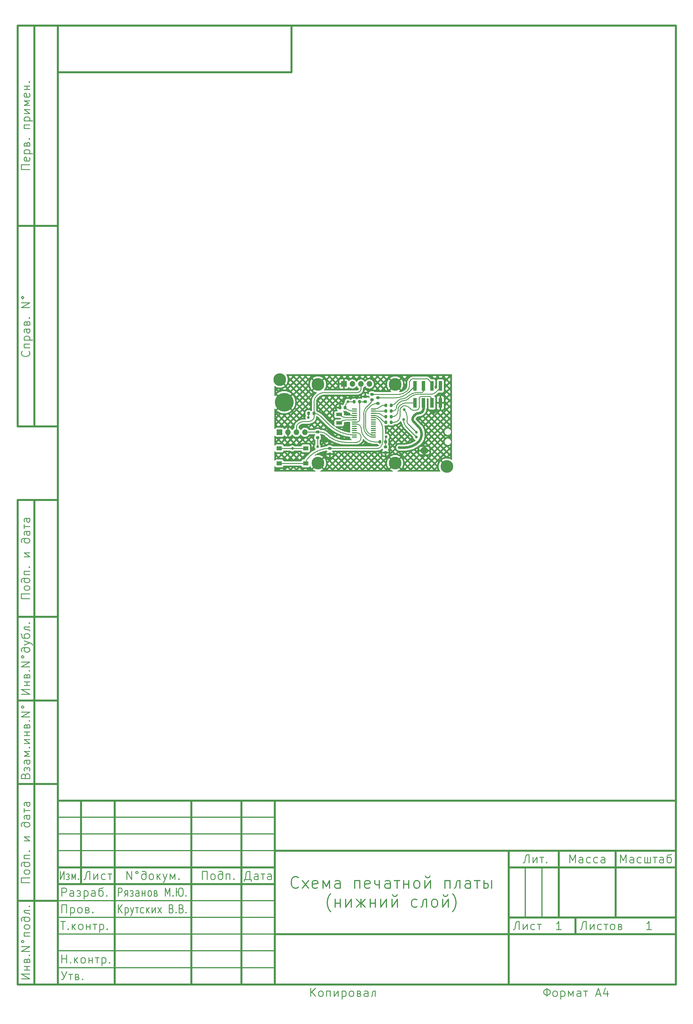
<source format=gbr>
%TF.GenerationSoftware,KiCad,Pcbnew,(6.0.0)*%
%TF.CreationDate,2022-01-12T10:47:11+03:00*%
%TF.ProjectId,Curse_PCB,43757273-655f-4504-9342-2e6b69636164,rev?*%
%TF.SameCoordinates,Original*%
%TF.FileFunction,Copper,L1,Top*%
%TF.FilePolarity,Positive*%
%FSLAX46Y46*%
G04 Gerber Fmt 4.6, Leading zero omitted, Abs format (unit mm)*
G04 Created by KiCad (PCBNEW (6.0.0)) date 2022-01-12 10:47:11*
%MOMM*%
%LPD*%
G01*
G04 APERTURE LIST*
G04 Aperture macros list*
%AMRoundRect*
0 Rectangle with rounded corners*
0 $1 Rounding radius*
0 $2 $3 $4 $5 $6 $7 $8 $9 X,Y pos of 4 corners*
0 Add a 4 corners polygon primitive as box body*
4,1,4,$2,$3,$4,$5,$6,$7,$8,$9,$2,$3,0*
0 Add four circle primitives for the rounded corners*
1,1,$1+$1,$2,$3*
1,1,$1+$1,$4,$5*
1,1,$1+$1,$6,$7*
1,1,$1+$1,$8,$9*
0 Add four rect primitives between the rounded corners*
20,1,$1+$1,$2,$3,$4,$5,0*
20,1,$1+$1,$4,$5,$6,$7,0*
20,1,$1+$1,$6,$7,$8,$9,0*
20,1,$1+$1,$8,$9,$2,$3,0*%
G04 Aperture macros list end*
%ADD10C,0.100000*%
%ADD11C,0.600000*%
%ADD12C,0.300000*%
%ADD13C,0.250000*%
%ADD14C,0.350000*%
%ADD15C,0.500000*%
%TA.AperFunction,SMDPad,CuDef*%
%ADD16R,1.800000X1.000000*%
%TD*%
%TA.AperFunction,SMDPad,CuDef*%
%ADD17RoundRect,0.225000X0.225000X0.250000X-0.225000X0.250000X-0.225000X-0.250000X0.225000X-0.250000X0*%
%TD*%
%TA.AperFunction,SMDPad,CuDef*%
%ADD18RoundRect,0.225000X0.250000X-0.225000X0.250000X0.225000X-0.250000X0.225000X-0.250000X-0.225000X0*%
%TD*%
%TA.AperFunction,SMDPad,CuDef*%
%ADD19RoundRect,0.100000X-0.637500X-0.100000X0.637500X-0.100000X0.637500X0.100000X-0.637500X0.100000X0*%
%TD*%
%TA.AperFunction,SMDPad,CuDef*%
%ADD20RoundRect,0.200000X-0.275000X0.200000X-0.275000X-0.200000X0.275000X-0.200000X0.275000X0.200000X0*%
%TD*%
%TA.AperFunction,SMDPad,CuDef*%
%ADD21RoundRect,0.200000X0.200000X0.275000X-0.200000X0.275000X-0.200000X-0.275000X0.200000X-0.275000X0*%
%TD*%
%TA.AperFunction,SMDPad,CuDef*%
%ADD22RoundRect,0.200000X0.275000X-0.200000X0.275000X0.200000X-0.275000X0.200000X-0.275000X-0.200000X0*%
%TD*%
%TA.AperFunction,SMDPad,CuDef*%
%ADD23RoundRect,0.200000X-0.200000X-0.275000X0.200000X-0.275000X0.200000X0.275000X-0.200000X0.275000X0*%
%TD*%
%TA.AperFunction,SMDPad,CuDef*%
%ADD24R,1.550000X1.300000*%
%TD*%
%TA.AperFunction,SMDPad,CuDef*%
%ADD25R,1.000000X3.000000*%
%TD*%
%TA.AperFunction,ComponentPad*%
%ADD26O,1.700000X1.700000*%
%TD*%
%TA.AperFunction,ComponentPad*%
%ADD27R,1.700000X1.700000*%
%TD*%
%TA.AperFunction,ComponentPad*%
%ADD28C,3.800000*%
%TD*%
%TA.AperFunction,ComponentPad*%
%ADD29C,5.600000*%
%TD*%
%TA.AperFunction,ComponentPad*%
%ADD30C,0.500000*%
%TD*%
%TA.AperFunction,SMDPad,CuDef*%
%ADD31R,2.000000X1.200000*%
%TD*%
%TA.AperFunction,ViaPad*%
%ADD32C,0.800000*%
%TD*%
%TA.AperFunction,Conductor*%
%ADD33C,0.250000*%
%TD*%
%TA.AperFunction,Conductor*%
%ADD34C,0.800000*%
%TD*%
G04 APERTURE END LIST*
D10*
D11*
X20000000Y-292002200D02*
X20000000Y-5000000D01*
X205007200Y-5000000D01*
X205007200Y-292002200D01*
X20000000Y-292002200D01*
D10*
D11*
X8000000Y-232002200D02*
X20000000Y-232002200D01*
D10*
D11*
X8000000Y-207002200D02*
X20000000Y-207002200D01*
D10*
D11*
X8000000Y-182002200D02*
X20000000Y-182002200D01*
D10*
D11*
X90000000Y-5000000D02*
X90000000Y-19000000D01*
D10*
D11*
X20000000Y-19000000D02*
X90000000Y-19000000D01*
D10*
D11*
X8000000Y-147002200D02*
X20000000Y-147002200D01*
D10*
D11*
X8000000Y-292002200D02*
X20000000Y-292002200D01*
D10*
D11*
X8000000Y-267002200D02*
X20000000Y-267002200D01*
D10*
D11*
X85007200Y-237002200D02*
X85007200Y-292002200D01*
D10*
D11*
X75007200Y-237002200D02*
X75007200Y-292002200D01*
D10*
D11*
X60007200Y-237002200D02*
X60007200Y-292002200D01*
D10*
D11*
X37007200Y-237002200D02*
X37007200Y-292002200D01*
D10*
D11*
X27007200Y-237002200D02*
X27007200Y-262002200D01*
D10*
D12*
X20007200Y-252002200D02*
X85007200Y-252002200D01*
D10*
D12*
X20007200Y-247002200D02*
X85007200Y-247002200D01*
D10*
D12*
X20007200Y-242002200D02*
X85007200Y-242002200D01*
D10*
D11*
X20007200Y-262002200D02*
X85007200Y-262002200D01*
D10*
D11*
X20007200Y-257002200D02*
X85007200Y-257002200D01*
D10*
D12*
X20007200Y-287002200D02*
X85007200Y-287002200D01*
D10*
D12*
X20007200Y-282002200D02*
X85007200Y-282002200D01*
D10*
D12*
X20007200Y-277002200D02*
X85007200Y-277002200D01*
D10*
D12*
X20007200Y-272002200D02*
X85007200Y-272002200D01*
D10*
D12*
X20007200Y-267002200D02*
X85007200Y-267002200D01*
D10*
D11*
X20007200Y-237002200D02*
X205007200Y-237002200D01*
D10*
D11*
X8000000Y-147002200D02*
X8000000Y-292002200D01*
D10*
D11*
X13000000Y-147002200D02*
X13000000Y-292002200D01*
D10*
D12*
X160007200Y-257002200D02*
X160007200Y-272002200D01*
D10*
D12*
X165007200Y-257002200D02*
X165007200Y-272002200D01*
D10*
D11*
X170007200Y-252002200D02*
X170007200Y-272002200D01*
D10*
D11*
X187007200Y-252002200D02*
X187007200Y-272002200D01*
D10*
D11*
X155007200Y-272002200D02*
X205007200Y-272002200D01*
D10*
D11*
X155007200Y-257002200D02*
X205007200Y-257002200D01*
D10*
D11*
X155007200Y-252002200D02*
X155007200Y-292002200D01*
D10*
D11*
X85007200Y-277002200D02*
X205007200Y-277002200D01*
D10*
D11*
X85007200Y-252002200D02*
X205007200Y-252002200D01*
D10*
D11*
X20007200Y-292002200D02*
X20007200Y-237002200D01*
D10*
D11*
X175007200Y-272002200D02*
X175007200Y-277002200D01*
D10*
D11*
X8000000Y-5002200D02*
X20000000Y-5002200D01*
D10*
D11*
X8000000Y-65002200D02*
X20000000Y-65002200D01*
D10*
D11*
X8000000Y-125002200D02*
X20000000Y-125002200D01*
D10*
D11*
X8000000Y-5002200D02*
X8000000Y-125002200D01*
D10*
D11*
X13000000Y-5002200D02*
X13000000Y-125002200D01*
D10*
D13*
X40709580Y-260633152D02*
X40709580Y-258133152D01*
X42138152Y-260633152D01*
X42138152Y-258133152D01*
X43685771Y-258133152D02*
X43447676Y-258252200D01*
X43328628Y-258490295D01*
X43447676Y-258728390D01*
X43685771Y-258847438D01*
X43923866Y-258728390D01*
X44042914Y-258490295D01*
X43923866Y-258252200D01*
X43685771Y-258133152D01*
X46423866Y-259204580D02*
X46304819Y-259085533D01*
X46066723Y-258966485D01*
X45590533Y-258966485D01*
X45352438Y-259085533D01*
X45233390Y-259204580D01*
X45114342Y-259442676D01*
X45114342Y-260156961D01*
X45233390Y-260395057D01*
X45352438Y-260514104D01*
X45590533Y-260633152D01*
X45947676Y-260633152D01*
X46185771Y-260514104D01*
X46304819Y-260395057D01*
X46423866Y-260156961D01*
X46423866Y-258609342D01*
X46304819Y-258371247D01*
X46185771Y-258252200D01*
X45947676Y-258133152D01*
X45471485Y-258133152D01*
X45233390Y-258252200D01*
X47852438Y-260633152D02*
X47614342Y-260514104D01*
X47495295Y-260395057D01*
X47376247Y-260156961D01*
X47376247Y-259442676D01*
X47495295Y-259204580D01*
X47614342Y-259085533D01*
X47852438Y-258966485D01*
X48209580Y-258966485D01*
X48447676Y-259085533D01*
X48566723Y-259204580D01*
X48685771Y-259442676D01*
X48685771Y-260156961D01*
X48566723Y-260395057D01*
X48447676Y-260514104D01*
X48209580Y-260633152D01*
X47852438Y-260633152D01*
X49757200Y-258966485D02*
X49757200Y-260633152D01*
X49995295Y-259680771D02*
X50709580Y-260633152D01*
X50709580Y-258966485D02*
X49757200Y-259918866D01*
X51542914Y-258966485D02*
X52138152Y-260633152D01*
X52733390Y-258966485D02*
X52138152Y-260633152D01*
X51900057Y-261228390D01*
X51781009Y-261347438D01*
X51542914Y-261466485D01*
X53685771Y-260633152D02*
X53685771Y-258966485D01*
X54400057Y-260276009D01*
X55114342Y-258966485D01*
X55114342Y-260633152D01*
X56304819Y-260395057D02*
X56423866Y-260514104D01*
X56304819Y-260633152D01*
X56185771Y-260514104D01*
X56304819Y-260395057D01*
X56304819Y-260633152D01*
D10*
D13*
X10321428Y-229561723D02*
X10440476Y-229204580D01*
X10559523Y-229085533D01*
X10797619Y-228966485D01*
X11154761Y-228966485D01*
X11392857Y-229085533D01*
X11511904Y-229204580D01*
X11630952Y-229442676D01*
X11630952Y-230395057D01*
X9130952Y-230395057D01*
X9130952Y-229561723D01*
X9250000Y-229323628D01*
X9369047Y-229204580D01*
X9607142Y-229085533D01*
X9845238Y-229085533D01*
X10083333Y-229204580D01*
X10202380Y-229323628D01*
X10321428Y-229561723D01*
X10321428Y-230395057D01*
X10797619Y-227656961D02*
X10797619Y-227418866D01*
X10083333Y-228133152D02*
X9964285Y-227895057D01*
X9964285Y-227418866D01*
X10083333Y-227180771D01*
X10321428Y-227061723D01*
X10440476Y-227061723D01*
X10678571Y-227180771D01*
X10797619Y-227418866D01*
X10916666Y-227180771D01*
X11154761Y-227061723D01*
X11273809Y-227061723D01*
X11511904Y-227180771D01*
X11630952Y-227418866D01*
X11630952Y-227895057D01*
X11511904Y-228133152D01*
X11630952Y-224918866D02*
X10321428Y-224918866D01*
X10083333Y-225037914D01*
X9964285Y-225276009D01*
X9964285Y-225752200D01*
X10083333Y-225990295D01*
X11511904Y-224918866D02*
X11630952Y-225156961D01*
X11630952Y-225752200D01*
X11511904Y-225990295D01*
X11273809Y-226109342D01*
X11035714Y-226109342D01*
X10797619Y-225990295D01*
X10678571Y-225752200D01*
X10678571Y-225156961D01*
X10559523Y-224918866D01*
X11630952Y-223728390D02*
X9964285Y-223728390D01*
X11273809Y-223014104D01*
X9964285Y-222299819D01*
X11630952Y-222299819D01*
X11392857Y-221109342D02*
X11511904Y-220990295D01*
X11630952Y-221109342D01*
X11511904Y-221228390D01*
X11392857Y-221109342D01*
X11630952Y-221109342D01*
X9964285Y-219918866D02*
X11630952Y-219918866D01*
X9964285Y-218728390D01*
X11630952Y-218728390D01*
X10797619Y-217537914D02*
X10797619Y-216466485D01*
X9964285Y-217537914D02*
X11630952Y-217537914D01*
X9964285Y-216466485D02*
X11630952Y-216466485D01*
X10797619Y-214680771D02*
X10916666Y-214323628D01*
X11154761Y-214204580D01*
X11273809Y-214204580D01*
X11511904Y-214323628D01*
X11630952Y-214561723D01*
X11630952Y-215276009D01*
X9964285Y-215276009D01*
X9964285Y-214680771D01*
X10083333Y-214442676D01*
X10321428Y-214323628D01*
X10440476Y-214323628D01*
X10678571Y-214442676D01*
X10797619Y-214680771D01*
X10797619Y-215276009D01*
X11392857Y-213133152D02*
X11511904Y-213014104D01*
X11630952Y-213133152D01*
X11511904Y-213252200D01*
X11392857Y-213133152D01*
X11630952Y-213133152D01*
X11630952Y-211942676D02*
X9130952Y-211942676D01*
X11630952Y-210514104D01*
X9130952Y-210514104D01*
X9130952Y-208966485D02*
X9250000Y-209204580D01*
X9488095Y-209323628D01*
X9726190Y-209204580D01*
X9845238Y-208966485D01*
X9726190Y-208728390D01*
X9488095Y-208609342D01*
X9250000Y-208728390D01*
X9130952Y-208966485D01*
D10*
D13*
X77983390Y-261228390D02*
X77983390Y-260633152D01*
X75840533Y-260633152D01*
X75840533Y-261228390D01*
X77507200Y-260633152D02*
X77507200Y-258133152D01*
X76911961Y-258133152D01*
X76673866Y-258252200D01*
X76554819Y-258371247D01*
X76435771Y-258609342D01*
X76197676Y-260633152D01*
X80007200Y-260633152D02*
X80007200Y-259323628D01*
X79888152Y-259085533D01*
X79650057Y-258966485D01*
X79173866Y-258966485D01*
X78935771Y-259085533D01*
X80007200Y-260514104D02*
X79769104Y-260633152D01*
X79173866Y-260633152D01*
X78935771Y-260514104D01*
X78816723Y-260276009D01*
X78816723Y-260037914D01*
X78935771Y-259799819D01*
X79173866Y-259680771D01*
X79769104Y-259680771D01*
X80007200Y-259561723D01*
X80840533Y-258966485D02*
X82031009Y-258966485D01*
X81435771Y-258966485D02*
X81435771Y-260633152D01*
X83935771Y-260633152D02*
X83935771Y-259323628D01*
X83816723Y-259085533D01*
X83578628Y-258966485D01*
X83102438Y-258966485D01*
X82864342Y-259085533D01*
X83935771Y-260514104D02*
X83697676Y-260633152D01*
X83102438Y-260633152D01*
X82864342Y-260514104D01*
X82745295Y-260276009D01*
X82745295Y-260037914D01*
X82864342Y-259799819D01*
X83102438Y-259680771D01*
X83697676Y-259680771D01*
X83935771Y-259561723D01*
D10*
D13*
X20822225Y-258133152D02*
X20822225Y-260633152D01*
X21896215Y-258133152D01*
X21896215Y-260633152D01*
X22970205Y-259799819D02*
X23149203Y-259799819D01*
X22612208Y-259085533D02*
X22791206Y-258966485D01*
X23149203Y-258966485D01*
X23328201Y-259085533D01*
X23417700Y-259323628D01*
X23417700Y-259442676D01*
X23328201Y-259680771D01*
X23149203Y-259799819D01*
X23328201Y-259918866D01*
X23417700Y-260156961D01*
X23417700Y-260276009D01*
X23328201Y-260514104D01*
X23149203Y-260633152D01*
X22791206Y-260633152D01*
X22612208Y-260514104D01*
X24223193Y-260633152D02*
X24223193Y-258966485D01*
X24760188Y-260276009D01*
X25297182Y-258966485D01*
X25297182Y-260633152D01*
X26192174Y-260395057D02*
X26281673Y-260514104D01*
X26192174Y-260633152D01*
X26102675Y-260514104D01*
X26192174Y-260395057D01*
X26192174Y-260633152D01*
D10*
D13*
X9130952Y-205156961D02*
X11630952Y-205156961D01*
X9130952Y-203728390D01*
X11630952Y-203728390D01*
X10797619Y-202537914D02*
X10797619Y-201466485D01*
X9964285Y-202537914D02*
X11630952Y-202537914D01*
X9964285Y-201466485D02*
X11630952Y-201466485D01*
X10797619Y-199680771D02*
X10916666Y-199323628D01*
X11154761Y-199204580D01*
X11273809Y-199204580D01*
X11511904Y-199323628D01*
X11630952Y-199561723D01*
X11630952Y-200276009D01*
X9964285Y-200276009D01*
X9964285Y-199680771D01*
X10083333Y-199442676D01*
X10321428Y-199323628D01*
X10440476Y-199323628D01*
X10678571Y-199442676D01*
X10797619Y-199680771D01*
X10797619Y-200276009D01*
X11392857Y-198133152D02*
X11511904Y-198014104D01*
X11630952Y-198133152D01*
X11511904Y-198252200D01*
X11392857Y-198133152D01*
X11630952Y-198133152D01*
X11630952Y-196942676D02*
X9130952Y-196942676D01*
X11630952Y-195514104D01*
X9130952Y-195514104D01*
X9130952Y-193966485D02*
X9250000Y-194204580D01*
X9488095Y-194323628D01*
X9726190Y-194204580D01*
X9845238Y-193966485D01*
X9726190Y-193728390D01*
X9488095Y-193609342D01*
X9250000Y-193728390D01*
X9130952Y-193966485D01*
X10202380Y-191228390D02*
X10083333Y-191347438D01*
X9964285Y-191585533D01*
X9964285Y-192061723D01*
X10083333Y-192299819D01*
X10202380Y-192418866D01*
X10440476Y-192537914D01*
X11154761Y-192537914D01*
X11392857Y-192418866D01*
X11511904Y-192299819D01*
X11630952Y-192061723D01*
X11630952Y-191704580D01*
X11511904Y-191466485D01*
X11392857Y-191347438D01*
X11154761Y-191228390D01*
X9607142Y-191228390D01*
X9369047Y-191347438D01*
X9250000Y-191466485D01*
X9130952Y-191704580D01*
X9130952Y-192180771D01*
X9250000Y-192418866D01*
X9964285Y-190395057D02*
X11630952Y-189799819D01*
X9964285Y-189204580D02*
X11630952Y-189799819D01*
X12226190Y-190037914D01*
X12345238Y-190156961D01*
X12464285Y-190395057D01*
X9011904Y-187061723D02*
X9130952Y-187180771D01*
X9250000Y-187418866D01*
X9250000Y-187895057D01*
X9369047Y-188133152D01*
X9488095Y-188252200D01*
X9726190Y-188371247D01*
X11154761Y-188371247D01*
X11392857Y-188252200D01*
X11511904Y-188133152D01*
X11630952Y-187895057D01*
X11630952Y-187537914D01*
X11511904Y-187299819D01*
X11392857Y-187180771D01*
X11154761Y-187061723D01*
X10440476Y-187061723D01*
X10202380Y-187180771D01*
X10083333Y-187299819D01*
X9964285Y-187537914D01*
X9964285Y-188014104D01*
X10083333Y-188252200D01*
X10202380Y-188371247D01*
X11630952Y-185037914D02*
X9964285Y-185037914D01*
X9964285Y-185395057D01*
X10083333Y-185633152D01*
X10321428Y-185752200D01*
X11273809Y-185871247D01*
X11511904Y-185990295D01*
X11630952Y-186228390D01*
X11392857Y-183847438D02*
X11511904Y-183728390D01*
X11630952Y-183847438D01*
X11511904Y-183966485D01*
X11392857Y-183847438D01*
X11630952Y-183847438D01*
D10*
D13*
X9130952Y-290335533D02*
X11630952Y-290335533D01*
X9130952Y-288906961D01*
X11630952Y-288906961D01*
X10797619Y-287716485D02*
X10797619Y-286645057D01*
X9964285Y-287716485D02*
X11630952Y-287716485D01*
X9964285Y-286645057D02*
X11630952Y-286645057D01*
X10797619Y-284859342D02*
X10916666Y-284502200D01*
X11154761Y-284383152D01*
X11273809Y-284383152D01*
X11511904Y-284502200D01*
X11630952Y-284740295D01*
X11630952Y-285454580D01*
X9964285Y-285454580D01*
X9964285Y-284859342D01*
X10083333Y-284621247D01*
X10321428Y-284502200D01*
X10440476Y-284502200D01*
X10678571Y-284621247D01*
X10797619Y-284859342D01*
X10797619Y-285454580D01*
X11392857Y-283311723D02*
X11511904Y-283192676D01*
X11630952Y-283311723D01*
X11511904Y-283430771D01*
X11392857Y-283311723D01*
X11630952Y-283311723D01*
X11630952Y-282121247D02*
X9130952Y-282121247D01*
X11630952Y-280692676D01*
X9130952Y-280692676D01*
X9130952Y-279145057D02*
X9250000Y-279383152D01*
X9488095Y-279502200D01*
X9726190Y-279383152D01*
X9845238Y-279145057D01*
X9726190Y-278906961D01*
X9488095Y-278787914D01*
X9250000Y-278906961D01*
X9130952Y-279145057D01*
X11630952Y-277597438D02*
X9964285Y-277597438D01*
X9964285Y-276526009D01*
X11630952Y-276526009D01*
X11630952Y-274978390D02*
X11511904Y-275216485D01*
X11392857Y-275335533D01*
X11154761Y-275454580D01*
X10440476Y-275454580D01*
X10202380Y-275335533D01*
X10083333Y-275216485D01*
X9964285Y-274978390D01*
X9964285Y-274621247D01*
X10083333Y-274383152D01*
X10202380Y-274264104D01*
X10440476Y-274145057D01*
X11154761Y-274145057D01*
X11392857Y-274264104D01*
X11511904Y-274383152D01*
X11630952Y-274621247D01*
X11630952Y-274978390D01*
X10202380Y-271883152D02*
X10083333Y-272002200D01*
X9964285Y-272240295D01*
X9964285Y-272716485D01*
X10083333Y-272954580D01*
X10202380Y-273073628D01*
X10440476Y-273192676D01*
X11154761Y-273192676D01*
X11392857Y-273073628D01*
X11511904Y-272954580D01*
X11630952Y-272716485D01*
X11630952Y-272359342D01*
X11511904Y-272121247D01*
X11392857Y-272002200D01*
X11154761Y-271883152D01*
X9607142Y-271883152D01*
X9369047Y-272002200D01*
X9250000Y-272121247D01*
X9130952Y-272359342D01*
X9130952Y-272835533D01*
X9250000Y-273073628D01*
X11630952Y-269859342D02*
X9964285Y-269859342D01*
X9964285Y-270216485D01*
X10083333Y-270454580D01*
X10321428Y-270573628D01*
X11273809Y-270692676D01*
X11511904Y-270811723D01*
X11630952Y-271049819D01*
X11392857Y-268668866D02*
X11511904Y-268549819D01*
X11630952Y-268668866D01*
X11511904Y-268787914D01*
X11392857Y-268668866D01*
X11630952Y-268668866D01*
D10*
D13*
X95727438Y-295633152D02*
X95727438Y-293133152D01*
X97156009Y-295633152D02*
X96084580Y-294204580D01*
X97156009Y-293133152D02*
X95727438Y-294561723D01*
X98584580Y-295633152D02*
X98346485Y-295514104D01*
X98227438Y-295395057D01*
X98108390Y-295156961D01*
X98108390Y-294442676D01*
X98227438Y-294204580D01*
X98346485Y-294085533D01*
X98584580Y-293966485D01*
X98941723Y-293966485D01*
X99179819Y-294085533D01*
X99298866Y-294204580D01*
X99417914Y-294442676D01*
X99417914Y-295156961D01*
X99298866Y-295395057D01*
X99179819Y-295514104D01*
X98941723Y-295633152D01*
X98584580Y-295633152D01*
X100489342Y-295633152D02*
X100489342Y-293966485D01*
X101560771Y-293966485D01*
X101560771Y-295633152D01*
X102751247Y-293966485D02*
X102751247Y-295633152D01*
X103941723Y-293966485D01*
X103941723Y-295633152D01*
X105132200Y-293966485D02*
X105132200Y-296466485D01*
X105132200Y-294085533D02*
X105370295Y-293966485D01*
X105846485Y-293966485D01*
X106084580Y-294085533D01*
X106203628Y-294204580D01*
X106322676Y-294442676D01*
X106322676Y-295156961D01*
X106203628Y-295395057D01*
X106084580Y-295514104D01*
X105846485Y-295633152D01*
X105370295Y-295633152D01*
X105132200Y-295514104D01*
X107751247Y-295633152D02*
X107513152Y-295514104D01*
X107394104Y-295395057D01*
X107275057Y-295156961D01*
X107275057Y-294442676D01*
X107394104Y-294204580D01*
X107513152Y-294085533D01*
X107751247Y-293966485D01*
X108108390Y-293966485D01*
X108346485Y-294085533D01*
X108465533Y-294204580D01*
X108584580Y-294442676D01*
X108584580Y-295156961D01*
X108465533Y-295395057D01*
X108346485Y-295514104D01*
X108108390Y-295633152D01*
X107751247Y-295633152D01*
X110251247Y-294799819D02*
X110608390Y-294918866D01*
X110727438Y-295156961D01*
X110727438Y-295276009D01*
X110608390Y-295514104D01*
X110370295Y-295633152D01*
X109656009Y-295633152D01*
X109656009Y-293966485D01*
X110251247Y-293966485D01*
X110489342Y-294085533D01*
X110608390Y-294323628D01*
X110608390Y-294442676D01*
X110489342Y-294680771D01*
X110251247Y-294799819D01*
X109656009Y-294799819D01*
X112870295Y-295633152D02*
X112870295Y-294323628D01*
X112751247Y-294085533D01*
X112513152Y-293966485D01*
X112036961Y-293966485D01*
X111798866Y-294085533D01*
X112870295Y-295514104D02*
X112632200Y-295633152D01*
X112036961Y-295633152D01*
X111798866Y-295514104D01*
X111679819Y-295276009D01*
X111679819Y-295037914D01*
X111798866Y-294799819D01*
X112036961Y-294680771D01*
X112632200Y-294680771D01*
X112870295Y-294561723D01*
X115013152Y-295633152D02*
X115013152Y-293966485D01*
X114656009Y-293966485D01*
X114417914Y-294085533D01*
X114298866Y-294323628D01*
X114179819Y-295276009D01*
X114060771Y-295514104D01*
X113822676Y-295633152D01*
D10*
D13*
X158156009Y-275633152D02*
X158156009Y-273133152D01*
X157798866Y-273133152D01*
X157441723Y-273252200D01*
X157203628Y-273490295D01*
X157084580Y-273847438D01*
X156846485Y-275276009D01*
X156727438Y-275514104D01*
X156489342Y-275633152D01*
X156370295Y-275633152D01*
X159346485Y-273966485D02*
X159346485Y-275633152D01*
X160536961Y-273966485D01*
X160536961Y-275633152D01*
X162798866Y-275514104D02*
X162560771Y-275633152D01*
X162084580Y-275633152D01*
X161846485Y-275514104D01*
X161727438Y-275395057D01*
X161608390Y-275156961D01*
X161608390Y-274442676D01*
X161727438Y-274204580D01*
X161846485Y-274085533D01*
X162084580Y-273966485D01*
X162560771Y-273966485D01*
X162798866Y-274085533D01*
X163513152Y-273966485D02*
X164703628Y-273966485D01*
X164108390Y-273966485D02*
X164108390Y-275633152D01*
D10*
D13*
X29626247Y-260633152D02*
X29626247Y-258133152D01*
X29269104Y-258133152D01*
X28911961Y-258252200D01*
X28673866Y-258490295D01*
X28554819Y-258847438D01*
X28316723Y-260276009D01*
X28197676Y-260514104D01*
X27959580Y-260633152D01*
X27840533Y-260633152D01*
X30816723Y-258966485D02*
X30816723Y-260633152D01*
X32007200Y-258966485D01*
X32007200Y-260633152D01*
X34269104Y-260514104D02*
X34031009Y-260633152D01*
X33554819Y-260633152D01*
X33316723Y-260514104D01*
X33197676Y-260395057D01*
X33078628Y-260156961D01*
X33078628Y-259442676D01*
X33197676Y-259204580D01*
X33316723Y-259085533D01*
X33554819Y-258966485D01*
X34031009Y-258966485D01*
X34269104Y-259085533D01*
X34983390Y-258966485D02*
X36173866Y-258966485D01*
X35578628Y-258966485D02*
X35578628Y-260633152D01*
D10*
D13*
X178156009Y-275633152D02*
X178156009Y-273133152D01*
X177798866Y-273133152D01*
X177441723Y-273252200D01*
X177203628Y-273490295D01*
X177084580Y-273847438D01*
X176846485Y-275276009D01*
X176727438Y-275514104D01*
X176489342Y-275633152D01*
X176370295Y-275633152D01*
X179346485Y-273966485D02*
X179346485Y-275633152D01*
X180536961Y-273966485D01*
X180536961Y-275633152D01*
X182798866Y-275514104D02*
X182560771Y-275633152D01*
X182084580Y-275633152D01*
X181846485Y-275514104D01*
X181727438Y-275395057D01*
X181608390Y-275156961D01*
X181608390Y-274442676D01*
X181727438Y-274204580D01*
X181846485Y-274085533D01*
X182084580Y-273966485D01*
X182560771Y-273966485D01*
X182798866Y-274085533D01*
X183513152Y-273966485D02*
X184703628Y-273966485D01*
X184108390Y-273966485D02*
X184108390Y-275633152D01*
X185894104Y-275633152D02*
X185656009Y-275514104D01*
X185536961Y-275395057D01*
X185417914Y-275156961D01*
X185417914Y-274442676D01*
X185536961Y-274204580D01*
X185656009Y-274085533D01*
X185894104Y-273966485D01*
X186251247Y-273966485D01*
X186489342Y-274085533D01*
X186608390Y-274204580D01*
X186727438Y-274442676D01*
X186727438Y-275156961D01*
X186608390Y-275395057D01*
X186489342Y-275514104D01*
X186251247Y-275633152D01*
X185894104Y-275633152D01*
X188394104Y-274799819D02*
X188751247Y-274918866D01*
X188870295Y-275156961D01*
X188870295Y-275276009D01*
X188751247Y-275514104D01*
X188513152Y-275633152D01*
X187798866Y-275633152D01*
X187798866Y-273966485D01*
X188394104Y-273966485D01*
X188632200Y-274085533D01*
X188751247Y-274323628D01*
X188751247Y-274442676D01*
X188632200Y-274680771D01*
X188394104Y-274799819D01*
X187798866Y-274799819D01*
D10*
D13*
X161102438Y-255633152D02*
X161102438Y-253133152D01*
X160745295Y-253133152D01*
X160388152Y-253252200D01*
X160150057Y-253490295D01*
X160031009Y-253847438D01*
X159792914Y-255276009D01*
X159673866Y-255514104D01*
X159435771Y-255633152D01*
X159316723Y-255633152D01*
X162292914Y-253966485D02*
X162292914Y-255633152D01*
X163483390Y-253966485D01*
X163483390Y-255633152D01*
X164316723Y-253966485D02*
X165507200Y-253966485D01*
X164911961Y-253966485D02*
X164911961Y-255633152D01*
X166340533Y-255395057D02*
X166459580Y-255514104D01*
X166340533Y-255633152D01*
X166221485Y-255514104D01*
X166340533Y-255395057D01*
X166340533Y-255633152D01*
D10*
D13*
X173269104Y-255633152D02*
X173269104Y-253133152D01*
X174102438Y-254918866D01*
X174935771Y-253133152D01*
X174935771Y-255633152D01*
X177197676Y-255633152D02*
X177197676Y-254323628D01*
X177078628Y-254085533D01*
X176840533Y-253966485D01*
X176364342Y-253966485D01*
X176126247Y-254085533D01*
X177197676Y-255514104D02*
X176959580Y-255633152D01*
X176364342Y-255633152D01*
X176126247Y-255514104D01*
X176007200Y-255276009D01*
X176007200Y-255037914D01*
X176126247Y-254799819D01*
X176364342Y-254680771D01*
X176959580Y-254680771D01*
X177197676Y-254561723D01*
X179459580Y-255514104D02*
X179221485Y-255633152D01*
X178745295Y-255633152D01*
X178507200Y-255514104D01*
X178388152Y-255395057D01*
X178269104Y-255156961D01*
X178269104Y-254442676D01*
X178388152Y-254204580D01*
X178507200Y-254085533D01*
X178745295Y-253966485D01*
X179221485Y-253966485D01*
X179459580Y-254085533D01*
X181602438Y-255514104D02*
X181364342Y-255633152D01*
X180888152Y-255633152D01*
X180650057Y-255514104D01*
X180531009Y-255395057D01*
X180411961Y-255156961D01*
X180411961Y-254442676D01*
X180531009Y-254204580D01*
X180650057Y-254085533D01*
X180888152Y-253966485D01*
X181364342Y-253966485D01*
X181602438Y-254085533D01*
X183745295Y-255633152D02*
X183745295Y-254323628D01*
X183626247Y-254085533D01*
X183388152Y-253966485D01*
X182911961Y-253966485D01*
X182673866Y-254085533D01*
X183745295Y-255514104D02*
X183507200Y-255633152D01*
X182911961Y-255633152D01*
X182673866Y-255514104D01*
X182554819Y-255276009D01*
X182554819Y-255037914D01*
X182673866Y-254799819D01*
X182911961Y-254680771D01*
X183507200Y-254680771D01*
X183745295Y-254561723D01*
D10*
D13*
X188447676Y-255633152D02*
X188447676Y-253133152D01*
X189281009Y-254918866D01*
X190114342Y-253133152D01*
X190114342Y-255633152D01*
X192376247Y-255633152D02*
X192376247Y-254323628D01*
X192257200Y-254085533D01*
X192019104Y-253966485D01*
X191542914Y-253966485D01*
X191304819Y-254085533D01*
X192376247Y-255514104D02*
X192138152Y-255633152D01*
X191542914Y-255633152D01*
X191304819Y-255514104D01*
X191185771Y-255276009D01*
X191185771Y-255037914D01*
X191304819Y-254799819D01*
X191542914Y-254680771D01*
X192138152Y-254680771D01*
X192376247Y-254561723D01*
X194638152Y-255514104D02*
X194400057Y-255633152D01*
X193923866Y-255633152D01*
X193685771Y-255514104D01*
X193566723Y-255395057D01*
X193447676Y-255156961D01*
X193447676Y-254442676D01*
X193566723Y-254204580D01*
X193685771Y-254085533D01*
X193923866Y-253966485D01*
X194400057Y-253966485D01*
X194638152Y-254085533D01*
X196542914Y-253966485D02*
X196542914Y-255633152D01*
X195709580Y-253966485D02*
X195709580Y-255633152D01*
X197376247Y-255633152D01*
X197376247Y-253966485D01*
X198209580Y-253966485D02*
X199400057Y-253966485D01*
X198804819Y-253966485D02*
X198804819Y-255633152D01*
X201304819Y-255633152D02*
X201304819Y-254323628D01*
X201185771Y-254085533D01*
X200947676Y-253966485D01*
X200471485Y-253966485D01*
X200233390Y-254085533D01*
X201304819Y-255514104D02*
X201066723Y-255633152D01*
X200471485Y-255633152D01*
X200233390Y-255514104D01*
X200114342Y-255276009D01*
X200114342Y-255037914D01*
X200233390Y-254799819D01*
X200471485Y-254680771D01*
X201066723Y-254680771D01*
X201304819Y-254561723D01*
X203685771Y-253014104D02*
X203566723Y-253133152D01*
X203328628Y-253252200D01*
X202852438Y-253252200D01*
X202614342Y-253371247D01*
X202495295Y-253490295D01*
X202376247Y-253728390D01*
X202376247Y-255156961D01*
X202495295Y-255395057D01*
X202614342Y-255514104D01*
X202852438Y-255633152D01*
X203209580Y-255633152D01*
X203447676Y-255514104D01*
X203566723Y-255395057D01*
X203685771Y-255156961D01*
X203685771Y-254442676D01*
X203566723Y-254204580D01*
X203447676Y-254085533D01*
X203209580Y-253966485D01*
X202733390Y-253966485D01*
X202495295Y-254085533D01*
X202376247Y-254204580D01*
D10*
D13*
X21227438Y-285633152D02*
X21227438Y-283133152D01*
X21227438Y-284323628D02*
X22656009Y-284323628D01*
X22656009Y-285633152D02*
X22656009Y-283133152D01*
X23846485Y-285395057D02*
X23965533Y-285514104D01*
X23846485Y-285633152D01*
X23727438Y-285514104D01*
X23846485Y-285395057D01*
X23846485Y-285633152D01*
X25036961Y-283966485D02*
X25036961Y-285633152D01*
X25275057Y-284680771D02*
X25989342Y-285633152D01*
X25989342Y-283966485D02*
X25036961Y-284918866D01*
X27417914Y-285633152D02*
X27179819Y-285514104D01*
X27060771Y-285395057D01*
X26941723Y-285156961D01*
X26941723Y-284442676D01*
X27060771Y-284204580D01*
X27179819Y-284085533D01*
X27417914Y-283966485D01*
X27775057Y-283966485D01*
X28013152Y-284085533D01*
X28132200Y-284204580D01*
X28251247Y-284442676D01*
X28251247Y-285156961D01*
X28132200Y-285395057D01*
X28013152Y-285514104D01*
X27775057Y-285633152D01*
X27417914Y-285633152D01*
X29322676Y-284799819D02*
X30394104Y-284799819D01*
X29322676Y-283966485D02*
X29322676Y-285633152D01*
X30394104Y-283966485D02*
X30394104Y-285633152D01*
X31227438Y-283966485D02*
X32417914Y-283966485D01*
X31822676Y-283966485D02*
X31822676Y-285633152D01*
X33251247Y-283966485D02*
X33251247Y-286466485D01*
X33251247Y-284085533D02*
X33489342Y-283966485D01*
X33965533Y-283966485D01*
X34203628Y-284085533D01*
X34322676Y-284204580D01*
X34441723Y-284442676D01*
X34441723Y-285156961D01*
X34322676Y-285395057D01*
X34203628Y-285514104D01*
X33965533Y-285633152D01*
X33489342Y-285633152D01*
X33251247Y-285514104D01*
X35513152Y-285395057D02*
X35632200Y-285514104D01*
X35513152Y-285633152D01*
X35394104Y-285514104D01*
X35513152Y-285395057D01*
X35513152Y-285633152D01*
D10*
D13*
X11630952Y-48097438D02*
X9130952Y-48097438D01*
X9130952Y-46668866D01*
X11630952Y-46668866D01*
X11511904Y-44526009D02*
X11630952Y-44764104D01*
X11630952Y-45240295D01*
X11511904Y-45478390D01*
X11273809Y-45597438D01*
X10321428Y-45597438D01*
X10083333Y-45478390D01*
X9964285Y-45240295D01*
X9964285Y-44764104D01*
X10083333Y-44526009D01*
X10321428Y-44406961D01*
X10559523Y-44406961D01*
X10797619Y-45597438D01*
X9964285Y-43335533D02*
X12464285Y-43335533D01*
X10083333Y-43335533D02*
X9964285Y-43097438D01*
X9964285Y-42621247D01*
X10083333Y-42383152D01*
X10202380Y-42264104D01*
X10440476Y-42145057D01*
X11154761Y-42145057D01*
X11392857Y-42264104D01*
X11511904Y-42383152D01*
X11630952Y-42621247D01*
X11630952Y-43097438D01*
X11511904Y-43335533D01*
X10797619Y-40478390D02*
X10916666Y-40121247D01*
X11154761Y-40002200D01*
X11273809Y-40002200D01*
X11511904Y-40121247D01*
X11630952Y-40359342D01*
X11630952Y-41073628D01*
X9964285Y-41073628D01*
X9964285Y-40478390D01*
X10083333Y-40240295D01*
X10321428Y-40121247D01*
X10440476Y-40121247D01*
X10678571Y-40240295D01*
X10797619Y-40478390D01*
X10797619Y-41073628D01*
X11392857Y-38930771D02*
X11511904Y-38811723D01*
X11630952Y-38930771D01*
X11511904Y-39049819D01*
X11392857Y-38930771D01*
X11630952Y-38930771D01*
X11630952Y-35835533D02*
X9964285Y-35835533D01*
X9964285Y-34764104D01*
X11630952Y-34764104D01*
X9964285Y-33573628D02*
X12464285Y-33573628D01*
X10083333Y-33573628D02*
X9964285Y-33335533D01*
X9964285Y-32859342D01*
X10083333Y-32621247D01*
X10202380Y-32502200D01*
X10440476Y-32383152D01*
X11154761Y-32383152D01*
X11392857Y-32502200D01*
X11511904Y-32621247D01*
X11630952Y-32859342D01*
X11630952Y-33335533D01*
X11511904Y-33573628D01*
X9964285Y-31311723D02*
X11630952Y-31311723D01*
X9964285Y-30121247D01*
X11630952Y-30121247D01*
X11630952Y-28930771D02*
X9964285Y-28930771D01*
X11273809Y-28216485D01*
X9964285Y-27502200D01*
X11630952Y-27502200D01*
X11511904Y-25359342D02*
X11630952Y-25597438D01*
X11630952Y-26073628D01*
X11511904Y-26311723D01*
X11273809Y-26430771D01*
X10321428Y-26430771D01*
X10083333Y-26311723D01*
X9964285Y-26073628D01*
X9964285Y-25597438D01*
X10083333Y-25359342D01*
X10321428Y-25240295D01*
X10559523Y-25240295D01*
X10797619Y-26430771D01*
X10797619Y-24168866D02*
X10797619Y-23097438D01*
X9964285Y-24168866D02*
X11630952Y-24168866D01*
X9964285Y-23097438D02*
X11630952Y-23097438D01*
X11392857Y-21906961D02*
X11511904Y-21787914D01*
X11630952Y-21906961D01*
X11511904Y-22026009D01*
X11392857Y-21906961D01*
X11630952Y-21906961D01*
D10*
D13*
X11630952Y-261526009D02*
X9130952Y-261526009D01*
X9130952Y-260097438D01*
X11630952Y-260097438D01*
X11630952Y-258549819D02*
X11511904Y-258787914D01*
X11392857Y-258906961D01*
X11154761Y-259026009D01*
X10440476Y-259026009D01*
X10202380Y-258906961D01*
X10083333Y-258787914D01*
X9964285Y-258549819D01*
X9964285Y-258192676D01*
X10083333Y-257954580D01*
X10202380Y-257835533D01*
X10440476Y-257716485D01*
X11154761Y-257716485D01*
X11392857Y-257835533D01*
X11511904Y-257954580D01*
X11630952Y-258192676D01*
X11630952Y-258549819D01*
X10202380Y-255454580D02*
X10083333Y-255573628D01*
X9964285Y-255811723D01*
X9964285Y-256287914D01*
X10083333Y-256526009D01*
X10202380Y-256645057D01*
X10440476Y-256764104D01*
X11154761Y-256764104D01*
X11392857Y-256645057D01*
X11511904Y-256526009D01*
X11630952Y-256287914D01*
X11630952Y-255930771D01*
X11511904Y-255692676D01*
X11392857Y-255573628D01*
X11154761Y-255454580D01*
X9607142Y-255454580D01*
X9369047Y-255573628D01*
X9250000Y-255692676D01*
X9130952Y-255930771D01*
X9130952Y-256406961D01*
X9250000Y-256645057D01*
X11630952Y-254383152D02*
X9964285Y-254383152D01*
X9964285Y-253311723D01*
X11630952Y-253311723D01*
X11392857Y-252121247D02*
X11511904Y-252002200D01*
X11630952Y-252121247D01*
X11511904Y-252240295D01*
X11392857Y-252121247D01*
X11630952Y-252121247D01*
X9964285Y-249026009D02*
X11630952Y-249026009D01*
X9964285Y-247835533D01*
X11630952Y-247835533D01*
X10202380Y-243549819D02*
X10083333Y-243668866D01*
X9964285Y-243906961D01*
X9964285Y-244383152D01*
X10083333Y-244621247D01*
X10202380Y-244740295D01*
X10440476Y-244859342D01*
X11154761Y-244859342D01*
X11392857Y-244740295D01*
X11511904Y-244621247D01*
X11630952Y-244383152D01*
X11630952Y-244026009D01*
X11511904Y-243787914D01*
X11392857Y-243668866D01*
X11154761Y-243549819D01*
X9607142Y-243549819D01*
X9369047Y-243668866D01*
X9250000Y-243787914D01*
X9130952Y-244026009D01*
X9130952Y-244502200D01*
X9250000Y-244740295D01*
X11630952Y-241406961D02*
X10321428Y-241406961D01*
X10083333Y-241526009D01*
X9964285Y-241764104D01*
X9964285Y-242240295D01*
X10083333Y-242478390D01*
X11511904Y-241406961D02*
X11630952Y-241645057D01*
X11630952Y-242240295D01*
X11511904Y-242478390D01*
X11273809Y-242597438D01*
X11035714Y-242597438D01*
X10797619Y-242478390D01*
X10678571Y-242240295D01*
X10678571Y-241645057D01*
X10559523Y-241406961D01*
X9964285Y-240573628D02*
X9964285Y-239383152D01*
X9964285Y-239978390D02*
X11630952Y-239978390D01*
X11630952Y-237478390D02*
X10321428Y-237478390D01*
X10083333Y-237597438D01*
X9964285Y-237835533D01*
X9964285Y-238311723D01*
X10083333Y-238549819D01*
X11511904Y-237478390D02*
X11630952Y-237716485D01*
X11630952Y-238311723D01*
X11511904Y-238549819D01*
X11273809Y-238668866D01*
X11035714Y-238668866D01*
X10797619Y-238549819D01*
X10678571Y-238311723D01*
X10678571Y-237716485D01*
X10559523Y-237478390D01*
D10*
D13*
X11630952Y-176526009D02*
X9130952Y-176526009D01*
X9130952Y-175097438D01*
X11630952Y-175097438D01*
X11630952Y-173549819D02*
X11511904Y-173787914D01*
X11392857Y-173906961D01*
X11154761Y-174026009D01*
X10440476Y-174026009D01*
X10202380Y-173906961D01*
X10083333Y-173787914D01*
X9964285Y-173549819D01*
X9964285Y-173192676D01*
X10083333Y-172954580D01*
X10202380Y-172835533D01*
X10440476Y-172716485D01*
X11154761Y-172716485D01*
X11392857Y-172835533D01*
X11511904Y-172954580D01*
X11630952Y-173192676D01*
X11630952Y-173549819D01*
X10202380Y-170454580D02*
X10083333Y-170573628D01*
X9964285Y-170811723D01*
X9964285Y-171287914D01*
X10083333Y-171526009D01*
X10202380Y-171645057D01*
X10440476Y-171764104D01*
X11154761Y-171764104D01*
X11392857Y-171645057D01*
X11511904Y-171526009D01*
X11630952Y-171287914D01*
X11630952Y-170930771D01*
X11511904Y-170692676D01*
X11392857Y-170573628D01*
X11154761Y-170454580D01*
X9607142Y-170454580D01*
X9369047Y-170573628D01*
X9250000Y-170692676D01*
X9130952Y-170930771D01*
X9130952Y-171406961D01*
X9250000Y-171645057D01*
X11630952Y-169383152D02*
X9964285Y-169383152D01*
X9964285Y-168311723D01*
X11630952Y-168311723D01*
X11392857Y-167121247D02*
X11511904Y-167002200D01*
X11630952Y-167121247D01*
X11511904Y-167240295D01*
X11392857Y-167121247D01*
X11630952Y-167121247D01*
X9964285Y-164026009D02*
X11630952Y-164026009D01*
X9964285Y-162835533D01*
X11630952Y-162835533D01*
X10202380Y-158549819D02*
X10083333Y-158668866D01*
X9964285Y-158906961D01*
X9964285Y-159383152D01*
X10083333Y-159621247D01*
X10202380Y-159740295D01*
X10440476Y-159859342D01*
X11154761Y-159859342D01*
X11392857Y-159740295D01*
X11511904Y-159621247D01*
X11630952Y-159383152D01*
X11630952Y-159026009D01*
X11511904Y-158787914D01*
X11392857Y-158668866D01*
X11154761Y-158549819D01*
X9607142Y-158549819D01*
X9369047Y-158668866D01*
X9250000Y-158787914D01*
X9130952Y-159026009D01*
X9130952Y-159502200D01*
X9250000Y-159740295D01*
X11630952Y-156406961D02*
X10321428Y-156406961D01*
X10083333Y-156526009D01*
X9964285Y-156764104D01*
X9964285Y-157240295D01*
X10083333Y-157478390D01*
X11511904Y-156406961D02*
X11630952Y-156645057D01*
X11630952Y-157240295D01*
X11511904Y-157478390D01*
X11273809Y-157597438D01*
X11035714Y-157597438D01*
X10797619Y-157478390D01*
X10678571Y-157240295D01*
X10678571Y-156645057D01*
X10559523Y-156406961D01*
X9964285Y-155573628D02*
X9964285Y-154383152D01*
X9964285Y-154978390D02*
X11630952Y-154978390D01*
X11630952Y-152478390D02*
X10321428Y-152478390D01*
X10083333Y-152597438D01*
X9964285Y-152835533D01*
X9964285Y-153311723D01*
X10083333Y-153549819D01*
X11511904Y-152478390D02*
X11630952Y-152716485D01*
X11630952Y-153311723D01*
X11511904Y-153549819D01*
X11273809Y-153668866D01*
X11035714Y-153668866D01*
X10797619Y-153549819D01*
X10678571Y-153311723D01*
X10678571Y-152716485D01*
X10559523Y-152478390D01*
D10*
D13*
X63304819Y-260633152D02*
X63304819Y-258133152D01*
X64733390Y-258133152D01*
X64733390Y-260633152D01*
X66281009Y-260633152D02*
X66042914Y-260514104D01*
X65923866Y-260395057D01*
X65804819Y-260156961D01*
X65804819Y-259442676D01*
X65923866Y-259204580D01*
X66042914Y-259085533D01*
X66281009Y-258966485D01*
X66638152Y-258966485D01*
X66876247Y-259085533D01*
X66995295Y-259204580D01*
X67114342Y-259442676D01*
X67114342Y-260156961D01*
X66995295Y-260395057D01*
X66876247Y-260514104D01*
X66638152Y-260633152D01*
X66281009Y-260633152D01*
X69376247Y-259204580D02*
X69257200Y-259085533D01*
X69019104Y-258966485D01*
X68542914Y-258966485D01*
X68304819Y-259085533D01*
X68185771Y-259204580D01*
X68066723Y-259442676D01*
X68066723Y-260156961D01*
X68185771Y-260395057D01*
X68304819Y-260514104D01*
X68542914Y-260633152D01*
X68900057Y-260633152D01*
X69138152Y-260514104D01*
X69257200Y-260395057D01*
X69376247Y-260156961D01*
X69376247Y-258609342D01*
X69257200Y-258371247D01*
X69138152Y-258252200D01*
X68900057Y-258133152D01*
X68423866Y-258133152D01*
X68185771Y-258252200D01*
X70447676Y-260633152D02*
X70447676Y-258966485D01*
X71519104Y-258966485D01*
X71519104Y-260633152D01*
X72709580Y-260395057D02*
X72828628Y-260514104D01*
X72709580Y-260633152D01*
X72590533Y-260514104D01*
X72709580Y-260395057D01*
X72709580Y-260633152D01*
D10*
D13*
X21227438Y-270633152D02*
X21227438Y-268133152D01*
X22656009Y-268133152D01*
X22656009Y-270633152D01*
X23846485Y-268966485D02*
X23846485Y-271466485D01*
X23846485Y-269085533D02*
X24084580Y-268966485D01*
X24560771Y-268966485D01*
X24798866Y-269085533D01*
X24917914Y-269204580D01*
X25036961Y-269442676D01*
X25036961Y-270156961D01*
X24917914Y-270395057D01*
X24798866Y-270514104D01*
X24560771Y-270633152D01*
X24084580Y-270633152D01*
X23846485Y-270514104D01*
X26465533Y-270633152D02*
X26227438Y-270514104D01*
X26108390Y-270395057D01*
X25989342Y-270156961D01*
X25989342Y-269442676D01*
X26108390Y-269204580D01*
X26227438Y-269085533D01*
X26465533Y-268966485D01*
X26822676Y-268966485D01*
X27060771Y-269085533D01*
X27179819Y-269204580D01*
X27298866Y-269442676D01*
X27298866Y-270156961D01*
X27179819Y-270395057D01*
X27060771Y-270514104D01*
X26822676Y-270633152D01*
X26465533Y-270633152D01*
X28965533Y-269799819D02*
X29322676Y-269918866D01*
X29441723Y-270156961D01*
X29441723Y-270276009D01*
X29322676Y-270514104D01*
X29084580Y-270633152D01*
X28370295Y-270633152D01*
X28370295Y-268966485D01*
X28965533Y-268966485D01*
X29203628Y-269085533D01*
X29322676Y-269323628D01*
X29322676Y-269442676D01*
X29203628Y-269680771D01*
X28965533Y-269799819D01*
X28370295Y-269799819D01*
X30513152Y-270395057D02*
X30632200Y-270514104D01*
X30513152Y-270633152D01*
X30394104Y-270514104D01*
X30513152Y-270395057D01*
X30513152Y-270633152D01*
D10*
D13*
X21227438Y-265633152D02*
X21227438Y-263133152D01*
X22179819Y-263133152D01*
X22417914Y-263252200D01*
X22536961Y-263371247D01*
X22656009Y-263609342D01*
X22656009Y-263966485D01*
X22536961Y-264204580D01*
X22417914Y-264323628D01*
X22179819Y-264442676D01*
X21227438Y-264442676D01*
X24798866Y-265633152D02*
X24798866Y-264323628D01*
X24679819Y-264085533D01*
X24441723Y-263966485D01*
X23965533Y-263966485D01*
X23727438Y-264085533D01*
X24798866Y-265514104D02*
X24560771Y-265633152D01*
X23965533Y-265633152D01*
X23727438Y-265514104D01*
X23608390Y-265276009D01*
X23608390Y-265037914D01*
X23727438Y-264799819D01*
X23965533Y-264680771D01*
X24560771Y-264680771D01*
X24798866Y-264561723D01*
X26227438Y-264799819D02*
X26465533Y-264799819D01*
X25751247Y-264085533D02*
X25989342Y-263966485D01*
X26465533Y-263966485D01*
X26703628Y-264085533D01*
X26822676Y-264323628D01*
X26822676Y-264442676D01*
X26703628Y-264680771D01*
X26465533Y-264799819D01*
X26703628Y-264918866D01*
X26822676Y-265156961D01*
X26822676Y-265276009D01*
X26703628Y-265514104D01*
X26465533Y-265633152D01*
X25989342Y-265633152D01*
X25751247Y-265514104D01*
X27894104Y-263966485D02*
X27894104Y-266466485D01*
X27894104Y-264085533D02*
X28132200Y-263966485D01*
X28608390Y-263966485D01*
X28846485Y-264085533D01*
X28965533Y-264204580D01*
X29084580Y-264442676D01*
X29084580Y-265156961D01*
X28965533Y-265395057D01*
X28846485Y-265514104D01*
X28608390Y-265633152D01*
X28132200Y-265633152D01*
X27894104Y-265514104D01*
X31227438Y-265633152D02*
X31227438Y-264323628D01*
X31108390Y-264085533D01*
X30870295Y-263966485D01*
X30394104Y-263966485D01*
X30156009Y-264085533D01*
X31227438Y-265514104D02*
X30989342Y-265633152D01*
X30394104Y-265633152D01*
X30156009Y-265514104D01*
X30036961Y-265276009D01*
X30036961Y-265037914D01*
X30156009Y-264799819D01*
X30394104Y-264680771D01*
X30989342Y-264680771D01*
X31227438Y-264561723D01*
X33608390Y-263014104D02*
X33489342Y-263133152D01*
X33251247Y-263252200D01*
X32775057Y-263252200D01*
X32536961Y-263371247D01*
X32417914Y-263490295D01*
X32298866Y-263728390D01*
X32298866Y-265156961D01*
X32417914Y-265395057D01*
X32536961Y-265514104D01*
X32775057Y-265633152D01*
X33132200Y-265633152D01*
X33370295Y-265514104D01*
X33489342Y-265395057D01*
X33608390Y-265156961D01*
X33608390Y-264442676D01*
X33489342Y-264204580D01*
X33370295Y-264085533D01*
X33132200Y-263966485D01*
X32656009Y-263966485D01*
X32417914Y-264085533D01*
X32298866Y-264204580D01*
X34679819Y-265395057D02*
X34798866Y-265514104D01*
X34679819Y-265633152D01*
X34560771Y-265514104D01*
X34679819Y-265395057D01*
X34679819Y-265633152D01*
D10*
D13*
X11392857Y-102502200D02*
X11511904Y-102621247D01*
X11630952Y-102978390D01*
X11630952Y-103216485D01*
X11511904Y-103573628D01*
X11273809Y-103811723D01*
X11035714Y-103930771D01*
X10559523Y-104049819D01*
X10202380Y-104049819D01*
X9726190Y-103930771D01*
X9488095Y-103811723D01*
X9250000Y-103573628D01*
X9130952Y-103216485D01*
X9130952Y-102978390D01*
X9250000Y-102621247D01*
X9369047Y-102502200D01*
X11630952Y-101430771D02*
X9964285Y-101430771D01*
X9964285Y-100359342D01*
X11630952Y-100359342D01*
X9964285Y-99168866D02*
X12464285Y-99168866D01*
X10083333Y-99168866D02*
X9964285Y-98930771D01*
X9964285Y-98454580D01*
X10083333Y-98216485D01*
X10202380Y-98097438D01*
X10440476Y-97978390D01*
X11154761Y-97978390D01*
X11392857Y-98097438D01*
X11511904Y-98216485D01*
X11630952Y-98454580D01*
X11630952Y-98930771D01*
X11511904Y-99168866D01*
X11630952Y-95835533D02*
X10321428Y-95835533D01*
X10083333Y-95954580D01*
X9964285Y-96192676D01*
X9964285Y-96668866D01*
X10083333Y-96906961D01*
X11511904Y-95835533D02*
X11630952Y-96073628D01*
X11630952Y-96668866D01*
X11511904Y-96906961D01*
X11273809Y-97026009D01*
X11035714Y-97026009D01*
X10797619Y-96906961D01*
X10678571Y-96668866D01*
X10678571Y-96073628D01*
X10559523Y-95835533D01*
X10797619Y-94049819D02*
X10916666Y-93692676D01*
X11154761Y-93573628D01*
X11273809Y-93573628D01*
X11511904Y-93692676D01*
X11630952Y-93930771D01*
X11630952Y-94645057D01*
X9964285Y-94645057D01*
X9964285Y-94049819D01*
X10083333Y-93811723D01*
X10321428Y-93692676D01*
X10440476Y-93692676D01*
X10678571Y-93811723D01*
X10797619Y-94049819D01*
X10797619Y-94645057D01*
X11392857Y-92502200D02*
X11511904Y-92383152D01*
X11630952Y-92502200D01*
X11511904Y-92621247D01*
X11392857Y-92502200D01*
X11630952Y-92502200D01*
X11630952Y-89406961D02*
X9130952Y-89406961D01*
X11630952Y-87978390D01*
X9130952Y-87978390D01*
X9130952Y-86430771D02*
X9250000Y-86668866D01*
X9488095Y-86787914D01*
X9726190Y-86668866D01*
X9845238Y-86430771D01*
X9726190Y-86192676D01*
X9488095Y-86073628D01*
X9250000Y-86192676D01*
X9130952Y-86430771D01*
D10*
D13*
X20870295Y-273133152D02*
X22298866Y-273133152D01*
X21584580Y-275633152D02*
X21584580Y-273133152D01*
X23132200Y-275395057D02*
X23251247Y-275514104D01*
X23132200Y-275633152D01*
X23013152Y-275514104D01*
X23132200Y-275395057D01*
X23132200Y-275633152D01*
X24322676Y-273966485D02*
X24322676Y-275633152D01*
X24560771Y-274680771D02*
X25275057Y-275633152D01*
X25275057Y-273966485D02*
X24322676Y-274918866D01*
X26703628Y-275633152D02*
X26465533Y-275514104D01*
X26346485Y-275395057D01*
X26227438Y-275156961D01*
X26227438Y-274442676D01*
X26346485Y-274204580D01*
X26465533Y-274085533D01*
X26703628Y-273966485D01*
X27060771Y-273966485D01*
X27298866Y-274085533D01*
X27417914Y-274204580D01*
X27536961Y-274442676D01*
X27536961Y-275156961D01*
X27417914Y-275395057D01*
X27298866Y-275514104D01*
X27060771Y-275633152D01*
X26703628Y-275633152D01*
X28608390Y-274799819D02*
X29679819Y-274799819D01*
X28608390Y-273966485D02*
X28608390Y-275633152D01*
X29679819Y-273966485D02*
X29679819Y-275633152D01*
X30513152Y-273966485D02*
X31703628Y-273966485D01*
X31108390Y-273966485D02*
X31108390Y-275633152D01*
X32536961Y-273966485D02*
X32536961Y-276466485D01*
X32536961Y-274085533D02*
X32775057Y-273966485D01*
X33251247Y-273966485D01*
X33489342Y-274085533D01*
X33608390Y-274204580D01*
X33727438Y-274442676D01*
X33727438Y-275156961D01*
X33608390Y-275395057D01*
X33489342Y-275514104D01*
X33251247Y-275633152D01*
X32775057Y-275633152D01*
X32536961Y-275514104D01*
X34798866Y-275395057D02*
X34917914Y-275514104D01*
X34798866Y-275633152D01*
X34679819Y-275514104D01*
X34798866Y-275395057D01*
X34798866Y-275633152D01*
D10*
D13*
X21108390Y-288133152D02*
X21941723Y-289799819D01*
X22775057Y-288133152D02*
X21703628Y-290276009D01*
X21465533Y-290514104D01*
X21227438Y-290633152D01*
X21108390Y-290633152D01*
X23251247Y-288966485D02*
X24441723Y-288966485D01*
X23846485Y-288966485D02*
X23846485Y-290633152D01*
X25870295Y-289799819D02*
X26227438Y-289918866D01*
X26346485Y-290156961D01*
X26346485Y-290276009D01*
X26227438Y-290514104D01*
X25989342Y-290633152D01*
X25275057Y-290633152D01*
X25275057Y-288966485D01*
X25870295Y-288966485D01*
X26108390Y-289085533D01*
X26227438Y-289323628D01*
X26227438Y-289442676D01*
X26108390Y-289680771D01*
X25870295Y-289799819D01*
X25275057Y-289799819D01*
X27417914Y-290395057D02*
X27536961Y-290514104D01*
X27417914Y-290633152D01*
X27298866Y-290514104D01*
X27417914Y-290395057D01*
X27417914Y-290633152D01*
D10*
D13*
X166441723Y-295633152D02*
X166441723Y-293133152D01*
X166203628Y-293490295D02*
X166679819Y-293490295D01*
X167036961Y-293609342D01*
X167275057Y-293847438D01*
X167394104Y-294085533D01*
X167394104Y-294561723D01*
X167275057Y-294799819D01*
X167036961Y-295037914D01*
X166679819Y-295156961D01*
X166203628Y-295156961D01*
X165846485Y-295037914D01*
X165608390Y-294799819D01*
X165489342Y-294561723D01*
X165489342Y-294085533D01*
X165608390Y-293847438D01*
X165846485Y-293609342D01*
X166203628Y-293490295D01*
X168703628Y-295633152D02*
X168465533Y-295514104D01*
X168346485Y-295395057D01*
X168227438Y-295156961D01*
X168227438Y-294442676D01*
X168346485Y-294204580D01*
X168465533Y-294085533D01*
X168703628Y-293966485D01*
X169060771Y-293966485D01*
X169298866Y-294085533D01*
X169417914Y-294204580D01*
X169536961Y-294442676D01*
X169536961Y-295156961D01*
X169417914Y-295395057D01*
X169298866Y-295514104D01*
X169060771Y-295633152D01*
X168703628Y-295633152D01*
X170608390Y-293966485D02*
X170608390Y-296466485D01*
X170608390Y-294085533D02*
X170846485Y-293966485D01*
X171322676Y-293966485D01*
X171560771Y-294085533D01*
X171679819Y-294204580D01*
X171798866Y-294442676D01*
X171798866Y-295156961D01*
X171679819Y-295395057D01*
X171560771Y-295514104D01*
X171322676Y-295633152D01*
X170846485Y-295633152D01*
X170608390Y-295514104D01*
X172870295Y-295633152D02*
X172870295Y-293966485D01*
X173584580Y-295276009D01*
X174298866Y-293966485D01*
X174298866Y-295633152D01*
X176560771Y-295633152D02*
X176560771Y-294323628D01*
X176441723Y-294085533D01*
X176203628Y-293966485D01*
X175727438Y-293966485D01*
X175489342Y-294085533D01*
X176560771Y-295514104D02*
X176322676Y-295633152D01*
X175727438Y-295633152D01*
X175489342Y-295514104D01*
X175370295Y-295276009D01*
X175370295Y-295037914D01*
X175489342Y-294799819D01*
X175727438Y-294680771D01*
X176322676Y-294680771D01*
X176560771Y-294561723D01*
X177394104Y-293966485D02*
X178584580Y-293966485D01*
X177989342Y-293966485D02*
X177989342Y-295633152D01*
X181203628Y-294918866D02*
X182394104Y-294918866D01*
X180965533Y-295633152D02*
X181798866Y-293133152D01*
X182632200Y-295633152D01*
X184536961Y-293966485D02*
X184536961Y-295633152D01*
X183941723Y-293014104D02*
X183346485Y-294799819D01*
X184894104Y-294799819D01*
D10*
D13*
X197721485Y-275633152D02*
X196292914Y-275633152D01*
X197007200Y-275633152D02*
X197007200Y-273133152D01*
X196769104Y-273490295D01*
X196531009Y-273728390D01*
X196292914Y-273847438D01*
D10*
D13*
X170721485Y-275633152D02*
X169292914Y-275633152D01*
X170007200Y-275633152D02*
X170007200Y-273133152D01*
X169769104Y-273490295D01*
X169531009Y-273728390D01*
X169292914Y-273847438D01*
D10*
D14*
X92090533Y-262934700D02*
X91923866Y-263101366D01*
X91423866Y-263268033D01*
X91090533Y-263268033D01*
X90590533Y-263101366D01*
X90257200Y-262768033D01*
X90090533Y-262434700D01*
X89923866Y-261768033D01*
X89923866Y-261268033D01*
X90090533Y-260601366D01*
X90257200Y-260268033D01*
X90590533Y-259934700D01*
X91090533Y-259768033D01*
X91423866Y-259768033D01*
X91923866Y-259934700D01*
X92090533Y-260101366D01*
X93257200Y-263268033D02*
X95090533Y-260934700D01*
X93257200Y-260934700D02*
X95090533Y-263268033D01*
X97757200Y-263101366D02*
X97423866Y-263268033D01*
X96757200Y-263268033D01*
X96423866Y-263101366D01*
X96257200Y-262768033D01*
X96257200Y-261434700D01*
X96423866Y-261101366D01*
X96757200Y-260934700D01*
X97423866Y-260934700D01*
X97757200Y-261101366D01*
X97923866Y-261434700D01*
X97923866Y-261768033D01*
X96257200Y-262101366D01*
X99423866Y-263268033D02*
X99423866Y-260934700D01*
X100423866Y-262768033D01*
X101423866Y-260934700D01*
X101423866Y-263268033D01*
X104590533Y-263268033D02*
X104590533Y-261434700D01*
X104423866Y-261101366D01*
X104090533Y-260934700D01*
X103423866Y-260934700D01*
X103090533Y-261101366D01*
X104590533Y-263101366D02*
X104257200Y-263268033D01*
X103423866Y-263268033D01*
X103090533Y-263101366D01*
X102923866Y-262768033D01*
X102923866Y-262434700D01*
X103090533Y-262101366D01*
X103423866Y-261934700D01*
X104257200Y-261934700D01*
X104590533Y-261768033D01*
X108923866Y-263268033D02*
X108923866Y-260934700D01*
X110423866Y-260934700D01*
X110423866Y-263268033D01*
X113423866Y-263101366D02*
X113090533Y-263268033D01*
X112423866Y-263268033D01*
X112090533Y-263101366D01*
X111923866Y-262768033D01*
X111923866Y-261434700D01*
X112090533Y-261101366D01*
X112423866Y-260934700D01*
X113090533Y-260934700D01*
X113423866Y-261101366D01*
X113590533Y-261434700D01*
X113590533Y-261768033D01*
X111923866Y-262101366D01*
X116257200Y-260934700D02*
X116257200Y-263268033D01*
X114923866Y-260934700D02*
X114923866Y-261768033D01*
X115090533Y-262101366D01*
X115423866Y-262268033D01*
X116257200Y-262268033D01*
X119590533Y-263268033D02*
X119590533Y-261434700D01*
X119423866Y-261101366D01*
X119090533Y-260934700D01*
X118423866Y-260934700D01*
X118090533Y-261101366D01*
X119590533Y-263101366D02*
X119257200Y-263268033D01*
X118423866Y-263268033D01*
X118090533Y-263101366D01*
X117923866Y-262768033D01*
X117923866Y-262434700D01*
X118090533Y-262101366D01*
X118423866Y-261934700D01*
X119257200Y-261934700D01*
X119590533Y-261768033D01*
X120757200Y-260934700D02*
X122423866Y-260934700D01*
X121590533Y-260934700D02*
X121590533Y-263268033D01*
X123590533Y-262101366D02*
X125090533Y-262101366D01*
X123590533Y-260934700D02*
X123590533Y-263268033D01*
X125090533Y-260934700D02*
X125090533Y-263268033D01*
X127257200Y-263268033D02*
X126923866Y-263101366D01*
X126757200Y-262934700D01*
X126590533Y-262601366D01*
X126590533Y-261601366D01*
X126757200Y-261268033D01*
X126923866Y-261101366D01*
X127257200Y-260934700D01*
X127757200Y-260934700D01*
X128090533Y-261101366D01*
X128257200Y-261268033D01*
X128423866Y-261601366D01*
X128423866Y-262601366D01*
X128257200Y-262934700D01*
X128090533Y-263101366D01*
X127757200Y-263268033D01*
X127257200Y-263268033D01*
X129923866Y-260934700D02*
X129923866Y-263268033D01*
X131590533Y-260934700D01*
X131590533Y-263268033D01*
X130090533Y-259601366D02*
X130257200Y-259934700D01*
X130590533Y-260101366D01*
X130923866Y-260101366D01*
X131257200Y-259934700D01*
X131423866Y-259601366D01*
X135923866Y-263268033D02*
X135923866Y-260934700D01*
X137423866Y-260934700D01*
X137423866Y-263268033D01*
X140423866Y-263268033D02*
X140423866Y-260934700D01*
X139923866Y-260934700D01*
X139590533Y-261101366D01*
X139423866Y-261434700D01*
X139257200Y-262768033D01*
X139090533Y-263101366D01*
X138757200Y-263268033D01*
X143590533Y-263268033D02*
X143590533Y-261434700D01*
X143423866Y-261101366D01*
X143090533Y-260934700D01*
X142423866Y-260934700D01*
X142090533Y-261101366D01*
X143590533Y-263101366D02*
X143257200Y-263268033D01*
X142423866Y-263268033D01*
X142090533Y-263101366D01*
X141923866Y-262768033D01*
X141923866Y-262434700D01*
X142090533Y-262101366D01*
X142423866Y-261934700D01*
X143257200Y-261934700D01*
X143590533Y-261768033D01*
X144757200Y-260934700D02*
X146423866Y-260934700D01*
X145590533Y-260934700D02*
X145590533Y-263268033D01*
X149923866Y-260934700D02*
X149923866Y-263268033D01*
X147590533Y-260934700D02*
X147590533Y-263268033D01*
X148423866Y-263268033D01*
X148757200Y-263101366D01*
X148923866Y-262768033D01*
X148923866Y-262268033D01*
X148757200Y-261934700D01*
X148423866Y-261768033D01*
X147590533Y-261768033D01*
X101757200Y-270236366D02*
X101590533Y-270069700D01*
X101257200Y-269569700D01*
X101090533Y-269236366D01*
X100923866Y-268736366D01*
X100757200Y-267903033D01*
X100757200Y-267236366D01*
X100923866Y-266403033D01*
X101090533Y-265903033D01*
X101257200Y-265569700D01*
X101590533Y-265069700D01*
X101757200Y-264903033D01*
X103090533Y-267736366D02*
X104590533Y-267736366D01*
X103090533Y-266569700D02*
X103090533Y-268903033D01*
X104590533Y-266569700D02*
X104590533Y-268903033D01*
X106257200Y-266569700D02*
X106257200Y-268903033D01*
X107923866Y-266569700D01*
X107923866Y-268903033D01*
X110590533Y-267736366D02*
X109423866Y-268903033D01*
X110757200Y-267903033D02*
X109423866Y-266569700D01*
X110757200Y-266569700D02*
X110757200Y-268903033D01*
X112090533Y-268903033D02*
X110923866Y-267736366D01*
X112090533Y-266569700D02*
X110757200Y-267903033D01*
X113590533Y-267736366D02*
X115090533Y-267736366D01*
X113590533Y-266569700D02*
X113590533Y-268903033D01*
X115090533Y-266569700D02*
X115090533Y-268903033D01*
X116757200Y-266569700D02*
X116757200Y-268903033D01*
X118423866Y-266569700D01*
X118423866Y-268903033D01*
X120090533Y-266569700D02*
X120090533Y-268903033D01*
X121757200Y-266569700D01*
X121757200Y-268903033D01*
X120257200Y-265236366D02*
X120423866Y-265569700D01*
X120757200Y-265736366D01*
X121090533Y-265736366D01*
X121423866Y-265569700D01*
X121590533Y-265236366D01*
X127590533Y-268736366D02*
X127257200Y-268903033D01*
X126590533Y-268903033D01*
X126257200Y-268736366D01*
X126090533Y-268569700D01*
X125923866Y-268236366D01*
X125923866Y-267236366D01*
X126090533Y-266903033D01*
X126257200Y-266736366D01*
X126590533Y-266569700D01*
X127257200Y-266569700D01*
X127590533Y-266736366D01*
X130423866Y-268903033D02*
X130423866Y-266569700D01*
X129923866Y-266569700D01*
X129590533Y-266736366D01*
X129423866Y-267069700D01*
X129257200Y-268403033D01*
X129090533Y-268736366D01*
X128757200Y-268903033D01*
X132590533Y-268903033D02*
X132257200Y-268736366D01*
X132090533Y-268569700D01*
X131923866Y-268236366D01*
X131923866Y-267236366D01*
X132090533Y-266903033D01*
X132257200Y-266736366D01*
X132590533Y-266569700D01*
X133090533Y-266569700D01*
X133423866Y-266736366D01*
X133590533Y-266903033D01*
X133757200Y-267236366D01*
X133757200Y-268236366D01*
X133590533Y-268569700D01*
X133423866Y-268736366D01*
X133090533Y-268903033D01*
X132590533Y-268903033D01*
X135257200Y-266569700D02*
X135257200Y-268903033D01*
X136923866Y-266569700D01*
X136923866Y-268903033D01*
X135423866Y-265236366D02*
X135590533Y-265569700D01*
X135923866Y-265736366D01*
X136257200Y-265736366D01*
X136590533Y-265569700D01*
X136757200Y-265236366D01*
X138257200Y-270236366D02*
X138423866Y-270069700D01*
X138757200Y-269569700D01*
X138923866Y-269236366D01*
X139090533Y-268736366D01*
X139257200Y-267903033D01*
X139257200Y-267236366D01*
X139090533Y-266403033D01*
X138923866Y-265903033D01*
X138757200Y-265569700D01*
X138423866Y-265069700D01*
X138257200Y-264903033D01*
D10*
D14*
D10*
D15*
D10*
D14*
D10*
D13*
X38115074Y-265633152D02*
X38115074Y-263133152D01*
X38887673Y-263133152D01*
X39080822Y-263252200D01*
X39177397Y-263371247D01*
X39273972Y-263609342D01*
X39273972Y-263966485D01*
X39177397Y-264204580D01*
X39080822Y-264323628D01*
X38887673Y-264442676D01*
X38115074Y-264442676D01*
X40529445Y-264918866D02*
X40046571Y-265633152D01*
X40915745Y-265633152D02*
X40915745Y-263966485D01*
X40336296Y-263966485D01*
X40143146Y-264085533D01*
X40046571Y-264323628D01*
X40046571Y-264561723D01*
X40143146Y-264799819D01*
X40336296Y-264918866D01*
X40915745Y-264918866D01*
X42074643Y-264799819D02*
X42267793Y-264799819D01*
X41688344Y-264085533D02*
X41881493Y-263966485D01*
X42267793Y-263966485D01*
X42460942Y-264085533D01*
X42557517Y-264323628D01*
X42557517Y-264442676D01*
X42460942Y-264680771D01*
X42267793Y-264799819D01*
X42460942Y-264918866D01*
X42557517Y-265156961D01*
X42557517Y-265276009D01*
X42460942Y-265514104D01*
X42267793Y-265633152D01*
X41881493Y-265633152D01*
X41688344Y-265514104D01*
X44295865Y-265633152D02*
X44295865Y-264323628D01*
X44199290Y-264085533D01*
X44006140Y-263966485D01*
X43619841Y-263966485D01*
X43426691Y-264085533D01*
X44295865Y-265514104D02*
X44102715Y-265633152D01*
X43619841Y-265633152D01*
X43426691Y-265514104D01*
X43330116Y-265276009D01*
X43330116Y-265037914D01*
X43426691Y-264799819D01*
X43619841Y-264680771D01*
X44102715Y-264680771D01*
X44295865Y-264561723D01*
X45261613Y-264799819D02*
X46130787Y-264799819D01*
X45261613Y-263966485D02*
X45261613Y-265633152D01*
X46130787Y-263966485D02*
X46130787Y-265633152D01*
X47386260Y-265633152D02*
X47193110Y-265514104D01*
X47096536Y-265395057D01*
X46999961Y-265156961D01*
X46999961Y-264442676D01*
X47096536Y-264204580D01*
X47193110Y-264085533D01*
X47386260Y-263966485D01*
X47675985Y-263966485D01*
X47869134Y-264085533D01*
X47965709Y-264204580D01*
X48062284Y-264442676D01*
X48062284Y-265156961D01*
X47965709Y-265395057D01*
X47869134Y-265514104D01*
X47675985Y-265633152D01*
X47386260Y-265633152D01*
X49414332Y-264799819D02*
X49704057Y-264918866D01*
X49800632Y-265156961D01*
X49800632Y-265276009D01*
X49704057Y-265514104D01*
X49510907Y-265633152D01*
X48931458Y-265633152D01*
X48931458Y-263966485D01*
X49414332Y-263966485D01*
X49607482Y-264085533D01*
X49704057Y-264323628D01*
X49704057Y-264442676D01*
X49607482Y-264680771D01*
X49414332Y-264799819D01*
X48931458Y-264799819D01*
X52215003Y-265633152D02*
X52215003Y-263133152D01*
X52891027Y-264918866D01*
X53567051Y-263133152D01*
X53567051Y-265633152D01*
X54532800Y-265395057D02*
X54629374Y-265514104D01*
X54532800Y-265633152D01*
X54436225Y-265514104D01*
X54532800Y-265395057D01*
X54532800Y-265633152D01*
X55498548Y-263133152D02*
X55498548Y-265633152D01*
X56174572Y-264323628D02*
X55498548Y-264323628D01*
X56657446Y-263133152D02*
X57043746Y-263133152D01*
X57236896Y-263252200D01*
X57430045Y-263490295D01*
X57526620Y-263966485D01*
X57526620Y-264799819D01*
X57430045Y-265276009D01*
X57236896Y-265514104D01*
X57043746Y-265633152D01*
X56657446Y-265633152D01*
X56464297Y-265514104D01*
X56271147Y-265276009D01*
X56174572Y-264799819D01*
X56174572Y-263966485D01*
X56271147Y-263490295D01*
X56464297Y-263252200D01*
X56657446Y-263133152D01*
X58395794Y-265395057D02*
X58492369Y-265514104D01*
X58395794Y-265633152D01*
X58299219Y-265514104D01*
X58395794Y-265395057D01*
X58395794Y-265633152D01*
D10*
D13*
X38115074Y-270633152D02*
X38115074Y-268133152D01*
X39273972Y-270633152D02*
X38404798Y-269204580D01*
X39273972Y-268133152D02*
X38115074Y-269561723D01*
X40143146Y-268966485D02*
X40143146Y-271466485D01*
X40143146Y-269085533D02*
X40336296Y-268966485D01*
X40722595Y-268966485D01*
X40915745Y-269085533D01*
X41012320Y-269204580D01*
X41108894Y-269442676D01*
X41108894Y-270156961D01*
X41012320Y-270395057D01*
X40915745Y-270514104D01*
X40722595Y-270633152D01*
X40336296Y-270633152D01*
X40143146Y-270514104D01*
X41784918Y-268966485D02*
X42267793Y-270633152D01*
X42750667Y-268966485D02*
X42267793Y-270633152D01*
X42074643Y-271228390D01*
X41978068Y-271347438D01*
X41784918Y-271466485D01*
X43233541Y-268966485D02*
X44199290Y-268966485D01*
X43716416Y-268966485D02*
X43716416Y-270633152D01*
X45744488Y-270514104D02*
X45551338Y-270633152D01*
X45165038Y-270633152D01*
X44971889Y-270514104D01*
X44875314Y-270395057D01*
X44778739Y-270156961D01*
X44778739Y-269442676D01*
X44875314Y-269204580D01*
X44971889Y-269085533D01*
X45165038Y-268966485D01*
X45551338Y-268966485D01*
X45744488Y-269085533D01*
X46613661Y-268966485D02*
X46613661Y-270633152D01*
X46806811Y-269680771D02*
X47386260Y-270633152D01*
X47386260Y-268966485D02*
X46613661Y-269918866D01*
X48255434Y-268966485D02*
X48255434Y-270633152D01*
X49221182Y-268966485D01*
X49221182Y-270633152D01*
X49993781Y-270633152D02*
X51056105Y-268966485D01*
X49993781Y-268966485D02*
X51056105Y-270633152D01*
X54049925Y-269323628D02*
X54339650Y-269442676D01*
X54436225Y-269561723D01*
X54532800Y-269799819D01*
X54532800Y-270156961D01*
X54436225Y-270395057D01*
X54339650Y-270514104D01*
X54146500Y-270633152D01*
X53373901Y-270633152D01*
X53373901Y-268133152D01*
X54049925Y-268133152D01*
X54243075Y-268252200D01*
X54339650Y-268371247D01*
X54436225Y-268609342D01*
X54436225Y-268847438D01*
X54339650Y-269085533D01*
X54243075Y-269204580D01*
X54049925Y-269323628D01*
X53373901Y-269323628D01*
X55401973Y-270395057D02*
X55498548Y-270514104D01*
X55401973Y-270633152D01*
X55305398Y-270514104D01*
X55401973Y-270395057D01*
X55401973Y-270633152D01*
X57043746Y-269323628D02*
X57333470Y-269442676D01*
X57430045Y-269561723D01*
X57526620Y-269799819D01*
X57526620Y-270156961D01*
X57430045Y-270395057D01*
X57333470Y-270514104D01*
X57140321Y-270633152D01*
X56367722Y-270633152D01*
X56367722Y-268133152D01*
X57043746Y-268133152D01*
X57236896Y-268252200D01*
X57333470Y-268371247D01*
X57430045Y-268609342D01*
X57430045Y-268847438D01*
X57333470Y-269085533D01*
X57236896Y-269204580D01*
X57043746Y-269323628D01*
X56367722Y-269323628D01*
X58395794Y-270395057D02*
X58492369Y-270514104D01*
X58395794Y-270633152D01*
X58299219Y-270514104D01*
X58395794Y-270395057D01*
X58395794Y-270633152D01*
D10*
D13*
D10*
D13*
D10*
D13*
D16*
%TO.P,BQ1,2*%
%TO.N,Net-(BQ1-Pad2)*%
X104264606Y-121474606D03*
%TO.P,BQ1,1*%
%TO.N,Net-(BQ1-Pad1)*%
X104264606Y-123974606D03*
%TD*%
D17*
%TO.P,C5,2*%
%TO.N,EXP*%
X104509606Y-119434606D03*
%TO.P,C5,1*%
%TO.N,+3.3V*%
X106059606Y-119434606D03*
%TD*%
D18*
%TO.P,C6,2*%
%TO.N,EXP*%
X112084606Y-116089606D03*
%TO.P,C6,1*%
%TO.N,Net-(C6-Pad1)*%
X112084606Y-117639606D03*
%TD*%
D19*
%TO.P,DD1,28,P1.7*%
%TO.N,Net-(DD1-Pad28)*%
X114537106Y-119789606D03*
%TO.P,DD1,27,P1.6*%
%TO.N,Net-(DD1-Pad27)*%
X114537106Y-120439606D03*
%TO.P,DD1,26,P1.5*%
%TO.N,Net-(DD1-Pad26)*%
X114537106Y-121089606D03*
%TO.P,DD1,25,P1.4*%
%TO.N,Net-(DD1-Pad25)*%
X114537106Y-121739606D03*
%TO.P,DD1,24,P1.3*%
%TO.N,Net-(DD1-Pad24)*%
X114537106Y-122389606D03*
%TO.P,DD1,23,P1.2*%
%TO.N,unconnected-(DD1-Pad23)*%
X114537106Y-123039606D03*
%TO.P,DD1,22,P1.1*%
%TO.N,unconnected-(DD1-Pad22)*%
X114537106Y-123689606D03*
%TO.P,DD1,21,P1.0*%
%TO.N,unconnected-(DD1-Pad21)*%
X114537106Y-124339606D03*
%TO.P,DD1,20,P2.4*%
%TO.N,unconnected-(DD1-Pad20)*%
X114537106Y-124989606D03*
%TO.P,DD1,19,P2.3*%
%TO.N,unconnected-(DD1-Pad19)*%
X114537106Y-125639606D03*
%TO.P,DD1,18,P3.7*%
%TO.N,unconnected-(DD1-Pad18)*%
X114537106Y-126289606D03*
%TO.P,DD1,17,P3.6*%
%TO.N,unconnected-(DD1-Pad17)*%
X114537106Y-126939606D03*
%TO.P,DD1,16,P3.5*%
%TO.N,Net-(DD1-Pad16)*%
X114537106Y-127589606D03*
%TO.P,DD1,15,P3.4*%
%TO.N,Net-(DD1-Pad15)*%
X114537106Y-128239606D03*
%TO.P,DD1,14,P3.3*%
%TO.N,unconnected-(DD1-Pad14)*%
X108812106Y-128239606D03*
%TO.P,DD1,13,P3.2*%
%TO.N,/SCL*%
X108812106Y-127589606D03*
%TO.P,DD1,12,P3.1*%
%TO.N,/SDA*%
X108812106Y-126939606D03*
%TO.P,DD1,11,P3.0*%
%TO.N,unconnected-(DD1-Pad11)*%
X108812106Y-126289606D03*
%TO.P,DD1,10,P2.2*%
%TO.N,unconnected-(DD1-Pad10)*%
X108812106Y-125639606D03*
%TO.P,DD1,9,P2.1*%
%TO.N,unconnected-(DD1-Pad9)*%
X108812106Y-124989606D03*
%TO.P,DD1,8,P2.0*%
%TO.N,/BAT_ADC*%
X108812106Y-124339606D03*
%TO.P,DD1,7,~{RST}*%
%TO.N,Net-(C6-Pad1)*%
X108812106Y-123689606D03*
%TO.P,DD1,6,XIN*%
%TO.N,Net-(BQ1-Pad1)*%
X108812106Y-123039606D03*
%TO.P,DD1,5,XOUT*%
%TO.N,Net-(BQ1-Pad2)*%
X108812106Y-122389606D03*
%TO.P,DD1,4,DVSS*%
%TO.N,EXP*%
X108812106Y-121739606D03*
%TO.P,DD1,3,P2.5*%
%TO.N,unconnected-(DD1-Pad3)*%
X108812106Y-121089606D03*
%TO.P,DD1,2,DVCC*%
%TO.N,+3.3V*%
X108812106Y-120439606D03*
%TO.P,DD1,1,TEST*%
%TO.N,unconnected-(DD1-Pad1)*%
X108812106Y-119789606D03*
%TD*%
D20*
%TO.P,R5,2*%
%TO.N,EXP*%
X118124606Y-132834606D03*
%TO.P,R5,1*%
%TO.N,Net-(DA2-Pad2)*%
X118124606Y-131184606D03*
%TD*%
D21*
%TO.P,R7,2*%
%TO.N,/BAT_ADC*%
X116479606Y-129609606D03*
%TO.P,R7,1*%
%TO.N,Net-(DA2-Pad2)*%
X118129606Y-129609606D03*
%TD*%
D20*
%TO.P,R8,2*%
%TO.N,EXP*%
X101444606Y-133249606D03*
%TO.P,R8,1*%
%TO.N,Net-(DD1-Pad24)*%
X101444606Y-131599606D03*
%TD*%
D22*
%TO.P,R14,2*%
%TO.N,/SDA*%
X97824606Y-126699606D03*
%TO.P,R14,1*%
%TO.N,+3.3V*%
X97824606Y-128349606D03*
%TD*%
D23*
%TO.P,R16,2*%
%TO.N,/SCL*%
X96749606Y-121134606D03*
%TO.P,R16,1*%
%TO.N,+3.3V*%
X95099606Y-121134606D03*
%TD*%
D24*
%TO.P,SA2,2*%
%TO.N,+3.3V*%
X94279606Y-131594606D03*
X86329606Y-131594606D03*
%TO.P,SA2,1*%
%TO.N,Net-(DD1-Pad24)*%
X86329606Y-136094606D03*
X94279606Y-136094606D03*
%TD*%
D25*
%TO.P,XS1,8,8*%
%TO.N,/UART_RX*%
X126941607Y-112914605D03*
%TO.P,XS1,7,7*%
%TO.N,/ESP_REST*%
X126941607Y-117954605D03*
%TO.P,XS1,6,6*%
%TO.N,/ESP_CH_PD*%
X129481607Y-112914605D03*
%TO.P,XS1,5,5*%
%TO.N,+3.3V*%
X129481607Y-117954605D03*
%TO.P,XS1,4,4*%
%TO.N,/UART_TX*%
X132021607Y-112914605D03*
%TO.P,XS1,3,3*%
%TO.N,/ESP_IO0*%
X132021607Y-117954605D03*
%TO.P,XS1,2,2*%
%TO.N,/ESP_IO2*%
X134561607Y-112914605D03*
%TO.P,XS1,1,1*%
%TO.N,EXP*%
X134561607Y-117954605D03*
%TD*%
D26*
%TO.P,XS2,4,4*%
%TO.N,/SDA*%
X94048606Y-126773606D03*
%TO.P,XS2,3,3*%
%TO.N,/SCL*%
X91508606Y-126773606D03*
%TO.P,XS2,2,2*%
%TO.N,EXP*%
X88968606Y-126773606D03*
D27*
%TO.P,XS2,1,1*%
%TO.N,+3.3V*%
X86428606Y-126773606D03*
%TD*%
D26*
%TO.P,XS3,4,4*%
%TO.N,/SDA*%
X113299330Y-112330906D03*
%TO.P,XS3,3,3*%
%TO.N,/SCL*%
X110759330Y-112330906D03*
%TO.P,XS3,2,2*%
%TO.N,+3.3V*%
X108219330Y-112330906D03*
D27*
%TO.P,XS3,1,1*%
%TO.N,EXP*%
X105679330Y-112330906D03*
%TD*%
D22*
%TO.P,R15,2*%
%TO.N,/UART_TX*%
X114124606Y-115399606D03*
%TO.P,R15,1*%
%TO.N,Net-(DD1-Pad15)*%
X114124606Y-117049606D03*
%TD*%
%TO.P,R17,2*%
%TO.N,/UART_RX*%
X115854606Y-116459606D03*
%TO.P,R17,1*%
%TO.N,Net-(DD1-Pad16)*%
X115854606Y-118109606D03*
%TD*%
D21*
%TO.P,R9,2*%
%TO.N,Net-(DD1-Pad26)*%
X118229606Y-122114606D03*
%TO.P,R9,1*%
%TO.N,/ESP_REST*%
X119879606Y-122114606D03*
%TD*%
%TO.P,R10,2*%
%TO.N,Net-(DD1-Pad28)*%
X118229606Y-118684606D03*
%TO.P,R10,1*%
%TO.N,/ESP_CH_PD*%
X119879606Y-118684606D03*
%TD*%
%TO.P,R12,2*%
%TO.N,Net-(DD1-Pad25)*%
X118229606Y-123784606D03*
%TO.P,R12,1*%
%TO.N,/ESP_IO0*%
X119879606Y-123784606D03*
%TD*%
%TO.P,R13,2*%
%TO.N,Net-(DD1-Pad27)*%
X118229606Y-120424606D03*
%TO.P,R13,1*%
%TO.N,/ESP_IO2*%
X119879606Y-120424606D03*
%TD*%
D23*
%TO.P,R11,2*%
%TO.N,Net-(C6-Pad1)*%
X110399606Y-117644606D03*
%TO.P,R11,1*%
%TO.N,+3.3V*%
X108749606Y-117644606D03*
%TD*%
D28*
%TO.P,REF\u002A\u002A,1*%
%TO.N,EXP*%
X121034606Y-136024606D03*
%TD*%
%TO.P,REF\u002A\u002A,1*%
%TO.N,EXP*%
X136494606Y-137014606D03*
%TD*%
D29*
%TO.P,REF\u002A\u002A,1*%
%TO.N,EXP*%
X87815606Y-117788606D03*
%TD*%
D28*
%TO.P,REF\u002A\u002A,1*%
%TO.N,EXP*%
X86484606Y-111004606D03*
%TD*%
%TO.P,REF\u002A\u002A,1*%
%TO.N,EXP*%
X97934606Y-112454606D03*
%TD*%
%TO.P,REF\u002A\u002A,1*%
%TO.N,EXP*%
X97934606Y-136024606D03*
%TD*%
%TO.P,REF\u002A\u002A,1*%
%TO.N,EXP*%
X121034606Y-112454606D03*
%TD*%
D30*
%TO.P,DA3,11,EXP*%
%TO.N,EXP*%
X129764606Y-131897106D03*
X129014606Y-132597106D03*
X130514606Y-132597106D03*
X129014606Y-131897106D03*
X130514606Y-131897106D03*
X129764606Y-132597106D03*
D31*
X129764606Y-132247106D03*
%TD*%
D32*
%TO.N,Net-(C1-Pad2)*%
X127364606Y-126804606D03*
X123730106Y-119974606D03*
%TO.N,EXP*%
X106334606Y-125294606D03*
X133234606Y-113244606D03*
X101704606Y-126444606D03*
X132534606Y-120444606D03*
X127884606Y-122474606D03*
X100124606Y-129094606D03*
X106494606Y-120984606D03*
%TO.N,+3.3V*%
X122264606Y-131364606D03*
X95084606Y-122344606D03*
X90284606Y-131604606D03*
X106864606Y-117644606D03*
X97814606Y-131054606D03*
%TO.N,Net-(DA1-Pad3)*%
X127384606Y-128214606D03*
X123544606Y-122974606D03*
%TO.N,Net-(DA2-Pad2)*%
X118364606Y-128134606D03*
%TD*%
D33*
%TO.N,Net-(BQ1-Pad2)*%
X108812106Y-122389606D02*
X106473611Y-122389606D01*
X104264606Y-121474606D02*
G75*
G03*
X106473611Y-122389606I2209003J2209000D01*
G01*
%TO.N,Net-(BQ1-Pad1)*%
X108812106Y-123039606D02*
X106521895Y-123039606D01*
X104264606Y-123974606D02*
G75*
G02*
X106521895Y-123039606I2257286J-2257282D01*
G01*
%TO.N,Net-(DD1-Pad24)*%
X95384606Y-134054606D02*
X94940752Y-134498460D01*
X101444606Y-131599606D02*
X115757561Y-131599606D01*
X117324606Y-129530515D02*
X117324606Y-125964606D01*
X86329606Y-136094606D02*
X94279606Y-136094606D01*
X101444606Y-131599606D02*
X101311500Y-131599606D01*
X116058884Y-122908884D02*
X115924606Y-122774606D01*
X114995134Y-122389606D02*
X114537106Y-122389606D01*
X116614606Y-131244606D02*
G75*
G02*
X115757561Y-131599606I-857044J857040D01*
G01*
X95384606Y-134054606D02*
G75*
G02*
X101311500Y-131599606I5926892J-5926890D01*
G01*
X114995134Y-122389607D02*
G75*
G02*
X115924605Y-122774607I0J-1314471D01*
G01*
X116058884Y-122908884D02*
G75*
G02*
X117324606Y-125964606I-3055722J-3055723D01*
G01*
X117324606Y-129530515D02*
G75*
G02*
X116614606Y-131244606I-2424087J-1D01*
G01*
X94279606Y-136094606D02*
G75*
G02*
X94940752Y-134498460I2257287J1D01*
G01*
%TO.N,/UART_RX*%
X126941607Y-114224107D02*
X126941607Y-112914605D01*
X115854606Y-116459606D02*
X121139606Y-116459606D01*
X124992546Y-114863666D02*
X126941607Y-112914605D01*
X124992546Y-114863666D02*
G75*
G02*
X121139606Y-116459606I-3852939J3852937D01*
G01*
%TO.N,/UART_TX*%
X130371053Y-110724606D02*
X126527154Y-110724606D01*
X122288027Y-115399606D02*
X114124606Y-115399606D01*
X124826493Y-114112719D02*
X124424606Y-114514606D01*
X131390162Y-111390162D02*
X130974606Y-110974606D01*
X125271971Y-112209789D02*
X125271971Y-113037240D01*
X124826493Y-114112719D02*
G75*
G03*
X125271971Y-113037240I-1075480J1075479D01*
G01*
X131390162Y-111390162D02*
G75*
G02*
X132021607Y-112914605I-1524439J-1524441D01*
G01*
X125271972Y-112209789D02*
G75*
G02*
X125754607Y-111044607I1647816J0D01*
G01*
X122288027Y-115399605D02*
G75*
G03*
X124424605Y-114514605I2J3021574D01*
G01*
X125754606Y-111044606D02*
G75*
G02*
X126527154Y-110724606I772544J-772538D01*
G01*
X130371053Y-110724606D02*
G75*
G02*
X130974606Y-110974606I0J-853552D01*
G01*
%TO.N,/SCL*%
X99932961Y-114884606D02*
X109657205Y-114884606D01*
X91508606Y-126773606D02*
X91508606Y-125222350D01*
X93695266Y-123564606D02*
X95036078Y-123564606D01*
X96749606Y-122324840D02*
X96749606Y-121134606D01*
X96749606Y-121134606D02*
X96749606Y-117693195D01*
X110759330Y-114058643D02*
X110759330Y-112330906D01*
X101160000Y-124420000D02*
X98670102Y-121930102D01*
X91884606Y-124314606D02*
G75*
G03*
X91508606Y-125222350I907744J-907744D01*
G01*
X101160000Y-124420000D02*
G75*
G03*
X108812106Y-127589606I7652107J7652109D01*
G01*
X110574606Y-114504606D02*
G75*
G02*
X109657205Y-114884606I-917399J917396D01*
G01*
X96484606Y-122964606D02*
G75*
G02*
X95036078Y-123564606I-1448525J1448521D01*
G01*
X96749606Y-122324840D02*
G75*
G02*
X96484606Y-122964606I-904757J-3D01*
G01*
X93695266Y-123564607D02*
G75*
G03*
X91884607Y-124314607I0J-2560659D01*
G01*
X110759329Y-114058643D02*
G75*
G02*
X110574605Y-114504605I-630681J-2D01*
G01*
X97494606Y-115894606D02*
G75*
G03*
X96749606Y-117693195I1798588J-1798589D01*
G01*
X96749606Y-121134606D02*
G75*
G02*
X98670102Y-121930102I-2J-2715994D01*
G01*
X99932961Y-114884606D02*
G75*
G03*
X97494606Y-115894606I3J-3448361D01*
G01*
%TO.N,/SDA*%
X109454779Y-129774606D02*
X106216292Y-129774606D01*
X110804606Y-127964606D02*
X110804606Y-128495490D01*
X98792586Y-126699606D02*
X97824606Y-126699606D01*
X97824606Y-126699606D02*
X94227257Y-126699606D01*
X110534606Y-127354606D02*
X110564189Y-127384189D01*
X108812106Y-126939606D02*
X109532708Y-126939606D01*
X110804605Y-127964606D02*
G75*
G03*
X110564188Y-127384190I-820837J-2D01*
G01*
X110534606Y-127354606D02*
G75*
G03*
X109532708Y-126939606I-1001899J-1001899D01*
G01*
X109454779Y-129774605D02*
G75*
G03*
X110444605Y-129364605I-1J1399828D01*
G01*
X110444606Y-129364606D02*
G75*
G03*
X110804606Y-128495490I-869116J869117D01*
G01*
X100494606Y-127404606D02*
G75*
G03*
X106216292Y-129774606I5721687J5721687D01*
G01*
X98792586Y-126699607D02*
G75*
G02*
X100494606Y-127404606I-1J-2407022D01*
G01*
X94048606Y-126773606D02*
G75*
G02*
X94227257Y-126699606I178647J-178640D01*
G01*
%TO.N,/BAT_ADC*%
X110517413Y-124827413D02*
X110214606Y-124524606D01*
X108812106Y-124339606D02*
X109767977Y-124339606D01*
X116479606Y-129609606D02*
X114729174Y-129609606D01*
X112254606Y-128584606D02*
X111945769Y-128275769D01*
X110214606Y-124524606D02*
G75*
G03*
X109767977Y-124339606I-446631J-446633D01*
G01*
X110517413Y-124827413D02*
G75*
G02*
X110934606Y-125834606I-1007193J-1007193D01*
G01*
X110934607Y-125834606D02*
G75*
G03*
X111945769Y-128275769I3452323J-1D01*
G01*
X112254606Y-128584606D02*
G75*
G03*
X114729174Y-129609606I2474570J2474572D01*
G01*
%TO.N,Net-(C1-Pad2)*%
X124995941Y-124435941D02*
X127364606Y-126804606D01*
X124564606Y-123394606D02*
X124564606Y-121989267D01*
X124995941Y-124435941D02*
G75*
G02*
X124564606Y-123394606I1041334J1041334D01*
G01*
X123730106Y-119974606D02*
G75*
G02*
X124564606Y-121989267I-2014658J-2014660D01*
G01*
%TO.N,EXP*%
X108812106Y-121739606D02*
X108317337Y-121739606D01*
X106494606Y-120984606D02*
G75*
G03*
X108317337Y-121739606I1822732J1822734D01*
G01*
D34*
%TO.N,+3.3V*%
X129481607Y-119809298D02*
X129481607Y-117954605D01*
X122264606Y-131364606D02*
X123789022Y-131364606D01*
D33*
X108749606Y-117644606D02*
X106864606Y-117644606D01*
X108812106Y-120439606D02*
X108485890Y-120439606D01*
X90284606Y-131604606D02*
X94255464Y-131604606D01*
X95084606Y-122344606D02*
X95084606Y-121170819D01*
X106756106Y-117753106D02*
X106864606Y-117644606D01*
X90284606Y-131604606D02*
X86353748Y-131604606D01*
D34*
X126453809Y-123493809D02*
X128175073Y-125215073D01*
X128924606Y-127657378D02*
X128924606Y-127024606D01*
X126984986Y-121534226D02*
X126715439Y-121803773D01*
X129067657Y-120671555D02*
X129164606Y-120574606D01*
D33*
X97814606Y-131054606D02*
X97814606Y-128373748D01*
D34*
X129067657Y-120671555D02*
G75*
G02*
X128094606Y-121074606I-973054J973058D01*
G01*
X126234607Y-122964606D02*
G75*
G02*
X126715439Y-121803773I1641668J-1D01*
G01*
D33*
X94279606Y-131594606D02*
G75*
G02*
X94255464Y-131604606I-24139J24134D01*
G01*
X95099606Y-121134606D02*
G75*
G03*
X95084606Y-121170819I36210J-36212D01*
G01*
X106756106Y-117753106D02*
G75*
G03*
X106059606Y-119434606I1681496J-1681498D01*
G01*
D34*
X128134606Y-129564606D02*
G75*
G02*
X123789022Y-131364606I-4345581J4345576D01*
G01*
X129481606Y-119809298D02*
G75*
G02*
X129164605Y-120574605I-1082308J0D01*
G01*
X128924605Y-127657378D02*
G75*
G02*
X128134606Y-129564606I-2697220J-3D01*
G01*
D33*
X97824606Y-128349606D02*
G75*
G03*
X97814606Y-128373748I24145J-24143D01*
G01*
D34*
X128175073Y-125215073D02*
G75*
G02*
X128924606Y-127024606I-1809531J-1809532D01*
G01*
D33*
X86329606Y-131594606D02*
G75*
G03*
X86353748Y-131604606I24143J24145D01*
G01*
D34*
X126453809Y-123493809D02*
G75*
G02*
X126234606Y-122964606I529201J529202D01*
G01*
X128094606Y-121074606D02*
G75*
G03*
X126984986Y-121534226I3J-1569246D01*
G01*
D33*
X106059606Y-119434606D02*
G75*
G03*
X108485890Y-120439606I2426285J2426285D01*
G01*
%TO.N,Net-(DA1-Pad3)*%
X124534555Y-125364556D02*
X127384606Y-128214606D01*
X124534555Y-125364556D02*
G75*
G02*
X123544606Y-122974606I2389951J2389949D01*
G01*
%TO.N,/ESP_REST*%
X122413150Y-118796062D02*
X122304606Y-118904606D01*
X126941607Y-117954605D02*
X124444607Y-117954605D01*
X120210393Y-122114606D02*
X119879606Y-122114606D01*
X121904606Y-119870291D02*
X121904606Y-120394606D01*
X121904606Y-119870291D02*
G75*
G02*
X122304606Y-118904606I1365684J0D01*
G01*
X122413150Y-118796062D02*
G75*
G02*
X124444607Y-117954605I2031458J-2031460D01*
G01*
X121904606Y-120394606D02*
G75*
G02*
X121395489Y-121623723I-1738228J-2D01*
G01*
X120210393Y-122114606D02*
G75*
G03*
X121395489Y-121623723I-2J1675983D01*
G01*
%TO.N,/ESP_CH_PD*%
X120861193Y-118278020D02*
X121164606Y-117974606D01*
X129481607Y-114385573D02*
X129481607Y-112914605D01*
X121164606Y-117974606D02*
X121613737Y-117525475D01*
X128110068Y-114834606D02*
X129155612Y-114834606D01*
X129481607Y-112223051D02*
X129481607Y-112914605D01*
X120861193Y-118278020D02*
G75*
G02*
X119879606Y-118684606I-981586J981586D01*
G01*
X128110068Y-114834607D02*
G75*
G03*
X124464606Y-116344606I1J-5155464D01*
G01*
X129324606Y-114764606D02*
G75*
G02*
X129155612Y-114834606I-168989J168981D01*
G01*
X123764485Y-116634607D02*
G75*
G03*
X121613738Y-117525476I2J-3041621D01*
G01*
X129481606Y-114385573D02*
G75*
G02*
X129324606Y-114764606I-536026J-3D01*
G01*
X124464606Y-116344606D02*
G75*
G02*
X123764485Y-116634606I-700120J700117D01*
G01*
%TO.N,/ESP_IO2*%
X121444606Y-119334485D02*
X121444606Y-119174606D01*
X132014779Y-115344606D02*
X128295044Y-115344606D01*
X121776946Y-118372266D02*
X122246494Y-117902718D01*
X134234217Y-113704996D02*
X133004606Y-114934606D01*
X124999580Y-116709632D02*
X124909580Y-116799631D01*
X119879606Y-120424606D02*
X120213063Y-120424606D01*
X134234217Y-113704996D02*
G75*
G03*
X134561607Y-112914605I-790397J790392D01*
G01*
X132014779Y-115344605D02*
G75*
G03*
X133004605Y-114934605I-1J1399828D01*
G01*
X123714606Y-117294607D02*
G75*
G03*
X122246495Y-117902719I3J-2076230D01*
G01*
X124999580Y-116709632D02*
G75*
G02*
X128295044Y-115344606I3295461J-3295457D01*
G01*
X121776946Y-118372266D02*
G75*
G03*
X121444606Y-119174606I802338J-802339D01*
G01*
X123714606Y-117294606D02*
G75*
G03*
X124909580Y-116799631I-2J1689951D01*
G01*
X121444606Y-119334485D02*
G75*
G02*
X121154606Y-120034606I-990119J0D01*
G01*
X121154606Y-120034606D02*
G75*
G02*
X120213063Y-120424606I-941541J941537D01*
G01*
%TO.N,/ESP_IO0*%
X126483012Y-120164606D02*
X127254606Y-120164606D01*
X123073515Y-119125697D02*
X122814606Y-119384606D01*
X129029875Y-116004606D02*
X131167622Y-116004606D01*
X122474606Y-120205438D02*
X122474606Y-122014416D01*
X120714606Y-123784606D02*
X119879606Y-123784606D01*
X125277363Y-119397362D02*
X125734606Y-119854606D01*
X132021607Y-117052340D02*
X132021607Y-117954605D01*
X128204606Y-119418332D02*
X128204606Y-116886443D01*
X123800413Y-118824606D02*
X123894606Y-118824606D01*
X127988662Y-119860550D02*
X128044606Y-119804606D01*
X120714606Y-123784606D02*
G75*
G03*
X121954019Y-123271224I-1J1752796D01*
G01*
X132021607Y-117052340D02*
G75*
G03*
X131674606Y-116214606I-1184736J-1D01*
G01*
X119922283Y-123766928D02*
G75*
G02*
X119879606Y-123784606I-42675J42670D01*
G01*
X123073515Y-119125697D02*
G75*
G02*
X123800413Y-118824606I726899J-726900D01*
G01*
X128204605Y-119418332D02*
G75*
G02*
X128044605Y-119804605I-546261J-5D01*
G01*
X126483012Y-120164605D02*
G75*
G02*
X125734607Y-119854605I-3J1058398D01*
G01*
X131674606Y-116214606D02*
G75*
G03*
X131167622Y-116004606I-506985J-506984D01*
G01*
X121954019Y-123271224D02*
G75*
G03*
X122474606Y-122014416I-1256809J1256808D01*
G01*
X129029875Y-116004606D02*
G75*
G03*
X128474606Y-116234606I-1J-785266D01*
G01*
X125277363Y-119397362D02*
G75*
G03*
X123894606Y-118824606I-1382761J-1382768D01*
G01*
X128474606Y-116234606D02*
G75*
G03*
X128204606Y-116886443I651842J-651840D01*
G01*
X122474606Y-120205438D02*
G75*
G02*
X122814606Y-119384606I1160830J0D01*
G01*
X127988662Y-119860550D02*
G75*
G02*
X127254606Y-120164606I-734058J734062D01*
G01*
%TO.N,Net-(DD1-Pad16)*%
X113439050Y-119110162D02*
X112855855Y-119693357D01*
X112134606Y-121434606D02*
X112134606Y-124994794D01*
X114537106Y-127589605D02*
G75*
G02*
X112934438Y-126925759I-2J2266510D01*
G01*
X112934438Y-126925759D02*
G75*
G02*
X112134606Y-124994794I1930962J1930964D01*
G01*
X113439050Y-119110162D02*
G75*
G02*
X115854606Y-118109606I2415557J-2415558D01*
G01*
X112134606Y-121434606D02*
G75*
G02*
X112855855Y-119693357I2462488J4D01*
G01*
%TO.N,Net-(DD1-Pad15)*%
X112604606Y-119024606D02*
X113802872Y-117826339D01*
X111604606Y-125180161D02*
X111604606Y-121438819D01*
X112526988Y-127406988D02*
G75*
G03*
X114537106Y-128239606I2010116J2010114D01*
G01*
X111604606Y-125180161D02*
G75*
G03*
X112526988Y-127406988I3149206J-1D01*
G01*
X112604606Y-119024606D02*
G75*
G03*
X111604606Y-121438819I2414216J-2414215D01*
G01*
X114124605Y-117049606D02*
G75*
G02*
X113802871Y-117826338I-1098464J0D01*
G01*
%TO.N,Net-(DD1-Pad28)*%
X114537106Y-119789606D02*
X114930160Y-119789606D01*
X117597865Y-118684606D02*
X118229606Y-118684606D01*
X116704606Y-119054606D02*
G75*
G02*
X114930160Y-119789606I-1774445J1774443D01*
G01*
X117597865Y-118684607D02*
G75*
G03*
X116704607Y-119054607I-1J-1263256D01*
G01*
%TO.N,Net-(DD1-Pad27)*%
X114537106Y-120439606D02*
X118193393Y-120439606D01*
X118229606Y-120424606D02*
G75*
G02*
X118193393Y-120439606I-36212J36210D01*
G01*
%TO.N,Net-(DD1-Pad26)*%
X118128575Y-122114606D02*
X118229606Y-122114606D01*
X114537106Y-121089606D02*
X115654007Y-121089606D01*
X117114606Y-121694606D02*
G75*
G03*
X115654007Y-121089606I-1460598J-1460597D01*
G01*
X118128575Y-122114606D02*
G75*
G02*
X117114606Y-121694606I3J1433975D01*
G01*
%TO.N,Net-(DD1-Pad25)*%
X114537106Y-121739606D02*
X114738444Y-121739606D01*
X116464606Y-122454606D02*
X117487015Y-123477015D01*
X118229606Y-123784605D02*
G75*
G02*
X117487016Y-123477014I-3J1050175D01*
G01*
X116464606Y-122454606D02*
G75*
G03*
X114738444Y-121739606I-1726160J-1726157D01*
G01*
X118229606Y-123784606D02*
G75*
G02*
X118217535Y-123789606I-12070J12069D01*
G01*
%TO.N,Net-(C6-Pad1)*%
X110399606Y-117644606D02*
X110399606Y-123096261D01*
X110399606Y-117644606D02*
X112072535Y-117644606D01*
X109763835Y-123689606D02*
X108812106Y-123689606D01*
X109763835Y-123689606D02*
G75*
G03*
X110234606Y-123494606I0J665769D01*
G01*
X112084606Y-117639606D02*
G75*
G02*
X112072535Y-117644606I-12070J12069D01*
G01*
X110234606Y-123494606D02*
G75*
G03*
X110399606Y-123096261I-398347J398346D01*
G01*
%TO.N,Net-(DA2-Pad2)*%
X118129606Y-129609606D02*
X118129606Y-128701946D01*
X118124606Y-131184606D02*
X118124606Y-129621677D01*
X118129606Y-129609606D02*
G75*
G03*
X118124606Y-129621677I12069J-12070D01*
G01*
X118364606Y-128134606D02*
G75*
G03*
X118129606Y-128701946I567335J-567338D01*
G01*
%TD*%
%TA.AperFunction,Conductor*%
%TO.N,EXP*%
G36*
X138008727Y-109402608D02*
G01*
X138055220Y-109456264D01*
X138066606Y-109508606D01*
X138066606Y-134932991D01*
X138046604Y-135001112D01*
X137992948Y-135047605D01*
X137922674Y-135057709D01*
X137866545Y-135034927D01*
X137790636Y-134979776D01*
X137783956Y-134975536D01*
X137525372Y-134833378D01*
X137518237Y-134830021D01*
X137243860Y-134721387D01*
X137236369Y-134718953D01*
X136950547Y-134645567D01*
X136942776Y-134644085D01*
X136650036Y-134607103D01*
X136642146Y-134606606D01*
X136347066Y-134606606D01*
X136339176Y-134607103D01*
X136046436Y-134644085D01*
X136038665Y-134645567D01*
X135752843Y-134718953D01*
X135745352Y-134721387D01*
X135470975Y-134830021D01*
X135463840Y-134833378D01*
X135205256Y-134975536D01*
X135198576Y-134979776D01*
X134993376Y-135128862D01*
X134984953Y-135139785D01*
X134991857Y-135152646D01*
X136764721Y-136925511D01*
X136798747Y-136987823D01*
X136793682Y-137058639D01*
X136764721Y-137103701D01*
X136583701Y-137284721D01*
X136521389Y-137318747D01*
X136450574Y-137313682D01*
X136405511Y-137284721D01*
X134634487Y-135513698D01*
X134621225Y-135506456D01*
X134611121Y-135513644D01*
X134545169Y-135593365D01*
X134540515Y-135599771D01*
X134382411Y-135848903D01*
X134378599Y-135855836D01*
X134252967Y-136122819D01*
X134250052Y-136130182D01*
X134158873Y-136410801D01*
X134156902Y-136418478D01*
X134101614Y-136708309D01*
X134100621Y-136716170D01*
X134082094Y-137010648D01*
X134082094Y-137018564D01*
X134100621Y-137313042D01*
X134101614Y-137320903D01*
X134156902Y-137610734D01*
X134158873Y-137618411D01*
X134250052Y-137899030D01*
X134252967Y-137906393D01*
X134378599Y-138173376D01*
X134382411Y-138180309D01*
X134504755Y-138373092D01*
X134524368Y-138441326D01*
X134503977Y-138509331D01*
X134450057Y-138555517D01*
X134398370Y-138566606D01*
X121813722Y-138566606D01*
X121745601Y-138546604D01*
X121699108Y-138492948D01*
X121689004Y-138422674D01*
X121718498Y-138358094D01*
X121774785Y-138320773D01*
X121783870Y-138317821D01*
X122058237Y-138209191D01*
X122065372Y-138205834D01*
X122323956Y-138063676D01*
X122330636Y-138059436D01*
X122491646Y-137942456D01*
X124201772Y-137942456D01*
X124319922Y-138060606D01*
X125164081Y-138060606D01*
X125282232Y-137942455D01*
X125997823Y-137942455D01*
X126115974Y-138060606D01*
X126960133Y-138060606D01*
X127078283Y-137942456D01*
X127078282Y-137942455D01*
X127793874Y-137942455D01*
X127912025Y-138060606D01*
X128756184Y-138060606D01*
X128874334Y-137942456D01*
X129589926Y-137942456D01*
X129708076Y-138060606D01*
X130552235Y-138060606D01*
X130670385Y-137942456D01*
X131385977Y-137942456D01*
X131504127Y-138060606D01*
X132348286Y-138060606D01*
X132466437Y-137942455D01*
X133182028Y-137942455D01*
X133300179Y-138060606D01*
X133770537Y-138060606D01*
X133770044Y-138059166D01*
X133676412Y-137770998D01*
X133675248Y-137767215D01*
X133670796Y-137751891D01*
X133669751Y-137748073D01*
X133665816Y-137732747D01*
X133664893Y-137728900D01*
X133661412Y-137713328D01*
X133660609Y-137709450D01*
X133621268Y-137503215D01*
X133182028Y-137942455D01*
X132466437Y-137942455D01*
X131926207Y-137402225D01*
X131385977Y-137942456D01*
X130670385Y-137942456D01*
X130670386Y-137942455D01*
X130130156Y-137402225D01*
X129589926Y-137942456D01*
X128874334Y-137942456D01*
X128334104Y-137402225D01*
X127793874Y-137942455D01*
X127078282Y-137942455D01*
X126538053Y-137402225D01*
X125997823Y-137942455D01*
X125282232Y-137942455D01*
X124742002Y-137402225D01*
X124201772Y-137942456D01*
X122491646Y-137942456D01*
X122535836Y-137910350D01*
X122544259Y-137899427D01*
X122537355Y-137886566D01*
X121047416Y-136396626D01*
X121033475Y-136389014D01*
X121031640Y-136389145D01*
X121025026Y-136393396D01*
X119531533Y-137886890D01*
X119524920Y-137899000D01*
X119533749Y-137910620D01*
X119738576Y-138059436D01*
X119745256Y-138063676D01*
X120003840Y-138205834D01*
X120010975Y-138209191D01*
X120285342Y-138317821D01*
X120294427Y-138320773D01*
X120353033Y-138360847D01*
X120380669Y-138426244D01*
X120368562Y-138496201D01*
X120320555Y-138548507D01*
X120255490Y-138566606D01*
X98713722Y-138566606D01*
X98645601Y-138546604D01*
X98599108Y-138492948D01*
X98589004Y-138422674D01*
X98618498Y-138358094D01*
X98674785Y-138320773D01*
X98683870Y-138317821D01*
X98958237Y-138209191D01*
X98965372Y-138205834D01*
X99223956Y-138063676D01*
X99230636Y-138059436D01*
X99391647Y-137942455D01*
X100853106Y-137942455D01*
X100971257Y-138060606D01*
X101815416Y-138060606D01*
X101933566Y-137942456D01*
X101933565Y-137942455D01*
X102649157Y-137942455D01*
X102767308Y-138060606D01*
X103611467Y-138060606D01*
X103729617Y-137942456D01*
X104445209Y-137942456D01*
X104563359Y-138060606D01*
X105407518Y-138060606D01*
X105525668Y-137942456D01*
X106241260Y-137942456D01*
X106359410Y-138060606D01*
X107203569Y-138060606D01*
X107321719Y-137942456D01*
X108037311Y-137942456D01*
X108155461Y-138060606D01*
X108999620Y-138060606D01*
X109117771Y-137942455D01*
X109833362Y-137942455D01*
X109951513Y-138060606D01*
X110795672Y-138060606D01*
X110913822Y-137942456D01*
X110913821Y-137942455D01*
X111629413Y-137942455D01*
X111747564Y-138060606D01*
X112591723Y-138060606D01*
X112709873Y-137942456D01*
X113425465Y-137942456D01*
X113543615Y-138060606D01*
X114387774Y-138060606D01*
X114505924Y-137942456D01*
X115221516Y-137942456D01*
X115339666Y-138060606D01*
X116183825Y-138060606D01*
X116301976Y-137942455D01*
X117017567Y-137942455D01*
X117135718Y-138060606D01*
X117979877Y-138060606D01*
X118098027Y-137942456D01*
X117557797Y-137402225D01*
X117017567Y-137942455D01*
X116301976Y-137942455D01*
X115761746Y-137402225D01*
X115221516Y-137942456D01*
X114505924Y-137942456D01*
X114505925Y-137942455D01*
X113965695Y-137402225D01*
X113425465Y-137942456D01*
X112709873Y-137942456D01*
X112169643Y-137402225D01*
X111629413Y-137942455D01*
X110913821Y-137942455D01*
X110373592Y-137402225D01*
X109833362Y-137942455D01*
X109117771Y-137942455D01*
X108577541Y-137402225D01*
X108037311Y-137942456D01*
X107321719Y-137942456D01*
X107321720Y-137942455D01*
X106781490Y-137402225D01*
X106241260Y-137942456D01*
X105525668Y-137942456D01*
X105525669Y-137942455D01*
X104985439Y-137402225D01*
X104445209Y-137942456D01*
X103729617Y-137942456D01*
X103189387Y-137402225D01*
X102649157Y-137942455D01*
X101933565Y-137942455D01*
X101393336Y-137402225D01*
X100853106Y-137942455D01*
X99391647Y-137942455D01*
X99435836Y-137910350D01*
X99444259Y-137899427D01*
X99437355Y-137886566D01*
X97947416Y-136396626D01*
X97933475Y-136389014D01*
X97931640Y-136389145D01*
X97925026Y-136393396D01*
X96431533Y-137886890D01*
X96424920Y-137899000D01*
X96433749Y-137910620D01*
X96638576Y-138059436D01*
X96645256Y-138063676D01*
X96903840Y-138205834D01*
X96910975Y-138209191D01*
X97185342Y-138317821D01*
X97194427Y-138320773D01*
X97253033Y-138360847D01*
X97280669Y-138426244D01*
X97268562Y-138496201D01*
X97220555Y-138548507D01*
X97155490Y-138566606D01*
X85008606Y-138566606D01*
X84940485Y-138546604D01*
X84893992Y-138492948D01*
X84882606Y-138440606D01*
X84882606Y-137942455D01*
X86484696Y-137942455D01*
X86602847Y-138060606D01*
X87447006Y-138060606D01*
X87565156Y-137942456D01*
X87565155Y-137942455D01*
X88280747Y-137942455D01*
X88398898Y-138060606D01*
X89243057Y-138060606D01*
X89361207Y-137942456D01*
X90076799Y-137942456D01*
X90194949Y-138060606D01*
X91039108Y-138060606D01*
X91157258Y-137942456D01*
X91872850Y-137942456D01*
X91991000Y-138060606D01*
X92835159Y-138060606D01*
X92953310Y-137942455D01*
X93668901Y-137942455D01*
X93787052Y-138060606D01*
X94631211Y-138060606D01*
X94749362Y-137942455D01*
X94566013Y-137759106D01*
X93852250Y-137759106D01*
X93668901Y-137942455D01*
X92953310Y-137942455D01*
X92413080Y-137402225D01*
X91872850Y-137942456D01*
X91157258Y-137942456D01*
X91157259Y-137942455D01*
X90617029Y-137402225D01*
X90076799Y-137942456D01*
X89361207Y-137942456D01*
X88820977Y-137402225D01*
X88280747Y-137942455D01*
X87565155Y-137942455D01*
X87354663Y-137731963D01*
X87347054Y-137734027D01*
X87316432Y-137741308D01*
X87308703Y-137742892D01*
X87277378Y-137748295D01*
X87269569Y-137749391D01*
X87207387Y-137756146D01*
X87203995Y-137756468D01*
X87190300Y-137757582D01*
X87186898Y-137757813D01*
X87173290Y-137758550D01*
X87169887Y-137758688D01*
X87156151Y-137759060D01*
X87152740Y-137759106D01*
X86668045Y-137759106D01*
X86484696Y-137942455D01*
X84882606Y-137942455D01*
X84882606Y-137074136D01*
X84902608Y-137006015D01*
X84956264Y-136959522D01*
X85026538Y-136949418D01*
X85091118Y-136978912D01*
X85109432Y-136998571D01*
X85191345Y-137107867D01*
X85307901Y-137195221D01*
X85444290Y-137246351D01*
X85506472Y-137253106D01*
X87152740Y-137253106D01*
X87214922Y-137246351D01*
X87247585Y-137234106D01*
X89368449Y-137234106D01*
X89719003Y-137584660D01*
X90069557Y-137234106D01*
X91164500Y-137234106D01*
X91515054Y-137584660D01*
X91865608Y-137234106D01*
X91164500Y-137234106D01*
X90069557Y-137234106D01*
X89368449Y-137234106D01*
X87247585Y-137234106D01*
X87351311Y-137195221D01*
X87467867Y-137107867D01*
X87555221Y-136991311D01*
X87606351Y-136854922D01*
X87607918Y-136840498D01*
X87635160Y-136774936D01*
X87693523Y-136734510D01*
X87733181Y-136728106D01*
X92876031Y-136728106D01*
X92944152Y-136748108D01*
X92990645Y-136801764D01*
X93001294Y-136840498D01*
X93002861Y-136854922D01*
X93053991Y-136991311D01*
X93141345Y-137107867D01*
X93257901Y-137195221D01*
X93394290Y-137246351D01*
X93456472Y-137253106D01*
X95102740Y-137253106D01*
X95164922Y-137246351D01*
X95301311Y-137195221D01*
X95417867Y-137107867D01*
X95499780Y-136998571D01*
X95499837Y-136998495D01*
X95499837Y-136998494D01*
X95505221Y-136991311D01*
X95506929Y-136986754D01*
X95555725Y-136938069D01*
X95625117Y-136923056D01*
X95691609Y-136947943D01*
X95729993Y-136995077D01*
X95818599Y-137183376D01*
X95822411Y-137190309D01*
X95980515Y-137439441D01*
X95985169Y-137445847D01*
X96050127Y-137524367D01*
X96062646Y-137532823D01*
X96073384Y-137526617D01*
X97574265Y-136025737D01*
X98299014Y-136025737D01*
X98299145Y-136027572D01*
X98303396Y-136034186D01*
X99794725Y-137525514D01*
X99807987Y-137532756D01*
X99818091Y-137525568D01*
X99819552Y-137523802D01*
X100434452Y-137523802D01*
X100495310Y-137584660D01*
X101035540Y-137044429D01*
X101751132Y-137044429D01*
X102291362Y-137584660D01*
X102831592Y-137044430D01*
X102831591Y-137044429D01*
X103547183Y-137044429D01*
X104087413Y-137584660D01*
X104627643Y-137044430D01*
X105343234Y-137044430D01*
X105883464Y-137584660D01*
X106423693Y-137044430D01*
X107139285Y-137044430D01*
X107679515Y-137584660D01*
X108219745Y-137044429D01*
X108935337Y-137044429D01*
X109475567Y-137584660D01*
X110015797Y-137044430D01*
X110015796Y-137044429D01*
X110731388Y-137044429D01*
X111271618Y-137584660D01*
X111811848Y-137044430D01*
X112527439Y-137044430D01*
X113067669Y-137584660D01*
X113607898Y-137044430D01*
X114323490Y-137044430D01*
X114863720Y-137584660D01*
X115403949Y-137044430D01*
X116119541Y-137044430D01*
X116659771Y-137584660D01*
X117200001Y-137044429D01*
X117915593Y-137044429D01*
X118455823Y-137584660D01*
X118527741Y-137512742D01*
X118493058Y-137458090D01*
X118490991Y-137454717D01*
X118482869Y-137440984D01*
X118480907Y-137437545D01*
X118473284Y-137423679D01*
X118471431Y-137420180D01*
X118464186Y-137405961D01*
X118462445Y-137402406D01*
X118333436Y-137128247D01*
X118331808Y-137124642D01*
X118325471Y-137109999D01*
X118323955Y-137106340D01*
X118318130Y-137091628D01*
X118316730Y-137087922D01*
X118311325Y-137072908D01*
X118310044Y-137069166D01*
X118216412Y-136780998D01*
X118215248Y-136777215D01*
X118210796Y-136761891D01*
X118209751Y-136758073D01*
X118208157Y-136751865D01*
X117915593Y-137044429D01*
X117200001Y-137044429D01*
X116659772Y-136504200D01*
X116119541Y-137044430D01*
X115403949Y-137044430D01*
X115403950Y-137044429D01*
X114863721Y-136504200D01*
X114323490Y-137044430D01*
X113607898Y-137044430D01*
X113607899Y-137044429D01*
X113067670Y-136504200D01*
X112527439Y-137044430D01*
X111811848Y-137044430D01*
X111271617Y-136504200D01*
X110731388Y-137044429D01*
X110015796Y-137044429D01*
X109475566Y-136504200D01*
X108935337Y-137044429D01*
X108219745Y-137044429D01*
X107679516Y-136504200D01*
X107139285Y-137044430D01*
X106423693Y-137044430D01*
X106423694Y-137044429D01*
X105883465Y-136504200D01*
X105343234Y-137044430D01*
X104627643Y-137044430D01*
X104087412Y-136504200D01*
X103547183Y-137044429D01*
X102831591Y-137044429D01*
X102291361Y-136504200D01*
X101751132Y-137044429D01*
X101035540Y-137044429D01*
X100757197Y-136766086D01*
X100753964Y-136777215D01*
X100752800Y-136780998D01*
X100659168Y-137069166D01*
X100657887Y-137072908D01*
X100652482Y-137087922D01*
X100651082Y-137091628D01*
X100645257Y-137106340D01*
X100643741Y-137109999D01*
X100637404Y-137124642D01*
X100635776Y-137128247D01*
X100506767Y-137402406D01*
X100505026Y-137405961D01*
X100497781Y-137420180D01*
X100495928Y-137423679D01*
X100488305Y-137437545D01*
X100486343Y-137440984D01*
X100478221Y-137454717D01*
X100476154Y-137458090D01*
X100434452Y-137523802D01*
X99819552Y-137523802D01*
X99884043Y-137445847D01*
X99888697Y-137439441D01*
X100046801Y-137190309D01*
X100050613Y-137183376D01*
X100176245Y-136916393D01*
X100179160Y-136909030D01*
X100270339Y-136628411D01*
X100272310Y-136620734D01*
X100327598Y-136330903D01*
X100328591Y-136323042D01*
X100339704Y-136146404D01*
X100853106Y-136146404D01*
X101393336Y-136686634D01*
X101933566Y-136146404D01*
X102649157Y-136146404D01*
X103189387Y-136686634D01*
X103729617Y-136146404D01*
X104445209Y-136146404D01*
X104985439Y-136686634D01*
X105525669Y-136146404D01*
X106241260Y-136146404D01*
X106781490Y-136686634D01*
X107321720Y-136146404D01*
X108037311Y-136146404D01*
X108577541Y-136686634D01*
X109117771Y-136146404D01*
X109833362Y-136146404D01*
X110373592Y-136686634D01*
X110913822Y-136146404D01*
X111629413Y-136146404D01*
X112169643Y-136686634D01*
X112709873Y-136146404D01*
X113425465Y-136146404D01*
X113965695Y-136686634D01*
X114505925Y-136146404D01*
X115221516Y-136146404D01*
X115761746Y-136686634D01*
X116301976Y-136146404D01*
X117017567Y-136146404D01*
X117557797Y-136686634D01*
X118098027Y-136146404D01*
X117980187Y-136028564D01*
X118622094Y-136028564D01*
X118640621Y-136323042D01*
X118641614Y-136330903D01*
X118696902Y-136620734D01*
X118698873Y-136628411D01*
X118790052Y-136909030D01*
X118792967Y-136916393D01*
X118918599Y-137183376D01*
X118922411Y-137190309D01*
X119080515Y-137439441D01*
X119085169Y-137445847D01*
X119150127Y-137524367D01*
X119162646Y-137532823D01*
X119173384Y-137526617D01*
X120662586Y-136037416D01*
X120668963Y-136025737D01*
X121399014Y-136025737D01*
X121399145Y-136027572D01*
X121403396Y-136034186D01*
X122894725Y-137525514D01*
X122907987Y-137532756D01*
X122918091Y-137525568D01*
X122984043Y-137445847D01*
X122988697Y-137439441D01*
X123035916Y-137365036D01*
X123624352Y-137365036D01*
X123843976Y-137584660D01*
X124384206Y-137044429D01*
X125099798Y-137044429D01*
X125640028Y-137584660D01*
X126180258Y-137044430D01*
X126180257Y-137044429D01*
X126895849Y-137044429D01*
X127436079Y-137584660D01*
X127976309Y-137044430D01*
X128691900Y-137044430D01*
X129232130Y-137584660D01*
X129772359Y-137044430D01*
X130487951Y-137044430D01*
X131028181Y-137584660D01*
X131568410Y-137044430D01*
X132284002Y-137044430D01*
X132824232Y-137584660D01*
X133364462Y-137044429D01*
X132824233Y-136504200D01*
X132284002Y-137044430D01*
X131568410Y-137044430D01*
X131568411Y-137044429D01*
X131028182Y-136504200D01*
X130487951Y-137044430D01*
X129772359Y-137044430D01*
X129772360Y-137044429D01*
X129232131Y-136504200D01*
X128691900Y-137044430D01*
X127976309Y-137044430D01*
X127436078Y-136504200D01*
X126895849Y-137044429D01*
X126180257Y-137044429D01*
X125640027Y-136504200D01*
X125099798Y-137044429D01*
X124384206Y-137044429D01*
X123899141Y-136559364D01*
X123868603Y-136719450D01*
X123867800Y-136723328D01*
X123864319Y-136738900D01*
X123863396Y-136742747D01*
X123859461Y-136758073D01*
X123858416Y-136761891D01*
X123853964Y-136777215D01*
X123852800Y-136780998D01*
X123759168Y-137069166D01*
X123757887Y-137072908D01*
X123752482Y-137087922D01*
X123751082Y-137091628D01*
X123745257Y-137106340D01*
X123743741Y-137109999D01*
X123737404Y-137124642D01*
X123735776Y-137128247D01*
X123624352Y-137365036D01*
X123035916Y-137365036D01*
X123146801Y-137190309D01*
X123150613Y-137183376D01*
X123276245Y-136916393D01*
X123279160Y-136909030D01*
X123370339Y-136628411D01*
X123372310Y-136620734D01*
X123427598Y-136330903D01*
X123428591Y-136323042D01*
X123439704Y-136146404D01*
X124201772Y-136146404D01*
X124742002Y-136686634D01*
X125282232Y-136146404D01*
X125997823Y-136146404D01*
X126538053Y-136686634D01*
X127078283Y-136146404D01*
X127793874Y-136146404D01*
X128334104Y-136686634D01*
X128874334Y-136146404D01*
X129589926Y-136146404D01*
X130130156Y-136686634D01*
X130670386Y-136146404D01*
X131385977Y-136146404D01*
X131926207Y-136686634D01*
X132466437Y-136146404D01*
X133182028Y-136146404D01*
X133611712Y-136576088D01*
X133660609Y-136319762D01*
X133661412Y-136315884D01*
X133664893Y-136300312D01*
X133665816Y-136296465D01*
X133669751Y-136281139D01*
X133670796Y-136277321D01*
X133675248Y-136261997D01*
X133676412Y-136258214D01*
X133770044Y-135970046D01*
X133771325Y-135966304D01*
X133776730Y-135951290D01*
X133778130Y-135947584D01*
X133783955Y-135932872D01*
X133785471Y-135929213D01*
X133791808Y-135914570D01*
X133793436Y-135910965D01*
X133868189Y-135752106D01*
X133722258Y-135606174D01*
X133182028Y-136146404D01*
X132466437Y-136146404D01*
X131926207Y-135606174D01*
X131385977Y-136146404D01*
X130670386Y-136146404D01*
X130130156Y-135606174D01*
X129589926Y-136146404D01*
X128874334Y-136146404D01*
X128334104Y-135606174D01*
X127793874Y-136146404D01*
X127078283Y-136146404D01*
X126538053Y-135606174D01*
X125997823Y-136146404D01*
X125282232Y-136146404D01*
X124742002Y-135606174D01*
X124201772Y-136146404D01*
X123439704Y-136146404D01*
X123447118Y-136028564D01*
X123447118Y-136020648D01*
X123428591Y-135726170D01*
X123427598Y-135718309D01*
X123372310Y-135428478D01*
X123370339Y-135420801D01*
X123279160Y-135140182D01*
X123276245Y-135132819D01*
X123150613Y-134865836D01*
X123146801Y-134858903D01*
X123141039Y-134849824D01*
X123702300Y-134849824D01*
X123735776Y-134920965D01*
X123737404Y-134924570D01*
X123743741Y-134939213D01*
X123745257Y-134942872D01*
X123751082Y-134957584D01*
X123752482Y-134961290D01*
X123757887Y-134976304D01*
X123759168Y-134980046D01*
X123852800Y-135268214D01*
X123853964Y-135271997D01*
X123858416Y-135287321D01*
X123859461Y-135291139D01*
X123863396Y-135306465D01*
X123864319Y-135310312D01*
X123867800Y-135325884D01*
X123868603Y-135329762D01*
X123925379Y-135627392D01*
X123926059Y-135631290D01*
X123928556Y-135647054D01*
X123929115Y-135650976D01*
X123931098Y-135666675D01*
X123931532Y-135670610D01*
X123933033Y-135686492D01*
X123933343Y-135690436D01*
X123933864Y-135698721D01*
X124384206Y-135248379D01*
X125099798Y-135248379D01*
X125640027Y-135788608D01*
X126180257Y-135248379D01*
X126895849Y-135248379D01*
X127436078Y-135788608D01*
X127976309Y-135248378D01*
X128691900Y-135248378D01*
X129232131Y-135788608D01*
X129772360Y-135248379D01*
X129772359Y-135248378D01*
X130487951Y-135248378D01*
X131028182Y-135788608D01*
X131568411Y-135248379D01*
X131568410Y-135248378D01*
X132284002Y-135248378D01*
X132824233Y-135788608D01*
X133364462Y-135248379D01*
X134080054Y-135248379D01*
X134132362Y-135300687D01*
X134138128Y-135292750D01*
X134140505Y-135289584D01*
X134150287Y-135276973D01*
X134152763Y-135273883D01*
X134231797Y-135178348D01*
X134243088Y-135166385D01*
X134291560Y-135121320D01*
X134304314Y-135110928D01*
X134357365Y-135073188D01*
X134365492Y-135067866D01*
X134399035Y-135047704D01*
X134430612Y-135034187D01*
X134489851Y-135017935D01*
X134492041Y-135005544D01*
X134503245Y-134971473D01*
X134547290Y-134882693D01*
X134560384Y-134861749D01*
X134603738Y-134805527D01*
X134615703Y-134792110D01*
X134660607Y-134748471D01*
X134620284Y-134708148D01*
X134080054Y-135248379D01*
X133364462Y-135248379D01*
X132824232Y-134708148D01*
X132284002Y-135248378D01*
X131568410Y-135248378D01*
X131028181Y-134708148D01*
X130487951Y-135248378D01*
X129772359Y-135248378D01*
X129232130Y-134708148D01*
X128691900Y-135248378D01*
X127976309Y-135248378D01*
X127436079Y-134708148D01*
X126895849Y-135248379D01*
X126180257Y-135248379D01*
X126180258Y-135248378D01*
X125640028Y-134708148D01*
X125099798Y-135248379D01*
X124384206Y-135248379D01*
X123843976Y-134708148D01*
X123702300Y-134849824D01*
X123141039Y-134849824D01*
X122988697Y-134609771D01*
X122984043Y-134603365D01*
X122919085Y-134524845D01*
X122906566Y-134516389D01*
X122895828Y-134522595D01*
X121406626Y-136011796D01*
X121399014Y-136025737D01*
X120668963Y-136025737D01*
X120670198Y-136023475D01*
X120670067Y-136021640D01*
X120665816Y-136015026D01*
X119174487Y-134523698D01*
X119161225Y-134516456D01*
X119151121Y-134523644D01*
X119085169Y-134603365D01*
X119080515Y-134609771D01*
X118922411Y-134858903D01*
X118918599Y-134865836D01*
X118792967Y-135132819D01*
X118790052Y-135140182D01*
X118698873Y-135420801D01*
X118696902Y-135428478D01*
X118641614Y-135718309D01*
X118640621Y-135726170D01*
X118622094Y-136020648D01*
X118622094Y-136028564D01*
X117980187Y-136028564D01*
X117557797Y-135606174D01*
X117017567Y-136146404D01*
X116301976Y-136146404D01*
X115761746Y-135606174D01*
X115221516Y-136146404D01*
X114505925Y-136146404D01*
X113965695Y-135606174D01*
X113425465Y-136146404D01*
X112709873Y-136146404D01*
X112169643Y-135606174D01*
X111629413Y-136146404D01*
X110913822Y-136146404D01*
X110373592Y-135606174D01*
X109833362Y-136146404D01*
X109117771Y-136146404D01*
X108577541Y-135606174D01*
X108037311Y-136146404D01*
X107321720Y-136146404D01*
X106781490Y-135606174D01*
X106241260Y-136146404D01*
X105525669Y-136146404D01*
X104985439Y-135606174D01*
X104445209Y-136146404D01*
X103729617Y-136146404D01*
X103189387Y-135606174D01*
X102649157Y-136146404D01*
X101933566Y-136146404D01*
X101393336Y-135606174D01*
X100853106Y-136146404D01*
X100339704Y-136146404D01*
X100347118Y-136028564D01*
X100347118Y-136020648D01*
X100328591Y-135726170D01*
X100327598Y-135718309D01*
X100272310Y-135428478D01*
X100270339Y-135420801D01*
X100179160Y-135140182D01*
X100176245Y-135132819D01*
X100050613Y-134865836D01*
X100046801Y-134858903D01*
X99999463Y-134784310D01*
X100571471Y-134784310D01*
X100635776Y-134920965D01*
X100637404Y-134924570D01*
X100643741Y-134939213D01*
X100645257Y-134942872D01*
X100651082Y-134957584D01*
X100652482Y-134961290D01*
X100657887Y-134976304D01*
X100659168Y-134980046D01*
X100752800Y-135268214D01*
X100753964Y-135271997D01*
X100758416Y-135287321D01*
X100759461Y-135291139D01*
X100763396Y-135306465D01*
X100764319Y-135310312D01*
X100767800Y-135325884D01*
X100768603Y-135329762D01*
X100798329Y-135485590D01*
X101035540Y-135248379D01*
X101751132Y-135248379D01*
X102291361Y-135788608D01*
X102831591Y-135248379D01*
X103547183Y-135248379D01*
X104087412Y-135788608D01*
X104627643Y-135248378D01*
X105343234Y-135248378D01*
X105883465Y-135788608D01*
X106423694Y-135248379D01*
X106423693Y-135248378D01*
X107139285Y-135248378D01*
X107679516Y-135788608D01*
X108219745Y-135248379D01*
X108935337Y-135248379D01*
X109475566Y-135788608D01*
X110015796Y-135248379D01*
X110731388Y-135248379D01*
X111271617Y-135788608D01*
X111811848Y-135248378D01*
X112527439Y-135248378D01*
X113067670Y-135788608D01*
X113607899Y-135248379D01*
X113607898Y-135248378D01*
X114323490Y-135248378D01*
X114863721Y-135788608D01*
X115403950Y-135248379D01*
X115403949Y-135248378D01*
X116119541Y-135248378D01*
X116659772Y-135788608D01*
X117200001Y-135248379D01*
X117915593Y-135248379D01*
X118167987Y-135500773D01*
X118200609Y-135329762D01*
X118201412Y-135325884D01*
X118204893Y-135310312D01*
X118205816Y-135306465D01*
X118209751Y-135291139D01*
X118210796Y-135287321D01*
X118215248Y-135271997D01*
X118216412Y-135268214D01*
X118310044Y-134980046D01*
X118311325Y-134976304D01*
X118316730Y-134961290D01*
X118318130Y-134957584D01*
X118323955Y-134942872D01*
X118325471Y-134939213D01*
X118331808Y-134924570D01*
X118333436Y-134920965D01*
X118413809Y-134750163D01*
X117915593Y-135248379D01*
X117200001Y-135248379D01*
X116659771Y-134708148D01*
X116119541Y-135248378D01*
X115403949Y-135248378D01*
X114863720Y-134708148D01*
X114323490Y-135248378D01*
X113607898Y-135248378D01*
X113067669Y-134708148D01*
X112527439Y-135248378D01*
X111811848Y-135248378D01*
X111271618Y-134708148D01*
X110731388Y-135248379D01*
X110015796Y-135248379D01*
X110015797Y-135248378D01*
X109475567Y-134708148D01*
X108935337Y-135248379D01*
X108219745Y-135248379D01*
X107679515Y-134708148D01*
X107139285Y-135248378D01*
X106423693Y-135248378D01*
X105883464Y-134708148D01*
X105343234Y-135248378D01*
X104627643Y-135248378D01*
X104087413Y-134708148D01*
X103547183Y-135248379D01*
X102831591Y-135248379D01*
X102831592Y-135248378D01*
X102291362Y-134708148D01*
X101751132Y-135248379D01*
X101035540Y-135248379D01*
X100571471Y-134784310D01*
X99999463Y-134784310D01*
X99888697Y-134609771D01*
X99884043Y-134603365D01*
X99819085Y-134524845D01*
X99806566Y-134516389D01*
X99795828Y-134522595D01*
X98306626Y-136011796D01*
X98299014Y-136025737D01*
X97574265Y-136025737D01*
X97934606Y-135665396D01*
X99249648Y-134350353D01*
X102649157Y-134350353D01*
X103189387Y-134890583D01*
X103729617Y-134350352D01*
X104445209Y-134350352D01*
X104985439Y-134890583D01*
X105525669Y-134350353D01*
X105525668Y-134350352D01*
X106241260Y-134350352D01*
X106781490Y-134890583D01*
X107321720Y-134350353D01*
X107321719Y-134350352D01*
X108037311Y-134350352D01*
X108577541Y-134890583D01*
X109117771Y-134350353D01*
X109833362Y-134350353D01*
X110373592Y-134890583D01*
X110913821Y-134350353D01*
X111629413Y-134350353D01*
X112169643Y-134890583D01*
X112709873Y-134350352D01*
X113425465Y-134350352D01*
X113965695Y-134890583D01*
X114505925Y-134350353D01*
X114505924Y-134350352D01*
X115221516Y-134350352D01*
X115761746Y-134890583D01*
X116301976Y-134350353D01*
X117017567Y-134350353D01*
X117557797Y-134890583D01*
X118098027Y-134350352D01*
X117980156Y-134232481D01*
X117977664Y-134233213D01*
X117960098Y-134237034D01*
X117888538Y-134247323D01*
X117870606Y-134248606D01*
X117793017Y-134248606D01*
X117790128Y-134248573D01*
X117778487Y-134248306D01*
X117775601Y-134248207D01*
X117764071Y-134247678D01*
X117761188Y-134247512D01*
X117749587Y-134246713D01*
X117746715Y-134246482D01*
X117673334Y-134239739D01*
X117666702Y-134238952D01*
X117640065Y-134235072D01*
X117633484Y-134233935D01*
X117607335Y-134228698D01*
X117600823Y-134227213D01*
X117574747Y-134220536D01*
X117568323Y-134218708D01*
X117404801Y-134167464D01*
X117397639Y-134164981D01*
X117369074Y-134154103D01*
X117362067Y-134151190D01*
X117358955Y-134149785D01*
X119524953Y-134149785D01*
X119531857Y-134162646D01*
X121021796Y-135652586D01*
X121035737Y-135660198D01*
X121037572Y-135660067D01*
X121044186Y-135655816D01*
X122349649Y-134350352D01*
X124201772Y-134350352D01*
X124742002Y-134890583D01*
X125282232Y-134350353D01*
X125997823Y-134350353D01*
X126538053Y-134890583D01*
X127078282Y-134350353D01*
X127793874Y-134350353D01*
X128334104Y-134890583D01*
X128874334Y-134350352D01*
X129589926Y-134350352D01*
X130130156Y-134890583D01*
X130670386Y-134350353D01*
X130670385Y-134350352D01*
X131385977Y-134350352D01*
X131926207Y-134890583D01*
X132466437Y-134350353D01*
X133182028Y-134350353D01*
X133722258Y-134890583D01*
X134262487Y-134350353D01*
X134978079Y-134350353D01*
X135089484Y-134461758D01*
X135223534Y-134388063D01*
X135227038Y-134386208D01*
X135241257Y-134378964D01*
X135244806Y-134377226D01*
X135259123Y-134370489D01*
X135262728Y-134368861D01*
X135277371Y-134362524D01*
X135281030Y-134361008D01*
X135562750Y-134249467D01*
X135566453Y-134248068D01*
X135581463Y-134242664D01*
X135585206Y-134241383D01*
X135600255Y-134236493D01*
X135604039Y-134235328D01*
X135619366Y-134230875D01*
X135623185Y-134229830D01*
X135873697Y-134165510D01*
X135847595Y-134139408D01*
X136985075Y-134139408D01*
X137010131Y-134142573D01*
X137014044Y-134143129D01*
X137029789Y-134145622D01*
X137033686Y-134146302D01*
X137049229Y-134149266D01*
X137053112Y-134150070D01*
X137068699Y-134153554D01*
X137072549Y-134154478D01*
X137366027Y-134229830D01*
X137369846Y-134230875D01*
X137385173Y-134235328D01*
X137388957Y-134236493D01*
X137404006Y-134241383D01*
X137407749Y-134242664D01*
X137422759Y-134248068D01*
X137426462Y-134249467D01*
X137560606Y-134302578D01*
X137560606Y-134056369D01*
X137314360Y-133810123D01*
X136985075Y-134139408D01*
X135847595Y-134139408D01*
X135518310Y-133810123D01*
X134978079Y-134350353D01*
X134262487Y-134350353D01*
X134262488Y-134350352D01*
X133722259Y-133810123D01*
X133182028Y-134350353D01*
X132466437Y-134350353D01*
X131926206Y-133810123D01*
X131385977Y-134350352D01*
X130670385Y-134350352D01*
X130181138Y-133861105D01*
X130079173Y-133861105D01*
X129589926Y-134350352D01*
X128874334Y-134350352D01*
X128379538Y-133855556D01*
X130891180Y-133855556D01*
X131028182Y-133992557D01*
X131330608Y-133690131D01*
X131314527Y-133702183D01*
X131307171Y-133707298D01*
X131276822Y-133726838D01*
X131269123Y-133731417D01*
X131237788Y-133748573D01*
X131229782Y-133752593D01*
X131196963Y-133767637D01*
X131188689Y-133771079D01*
X131052434Y-133822159D01*
X131044961Y-133824696D01*
X131014550Y-133833971D01*
X131006937Y-133836035D01*
X130976312Y-133843316D01*
X130968586Y-133844899D01*
X130937263Y-133850302D01*
X130929450Y-133851399D01*
X130891180Y-133855556D01*
X128379538Y-133855556D01*
X128334105Y-133810123D01*
X127793874Y-134350353D01*
X127078282Y-134350353D01*
X127078283Y-134350352D01*
X126538054Y-133810123D01*
X125997823Y-134350353D01*
X125282232Y-134350353D01*
X124742001Y-133810123D01*
X124201772Y-134350352D01*
X122349649Y-134350352D01*
X122537679Y-134162322D01*
X122544292Y-134150212D01*
X122535463Y-134138592D01*
X122330636Y-133989776D01*
X122323956Y-133985536D01*
X122065372Y-133843378D01*
X122058237Y-133840021D01*
X121783860Y-133731387D01*
X121776369Y-133728953D01*
X121490547Y-133655567D01*
X121482776Y-133654085D01*
X121190036Y-133617103D01*
X121182146Y-133616606D01*
X120887066Y-133616606D01*
X120879176Y-133617103D01*
X120586436Y-133654085D01*
X120578665Y-133655567D01*
X120292843Y-133728953D01*
X120285352Y-133731387D01*
X120010975Y-133840021D01*
X120003840Y-133843378D01*
X119745256Y-133985536D01*
X119738576Y-133989776D01*
X119533376Y-134138862D01*
X119524953Y-134149785D01*
X117358955Y-134149785D01*
X117334474Y-134138732D01*
X117327653Y-134135401D01*
X117300594Y-134121164D01*
X117293991Y-134117433D01*
X117266896Y-134101024D01*
X117017567Y-134350353D01*
X116301976Y-134350353D01*
X115761745Y-133810123D01*
X115221516Y-134350352D01*
X114505924Y-134350352D01*
X113965694Y-133810123D01*
X113425465Y-134350352D01*
X112709873Y-134350352D01*
X112169644Y-133810123D01*
X111629413Y-134350353D01*
X110913821Y-134350353D01*
X110913822Y-134350352D01*
X110373593Y-133810123D01*
X109833362Y-134350353D01*
X109117771Y-134350353D01*
X108577540Y-133810123D01*
X108037311Y-134350352D01*
X107321719Y-134350352D01*
X106781489Y-133810123D01*
X106241260Y-134350352D01*
X105525668Y-134350352D01*
X104985438Y-133810123D01*
X104445209Y-134350352D01*
X103729617Y-134350352D01*
X103189388Y-133810123D01*
X102649157Y-134350353D01*
X99249648Y-134350353D01*
X99437681Y-134162320D01*
X99444293Y-134150212D01*
X99435465Y-134138593D01*
X99230636Y-133989776D01*
X99223956Y-133985536D01*
X98965372Y-133843378D01*
X98958237Y-133840021D01*
X98683860Y-133731387D01*
X98676369Y-133728953D01*
X98390547Y-133655567D01*
X98382776Y-133654085D01*
X98090036Y-133617103D01*
X98082146Y-133616606D01*
X97787066Y-133616606D01*
X97779176Y-133617103D01*
X97486436Y-133654085D01*
X97478665Y-133655567D01*
X97192843Y-133728953D01*
X97185347Y-133731389D01*
X97144846Y-133747424D01*
X97074146Y-133753903D01*
X97011166Y-133721131D01*
X96975902Y-133659511D01*
X96979551Y-133588608D01*
X97020953Y-133530933D01*
X97031927Y-133523272D01*
X97033740Y-133522145D01*
X97046999Y-133513900D01*
X100462315Y-133513900D01*
X100467738Y-133572921D01*
X100470349Y-133585957D01*
X100517321Y-133735849D01*
X100523527Y-133749594D01*
X100604430Y-133883180D01*
X100613737Y-133895049D01*
X100724163Y-134005475D01*
X100736032Y-134014782D01*
X100869618Y-134095685D01*
X100883363Y-134101891D01*
X101033250Y-134148862D01*
X101046300Y-134151475D01*
X101110127Y-134157340D01*
X101115915Y-134157606D01*
X101172491Y-134157606D01*
X101187730Y-134153131D01*
X101188935Y-134151741D01*
X101190606Y-134144058D01*
X101190606Y-134139490D01*
X101698606Y-134139490D01*
X101703081Y-134154729D01*
X101704471Y-134155934D01*
X101712154Y-134157605D01*
X101773311Y-134157605D01*
X101779060Y-134157342D01*
X101842921Y-134151474D01*
X101855957Y-134148863D01*
X102005849Y-134101891D01*
X102019594Y-134095685D01*
X102153180Y-134014782D01*
X102165049Y-134005475D01*
X102275475Y-133895049D01*
X102284782Y-133883180D01*
X102365685Y-133749594D01*
X102371891Y-133735849D01*
X102418862Y-133585962D01*
X102421475Y-133572912D01*
X102426519Y-133518020D01*
X102423131Y-133506482D01*
X102421741Y-133505277D01*
X102414058Y-133503606D01*
X101716721Y-133503606D01*
X101701482Y-133508081D01*
X101700277Y-133509471D01*
X101698606Y-133517154D01*
X101698606Y-134139490D01*
X101190606Y-134139490D01*
X101190606Y-133521721D01*
X101186131Y-133506482D01*
X101184741Y-133505277D01*
X101177058Y-133503606D01*
X100479722Y-133503606D01*
X100464483Y-133508081D01*
X100463278Y-133509471D01*
X100462315Y-133513900D01*
X97046999Y-133513900D01*
X97146015Y-133452328D01*
X103547183Y-133452328D01*
X104087412Y-133992557D01*
X104627643Y-133452327D01*
X105343234Y-133452327D01*
X105883465Y-133992557D01*
X106423694Y-133452328D01*
X106423693Y-133452327D01*
X107139285Y-133452327D01*
X107679516Y-133992557D01*
X108219745Y-133452328D01*
X108935337Y-133452328D01*
X109475566Y-133992557D01*
X110015796Y-133452328D01*
X110731388Y-133452328D01*
X111271617Y-133992557D01*
X111811848Y-133452327D01*
X112527439Y-133452327D01*
X113067670Y-133992557D01*
X113607899Y-133452328D01*
X113607898Y-133452327D01*
X114323490Y-133452327D01*
X114863721Y-133992557D01*
X115403950Y-133452328D01*
X115403949Y-133452327D01*
X116119541Y-133452327D01*
X116659771Y-133992557D01*
X116880007Y-133772322D01*
X116877060Y-133768322D01*
X116859674Y-133743167D01*
X116855550Y-133736799D01*
X116766779Y-133590221D01*
X116763048Y-133583618D01*
X116748811Y-133556559D01*
X116745480Y-133549738D01*
X116733022Y-133522145D01*
X116730109Y-133515138D01*
X116719231Y-133486573D01*
X116716748Y-133479411D01*
X116665504Y-133315889D01*
X116663677Y-133309467D01*
X116657001Y-133283397D01*
X116655516Y-133276886D01*
X116650278Y-133250735D01*
X116649140Y-133244153D01*
X116645258Y-133217506D01*
X116644470Y-133210870D01*
X116637728Y-133137488D01*
X116637497Y-133134606D01*
X116636698Y-133122989D01*
X116636533Y-133120108D01*
X116636005Y-133108580D01*
X116635906Y-133105698D01*
X116635750Y-133098900D01*
X117142315Y-133098900D01*
X117147738Y-133157921D01*
X117150349Y-133170957D01*
X117197321Y-133320849D01*
X117203527Y-133334594D01*
X117284430Y-133468180D01*
X117293737Y-133480049D01*
X117404163Y-133590475D01*
X117416032Y-133599782D01*
X117549618Y-133680685D01*
X117563363Y-133686891D01*
X117713250Y-133733862D01*
X117726300Y-133736475D01*
X117790127Y-133742340D01*
X117795915Y-133742606D01*
X117852491Y-133742606D01*
X117867730Y-133738131D01*
X117868935Y-133736741D01*
X117870606Y-133729058D01*
X117870606Y-133724490D01*
X118378606Y-133724490D01*
X118383081Y-133739729D01*
X118384471Y-133740934D01*
X118392154Y-133742605D01*
X118453311Y-133742605D01*
X118459060Y-133742342D01*
X118522921Y-133736474D01*
X118535957Y-133733863D01*
X118685849Y-133686891D01*
X118699594Y-133680685D01*
X118833180Y-133599782D01*
X118845049Y-133590475D01*
X118955475Y-133480049D01*
X118964782Y-133468180D01*
X119008826Y-133395455D01*
X119768516Y-133395455D01*
X119781257Y-133388964D01*
X119784806Y-133387226D01*
X119799123Y-133380489D01*
X119802728Y-133378861D01*
X119817371Y-133372524D01*
X119821030Y-133371008D01*
X120102750Y-133259467D01*
X120106453Y-133258068D01*
X120121463Y-133252664D01*
X120125206Y-133251383D01*
X120140255Y-133246493D01*
X120144039Y-133245328D01*
X120159366Y-133240875D01*
X120163185Y-133239830D01*
X120311053Y-133201864D01*
X121758158Y-133201864D01*
X121906027Y-133239830D01*
X121909846Y-133240875D01*
X121925173Y-133245328D01*
X121928957Y-133246493D01*
X121944006Y-133251383D01*
X121947749Y-133252664D01*
X121962759Y-133258068D01*
X121966462Y-133259467D01*
X122248182Y-133371008D01*
X122251841Y-133372524D01*
X122266484Y-133378861D01*
X122270089Y-133380489D01*
X122284406Y-133387226D01*
X122287955Y-133388964D01*
X122302174Y-133396208D01*
X122305678Y-133398063D01*
X122522965Y-133517518D01*
X122588155Y-133452328D01*
X122588154Y-133452327D01*
X123303746Y-133452327D01*
X123843977Y-133992557D01*
X124384206Y-133452328D01*
X125099798Y-133452328D01*
X125640027Y-133992557D01*
X126180257Y-133452328D01*
X126895849Y-133452328D01*
X127436079Y-133992558D01*
X127961828Y-133466809D01*
X127950974Y-133452327D01*
X132284002Y-133452327D01*
X132824233Y-133992557D01*
X133364462Y-133452328D01*
X134080054Y-133452328D01*
X134620283Y-133992557D01*
X135160513Y-133452328D01*
X135876105Y-133452328D01*
X136416334Y-133992557D01*
X136956565Y-133452327D01*
X136416335Y-132912097D01*
X135876105Y-133452328D01*
X135160513Y-133452328D01*
X135160514Y-133452327D01*
X134620284Y-132912097D01*
X134080054Y-133452328D01*
X133364462Y-133452328D01*
X132824232Y-132912097D01*
X132284002Y-133452327D01*
X127950974Y-133452327D01*
X127909529Y-133397027D01*
X127904414Y-133389671D01*
X127887712Y-133363730D01*
X127436079Y-132912097D01*
X126895849Y-133452328D01*
X126180257Y-133452328D01*
X126180258Y-133452327D01*
X125640028Y-132912097D01*
X125099798Y-133452328D01*
X124384206Y-133452328D01*
X123843976Y-132912097D01*
X123303746Y-133452327D01*
X122588154Y-133452327D01*
X122047925Y-132912097D01*
X121758158Y-133201864D01*
X120311053Y-133201864D01*
X120456663Y-133164478D01*
X120460513Y-133163554D01*
X120476100Y-133160070D01*
X120479983Y-133159266D01*
X120495526Y-133156302D01*
X120495997Y-133156220D01*
X120251874Y-132912097D01*
X119768516Y-133395455D01*
X119008826Y-133395455D01*
X119045685Y-133334594D01*
X119051891Y-133320849D01*
X119098862Y-133170962D01*
X119101475Y-133157912D01*
X119106519Y-133103020D01*
X119103131Y-133091482D01*
X119101741Y-133090277D01*
X119094058Y-133088606D01*
X118396721Y-133088606D01*
X118381482Y-133093081D01*
X118380277Y-133094471D01*
X118378606Y-133102154D01*
X118378606Y-133724490D01*
X117870606Y-133724490D01*
X117870606Y-133106721D01*
X117866131Y-133091482D01*
X117864741Y-133090277D01*
X117857058Y-133088606D01*
X117159722Y-133088606D01*
X117144483Y-133093081D01*
X117143278Y-133094471D01*
X117142315Y-133098900D01*
X116635750Y-133098900D01*
X116635640Y-133094077D01*
X116635607Y-133091194D01*
X116635607Y-133088606D01*
X116636329Y-133075138D01*
X116642133Y-133021148D01*
X116644290Y-133007833D01*
X116655676Y-132955491D01*
X116657287Y-132948939D01*
X116664481Y-132922716D01*
X116666212Y-132918538D01*
X116659771Y-132912097D01*
X116119541Y-133452327D01*
X115403949Y-133452327D01*
X114863720Y-132912097D01*
X114323490Y-133452327D01*
X113607898Y-133452327D01*
X113067669Y-132912097D01*
X112527439Y-133452327D01*
X111811848Y-133452327D01*
X111271618Y-132912097D01*
X110731388Y-133452328D01*
X110015796Y-133452328D01*
X110015797Y-133452327D01*
X109475567Y-132912097D01*
X108935337Y-133452328D01*
X108219745Y-133452328D01*
X107679515Y-132912097D01*
X107139285Y-133452327D01*
X106423693Y-133452327D01*
X105883464Y-132912097D01*
X105343234Y-133452327D01*
X104627643Y-133452327D01*
X104087413Y-132912097D01*
X103547183Y-133452328D01*
X97146015Y-133452328D01*
X97300583Y-133356212D01*
X97433804Y-133273370D01*
X97440944Y-133269248D01*
X97880833Y-133034122D01*
X97888228Y-133030475D01*
X98342562Y-132824619D01*
X98350180Y-132821464D01*
X98817007Y-132645763D01*
X98824814Y-132643113D01*
X99302120Y-132498324D01*
X99310084Y-132496190D01*
X99795840Y-132382927D01*
X99803927Y-132381318D01*
X99895604Y-132366182D01*
X100296074Y-132300064D01*
X100304231Y-132298990D01*
X100575141Y-132272308D01*
X100644894Y-132285537D01*
X100676586Y-132308606D01*
X100703845Y-132335865D01*
X100737871Y-132398177D01*
X100732806Y-132468992D01*
X100703845Y-132514055D01*
X100613738Y-132604162D01*
X100604430Y-132616032D01*
X100523527Y-132749618D01*
X100517321Y-132763363D01*
X100470350Y-132913250D01*
X100467737Y-132926300D01*
X100462693Y-132981192D01*
X100466081Y-132992730D01*
X100467471Y-132993935D01*
X100475154Y-132995606D01*
X102409490Y-132995606D01*
X102424729Y-132991131D01*
X102425934Y-132989741D01*
X102426897Y-132985312D01*
X102421474Y-132926291D01*
X102418863Y-132913255D01*
X102371891Y-132763363D01*
X102365685Y-132749618D01*
X102359319Y-132739106D01*
X102894552Y-132739106D01*
X102903708Y-132768323D01*
X102905535Y-132774745D01*
X102912211Y-132800815D01*
X102913696Y-132807326D01*
X102916580Y-132821725D01*
X103189387Y-133094532D01*
X103544813Y-132739106D01*
X104630013Y-132739106D01*
X104985439Y-133094532D01*
X105340865Y-132739106D01*
X106426064Y-132739106D01*
X106781490Y-133094532D01*
X107136916Y-132739106D01*
X108222115Y-132739106D01*
X108577541Y-133094532D01*
X108932967Y-132739106D01*
X110018166Y-132739106D01*
X110373592Y-133094532D01*
X110729018Y-132739106D01*
X111814217Y-132739106D01*
X112169643Y-133094532D01*
X112525069Y-132739106D01*
X113610269Y-132739106D01*
X113965695Y-133094532D01*
X114321121Y-132739106D01*
X115406320Y-132739106D01*
X115761746Y-133094532D01*
X116148955Y-132707323D01*
X116097684Y-132717521D01*
X116093622Y-132718260D01*
X116077221Y-132720967D01*
X116073147Y-132721571D01*
X116056807Y-132723722D01*
X116052713Y-132724193D01*
X116036174Y-132725822D01*
X116032063Y-132726159D01*
X115816499Y-132740287D01*
X115814266Y-132740521D01*
X115797699Y-132741978D01*
X115793585Y-132742272D01*
X115777126Y-132743178D01*
X115773005Y-132743337D01*
X115756383Y-132743707D01*
X115752259Y-132743731D01*
X115738895Y-132743591D01*
X115734771Y-132743480D01*
X115718168Y-132742762D01*
X115714056Y-132742517D01*
X115697622Y-132741267D01*
X115693520Y-132740888D01*
X115677177Y-132739106D01*
X115406320Y-132739106D01*
X114321121Y-132739106D01*
X113610269Y-132739106D01*
X112525069Y-132739106D01*
X111814217Y-132739106D01*
X110729018Y-132739106D01*
X110018166Y-132739106D01*
X108932967Y-132739106D01*
X108222115Y-132739106D01*
X107136916Y-132739106D01*
X106426064Y-132739106D01*
X105340865Y-132739106D01*
X104630013Y-132739106D01*
X103544813Y-132739106D01*
X102894552Y-132739106D01*
X102359319Y-132739106D01*
X102284782Y-132616032D01*
X102275474Y-132604162D01*
X102185367Y-132514055D01*
X102151341Y-132451743D01*
X102156406Y-132380928D01*
X102185367Y-132335865D01*
X102251221Y-132270011D01*
X102313533Y-132235985D01*
X102340316Y-132233106D01*
X115703565Y-132233106D01*
X115721319Y-132234363D01*
X115744196Y-132237619D01*
X115750349Y-132237683D01*
X115753426Y-132237716D01*
X115753431Y-132237716D01*
X115757560Y-132237759D01*
X115766642Y-132236660D01*
X115773498Y-132236021D01*
X115894911Y-132228063D01*
X115994855Y-132221513D01*
X115994859Y-132221512D01*
X115998970Y-132221243D01*
X116003010Y-132220439D01*
X116003013Y-132220439D01*
X116059549Y-132209193D01*
X116236248Y-132174046D01*
X116240152Y-132172721D01*
X116240155Y-132172720D01*
X116461430Y-132097607D01*
X116461431Y-132097607D01*
X116465336Y-132096281D01*
X116632039Y-132014072D01*
X116678610Y-131991106D01*
X116678615Y-131991103D01*
X116682314Y-131989279D01*
X116883469Y-131854871D01*
X117037675Y-131719635D01*
X117045074Y-131713628D01*
X117054367Y-131706650D01*
X117120849Y-131681745D01*
X117190244Y-131696737D01*
X117237793Y-131742139D01*
X117287967Y-131824987D01*
X117383845Y-131920865D01*
X117417871Y-131983177D01*
X117412806Y-132053992D01*
X117383845Y-132099055D01*
X117293737Y-132189163D01*
X117284430Y-132201032D01*
X117203527Y-132334618D01*
X117197321Y-132348363D01*
X117150350Y-132498250D01*
X117147737Y-132511300D01*
X117142693Y-132566192D01*
X117146081Y-132577730D01*
X117147471Y-132578935D01*
X117155154Y-132580606D01*
X119089490Y-132580606D01*
X119104729Y-132576131D01*
X119105934Y-132574741D01*
X119106897Y-132570312D01*
X119101474Y-132511291D01*
X119098863Y-132498255D01*
X119051891Y-132348363D01*
X119045685Y-132334618D01*
X118964782Y-132201032D01*
X118959271Y-132194004D01*
X119533781Y-132194004D01*
X119583708Y-132353323D01*
X119585535Y-132359745D01*
X119592211Y-132385815D01*
X119593696Y-132392326D01*
X119598934Y-132418477D01*
X119600072Y-132425059D01*
X119603954Y-132451706D01*
X119604742Y-132458342D01*
X119611484Y-132531724D01*
X119611715Y-132534606D01*
X119612514Y-132546223D01*
X119612679Y-132549104D01*
X119613207Y-132560632D01*
X119613306Y-132563514D01*
X119613572Y-132575135D01*
X119613605Y-132578018D01*
X119613605Y-132580606D01*
X119612883Y-132594074D01*
X119607079Y-132648064D01*
X119604922Y-132661379D01*
X119593536Y-132713721D01*
X119591925Y-132720273D01*
X119584731Y-132746496D01*
X119572713Y-132775511D01*
X119539401Y-132834009D01*
X119565149Y-132883231D01*
X119894078Y-132554301D01*
X120609670Y-132554301D01*
X121149900Y-133094532D01*
X121465326Y-132779106D01*
X122630525Y-132779106D01*
X122945951Y-133094532D01*
X123261377Y-132779106D01*
X122630525Y-132779106D01*
X121465326Y-132779106D01*
X121487878Y-132756554D01*
X124404024Y-132756554D01*
X124742002Y-133094532D01*
X125187720Y-132648814D01*
X124883405Y-132703718D01*
X124881193Y-132704097D01*
X124872241Y-132705548D01*
X124870012Y-132705889D01*
X124861109Y-132707169D01*
X124858883Y-132707468D01*
X124849888Y-132708598D01*
X124847652Y-132708859D01*
X124404024Y-132756554D01*
X121487878Y-132756554D01*
X121618934Y-132625498D01*
X121602046Y-132617979D01*
X121596090Y-132615138D01*
X121572402Y-132603068D01*
X121566606Y-132599921D01*
X121543793Y-132586750D01*
X121538167Y-132583302D01*
X121515866Y-132568819D01*
X121510429Y-132565083D01*
X121495591Y-132554302D01*
X125997823Y-132554302D01*
X126538053Y-133094532D01*
X127039116Y-132593468D01*
X128252572Y-132593468D01*
X128256006Y-132628492D01*
X128256607Y-132640788D01*
X128256607Y-132891775D01*
X128256977Y-132898596D01*
X128262501Y-132949458D01*
X128266127Y-132964710D01*
X128311282Y-133085160D01*
X128319820Y-133100755D01*
X128396321Y-133202830D01*
X128408882Y-133215391D01*
X128510957Y-133291892D01*
X128526552Y-133300430D01*
X128647000Y-133345584D01*
X128662255Y-133349211D01*
X128713120Y-133354737D01*
X128719934Y-133355106D01*
X128955570Y-133355106D01*
X128972234Y-133356213D01*
X128991649Y-133358803D01*
X129005646Y-133359097D01*
X129043793Y-133355625D01*
X129055213Y-133355106D01*
X129492491Y-133355106D01*
X129507730Y-133350631D01*
X129508935Y-133349241D01*
X129510606Y-133341558D01*
X129510606Y-133336990D01*
X130018606Y-133336990D01*
X130023081Y-133352229D01*
X130024471Y-133353434D01*
X130032154Y-133355105D01*
X130455563Y-133355105D01*
X130472228Y-133356212D01*
X130491650Y-133358804D01*
X130505646Y-133359097D01*
X130543801Y-133355624D01*
X130555221Y-133355105D01*
X130809275Y-133355105D01*
X130816096Y-133354735D01*
X130866958Y-133349211D01*
X130882210Y-133345585D01*
X131002660Y-133300430D01*
X131018255Y-133291892D01*
X131120330Y-133215391D01*
X131132891Y-133202830D01*
X131209392Y-133100755D01*
X131217930Y-133085160D01*
X131263084Y-132964712D01*
X131266711Y-132949457D01*
X131272237Y-132898592D01*
X131272606Y-132891778D01*
X131272606Y-132659230D01*
X131273832Y-132641694D01*
X131276554Y-132622328D01*
X131277160Y-132614444D01*
X131277347Y-132601053D01*
X131276962Y-132593182D01*
X131273391Y-132561345D01*
X131272606Y-132547301D01*
X131272606Y-132519221D01*
X131268131Y-132503982D01*
X131266741Y-132502777D01*
X131259058Y-132501106D01*
X131057263Y-132501106D01*
X131031618Y-132508636D01*
X130973093Y-132567162D01*
X130910781Y-132601187D01*
X130892986Y-132603746D01*
X130861641Y-132605988D01*
X130855026Y-132610239D01*
X130216207Y-133249058D01*
X130153895Y-133283084D01*
X130083080Y-133278019D01*
X130038017Y-133249058D01*
X130031417Y-133242458D01*
X130021329Y-133236950D01*
X130018606Y-133244252D01*
X130018606Y-133336990D01*
X129510606Y-133336990D01*
X129510606Y-133247763D01*
X129507369Y-133236738D01*
X129500276Y-133239977D01*
X129491195Y-133249058D01*
X129428883Y-133283084D01*
X129358068Y-133278019D01*
X129313005Y-133249058D01*
X128699680Y-132635733D01*
X129410852Y-132635733D01*
X129410983Y-132637566D01*
X129415234Y-132644181D01*
X129497794Y-132726741D01*
X129507883Y-132732250D01*
X129510606Y-132724949D01*
X129510606Y-132721438D01*
X130018606Y-132721438D01*
X130021843Y-132732463D01*
X130028934Y-132729225D01*
X130110746Y-132647413D01*
X130118360Y-132633469D01*
X130118229Y-132631636D01*
X130114403Y-132625682D01*
X130100979Y-132618352D01*
X130099146Y-132618483D01*
X130092531Y-132622734D01*
X130031418Y-132683847D01*
X130018606Y-132707309D01*
X130018606Y-132721438D01*
X129510606Y-132721438D01*
X129510606Y-132714774D01*
X129503076Y-132689129D01*
X129439913Y-132625966D01*
X129425969Y-132618352D01*
X129424136Y-132618483D01*
X129418182Y-132622309D01*
X129410852Y-132635733D01*
X128699680Y-132635733D01*
X128677418Y-132613471D01*
X128663473Y-132605856D01*
X128656792Y-132606334D01*
X128587418Y-132591242D01*
X128558709Y-132569750D01*
X128502875Y-132513916D01*
X128479415Y-132501106D01*
X128274722Y-132501106D01*
X128259483Y-132505581D01*
X128258278Y-132506971D01*
X128256607Y-132514654D01*
X128256607Y-132541147D01*
X128255613Y-132556940D01*
X128252768Y-132579462D01*
X128252572Y-132593468D01*
X127039116Y-132593468D01*
X127078283Y-132554301D01*
X126770491Y-132246509D01*
X131704401Y-132246509D01*
X131733963Y-132303023D01*
X131743211Y-132325927D01*
X131763213Y-132394048D01*
X131767034Y-132411614D01*
X131777323Y-132483174D01*
X131778606Y-132501106D01*
X131778606Y-132526058D01*
X131780249Y-132540706D01*
X131780628Y-132544640D01*
X131781908Y-132560540D01*
X131782163Y-132564494D01*
X131782936Y-132580295D01*
X131783068Y-132584257D01*
X131783346Y-132600210D01*
X131783353Y-132604162D01*
X131783056Y-132625461D01*
X131782939Y-132629412D01*
X131782216Y-132645355D01*
X131781974Y-132649313D01*
X131780760Y-132665092D01*
X131780393Y-132669039D01*
X131778669Y-132684903D01*
X131778606Y-132685409D01*
X131778606Y-132895195D01*
X131778560Y-132898606D01*
X131778188Y-132912342D01*
X131778050Y-132915745D01*
X131777313Y-132929353D01*
X131777082Y-132932755D01*
X131776130Y-132944455D01*
X131926207Y-133094532D01*
X132466437Y-132554302D01*
X133182028Y-132554302D01*
X133722258Y-133094532D01*
X134262487Y-132554302D01*
X134978079Y-132554302D01*
X135518309Y-133094532D01*
X136058539Y-132554301D01*
X136774131Y-132554301D01*
X137314361Y-133094532D01*
X137560606Y-132848287D01*
X137560606Y-132260318D01*
X137314360Y-132014072D01*
X136774131Y-132554301D01*
X136058539Y-132554301D01*
X135518310Y-132014072D01*
X134978079Y-132554302D01*
X134262487Y-132554302D01*
X134262488Y-132554301D01*
X133722259Y-132014072D01*
X133182028Y-132554302D01*
X132466437Y-132554302D01*
X131926206Y-132014072D01*
X131718464Y-132221814D01*
X131704401Y-132246509D01*
X126770491Y-132246509D01*
X126714294Y-132190312D01*
X126449382Y-132300042D01*
X126447295Y-132300885D01*
X126438854Y-132304206D01*
X126436754Y-132305010D01*
X126428327Y-132308153D01*
X126426220Y-132308918D01*
X126417672Y-132311934D01*
X126415539Y-132312665D01*
X126151619Y-132400506D01*
X125997823Y-132554302D01*
X121495591Y-132554302D01*
X121493148Y-132552527D01*
X121474666Y-132541857D01*
X121469039Y-132538409D01*
X121446742Y-132523929D01*
X121441307Y-132520194D01*
X121419996Y-132504711D01*
X121414762Y-132500694D01*
X121394096Y-132483959D01*
X121389079Y-132479675D01*
X121373210Y-132465387D01*
X121355937Y-132452837D01*
X121350705Y-132448822D01*
X121330043Y-132432091D01*
X121325026Y-132427806D01*
X121305451Y-132410181D01*
X121300667Y-132405642D01*
X121281867Y-132386843D01*
X121277325Y-132382057D01*
X121263030Y-132366182D01*
X121247155Y-132351887D01*
X121242369Y-132347345D01*
X121223570Y-132328545D01*
X121219031Y-132323761D01*
X121201406Y-132304186D01*
X121197121Y-132299169D01*
X121180390Y-132278507D01*
X121176375Y-132273275D01*
X121163825Y-132256002D01*
X121149537Y-132240133D01*
X121145253Y-132235116D01*
X121128518Y-132214450D01*
X121124501Y-132209216D01*
X121109018Y-132187905D01*
X121105283Y-132182470D01*
X121090803Y-132160173D01*
X121087355Y-132154546D01*
X121076685Y-132136064D01*
X121064129Y-132118783D01*
X121060393Y-132113346D01*
X121056547Y-132107424D01*
X120609670Y-132554301D01*
X119894078Y-132554301D01*
X119533781Y-132194004D01*
X118959271Y-132194004D01*
X118955475Y-132189163D01*
X118865367Y-132099055D01*
X118831341Y-132036743D01*
X118836406Y-131965928D01*
X118865367Y-131920865D01*
X118961245Y-131824987D01*
X119050078Y-131678305D01*
X119056982Y-131656275D01*
X119711644Y-131656275D01*
X120251874Y-132196506D01*
X120792104Y-131656276D01*
X120251873Y-131116046D01*
X119711644Y-131656275D01*
X119056982Y-131656275D01*
X119062166Y-131639734D01*
X119076564Y-131593789D01*
X119101359Y-131514668D01*
X119108106Y-131441241D01*
X119108105Y-130927972D01*
X119107841Y-130925089D01*
X119102698Y-130869119D01*
X119101359Y-130854544D01*
X119077886Y-130779643D01*
X119052350Y-130698156D01*
X119052349Y-130698154D01*
X119050078Y-130690907D01*
X118961245Y-130544225D01*
X118903969Y-130486949D01*
X118869943Y-130424637D01*
X118873827Y-130370328D01*
X119447490Y-130370328D01*
X119482893Y-130428787D01*
X119486626Y-130435392D01*
X119500860Y-130462447D01*
X119504188Y-130469263D01*
X119516646Y-130496855D01*
X119519558Y-130503858D01*
X119530438Y-130532424D01*
X119532923Y-130539592D01*
X119584204Y-130703229D01*
X119586031Y-130709651D01*
X119592708Y-130735725D01*
X119594193Y-130742237D01*
X119599431Y-130768389D01*
X119600569Y-130774973D01*
X119604450Y-130801618D01*
X119605238Y-130808252D01*
X119611984Y-130881680D01*
X119612215Y-130884561D01*
X119613014Y-130896177D01*
X119613179Y-130899058D01*
X119613707Y-130910585D01*
X119613806Y-130913467D01*
X119614072Y-130925089D01*
X119614105Y-130927972D01*
X119614105Y-131038224D01*
X119894078Y-130758251D01*
X120609670Y-130758251D01*
X120885442Y-131034023D01*
X120887956Y-131024642D01*
X120889828Y-131018322D01*
X120896427Y-130998011D01*
X120900871Y-130977106D01*
X120902411Y-130970694D01*
X120909291Y-130945019D01*
X120911164Y-130938697D01*
X120919303Y-130913647D01*
X120921505Y-130907428D01*
X120931034Y-130882604D01*
X120933558Y-130876511D01*
X120942242Y-130857005D01*
X120948845Y-130836685D01*
X120951046Y-130830470D01*
X120960575Y-130805645D01*
X120963101Y-130799547D01*
X120973815Y-130775484D01*
X120976654Y-130769533D01*
X120988722Y-130745848D01*
X120991870Y-130740050D01*
X121002544Y-130721563D01*
X121011233Y-130702046D01*
X121014074Y-130696090D01*
X121026144Y-130672402D01*
X121029291Y-130666606D01*
X121042462Y-130643793D01*
X121045910Y-130638167D01*
X121060393Y-130615866D01*
X121064129Y-130610429D01*
X121076685Y-130593148D01*
X121087355Y-130574666D01*
X121090803Y-130569039D01*
X121105283Y-130546742D01*
X121109018Y-130541307D01*
X121124501Y-130519996D01*
X121128518Y-130514762D01*
X121145253Y-130494096D01*
X121149537Y-130489079D01*
X121163825Y-130473210D01*
X121176375Y-130455937D01*
X121180390Y-130450705D01*
X121197121Y-130430043D01*
X121201406Y-130425026D01*
X121219031Y-130405451D01*
X121223570Y-130400667D01*
X121242369Y-130381867D01*
X121247155Y-130377325D01*
X121263030Y-130363030D01*
X121277325Y-130347155D01*
X121278158Y-130346278D01*
X121149900Y-130218020D01*
X120609670Y-130758251D01*
X119894078Y-130758251D01*
X119463525Y-130327698D01*
X119462923Y-130329620D01*
X119460438Y-130336788D01*
X119449558Y-130365354D01*
X119447490Y-130370328D01*
X118873827Y-130370328D01*
X118875008Y-130353822D01*
X118891088Y-130325144D01*
X118891245Y-130324987D01*
X118980078Y-130178305D01*
X118985047Y-130162451D01*
X119017413Y-130059170D01*
X119031359Y-130014668D01*
X119038106Y-129941241D01*
X119038106Y-129860224D01*
X119711644Y-129860224D01*
X120251874Y-130400455D01*
X120792104Y-129860225D01*
X121507695Y-129860225D01*
X121707379Y-130059909D01*
X121730470Y-130051046D01*
X121736685Y-130048845D01*
X121757005Y-130042242D01*
X121776511Y-130033558D01*
X121782604Y-130031034D01*
X121807428Y-130021505D01*
X121813647Y-130019303D01*
X121838697Y-130011164D01*
X121845019Y-130009291D01*
X121870694Y-130002411D01*
X121877106Y-130000871D01*
X121898011Y-129996427D01*
X121918322Y-129989828D01*
X121924642Y-129987956D01*
X121950318Y-129981076D01*
X121956732Y-129979536D01*
X121982498Y-129974059D01*
X121988986Y-129972856D01*
X122015252Y-129968696D01*
X122021794Y-129967835D01*
X122043031Y-129965603D01*
X122063910Y-129961165D01*
X122070397Y-129959962D01*
X122096654Y-129955803D01*
X122103193Y-129954943D01*
X122129390Y-129952189D01*
X122135967Y-129951671D01*
X122162523Y-129950279D01*
X122169119Y-129950106D01*
X122498275Y-129950106D01*
X122588156Y-129860225D01*
X123303746Y-129860225D01*
X123393627Y-129950106D01*
X123714885Y-129950106D01*
X123736131Y-129947873D01*
X123742709Y-129947356D01*
X123769259Y-129945965D01*
X123775851Y-129945792D01*
X123802191Y-129945792D01*
X123808785Y-129945965D01*
X123835329Y-129947356D01*
X123839903Y-129947716D01*
X124160185Y-129935133D01*
X124329318Y-129915114D01*
X124384207Y-129860225D01*
X124245713Y-129721731D01*
X125238291Y-129721731D01*
X125250881Y-129718180D01*
X125599380Y-129589613D01*
X125811746Y-129491712D01*
X125640028Y-129319994D01*
X125238291Y-129721731D01*
X124245713Y-129721731D01*
X123843977Y-129319995D01*
X123303746Y-129860225D01*
X122588156Y-129860225D01*
X122047926Y-129319995D01*
X121507695Y-129860225D01*
X120792104Y-129860225D01*
X120251873Y-129319995D01*
X119711644Y-129860224D01*
X119038106Y-129860224D01*
X119038105Y-129277972D01*
X119037841Y-129275089D01*
X119033400Y-129226762D01*
X119031359Y-129204544D01*
X119010293Y-129137322D01*
X118982350Y-129048156D01*
X118982349Y-129048154D01*
X118980078Y-129040907D01*
X118950224Y-128991612D01*
X119494895Y-128991612D01*
X119514204Y-129053228D01*
X119516031Y-129059651D01*
X119522708Y-129085725D01*
X119524193Y-129092237D01*
X119529431Y-129118389D01*
X119530569Y-129124973D01*
X119534450Y-129151618D01*
X119535238Y-129158252D01*
X119541984Y-129231680D01*
X119542215Y-129234561D01*
X119543014Y-129246177D01*
X119543179Y-129249058D01*
X119543707Y-129260585D01*
X119543806Y-129263467D01*
X119544072Y-129275089D01*
X119544105Y-129277972D01*
X119544105Y-129312173D01*
X119894078Y-128962200D01*
X120609670Y-128962200D01*
X121149899Y-129502429D01*
X121690129Y-128962200D01*
X122405721Y-128962200D01*
X122945950Y-129502429D01*
X123486180Y-128962200D01*
X124201772Y-128962200D01*
X124742001Y-129502429D01*
X125282232Y-128962199D01*
X124742002Y-128421969D01*
X124201772Y-128962200D01*
X123486180Y-128962200D01*
X123486181Y-128962199D01*
X122945951Y-128421969D01*
X122405721Y-128962200D01*
X121690129Y-128962200D01*
X121690130Y-128962199D01*
X121149900Y-128421969D01*
X120609670Y-128962200D01*
X119894078Y-128962200D01*
X119894079Y-128962199D01*
X119655462Y-128723582D01*
X119655399Y-128723722D01*
X119652559Y-128729675D01*
X119640489Y-128753364D01*
X119637341Y-128759162D01*
X119541854Y-128924550D01*
X119538409Y-128930172D01*
X119523928Y-128952472D01*
X119520189Y-128957912D01*
X119504706Y-128979222D01*
X119500690Y-128984456D01*
X119494895Y-128991612D01*
X118950224Y-128991612D01*
X118943088Y-128979828D01*
X118924909Y-128911200D01*
X118946719Y-128843636D01*
X118966552Y-128820923D01*
X118970515Y-128817355D01*
X118975859Y-128813472D01*
X118989357Y-128798481D01*
X119099227Y-128676458D01*
X119099228Y-128676457D01*
X119103646Y-128671550D01*
X119199133Y-128506162D01*
X119258148Y-128324534D01*
X119262615Y-128282038D01*
X119277420Y-128141171D01*
X119278110Y-128134606D01*
X119274998Y-128104998D01*
X119264254Y-128002775D01*
X119773042Y-128002775D01*
X119781339Y-128081715D01*
X119781856Y-128088294D01*
X119783247Y-128114844D01*
X119783420Y-128121436D01*
X119783420Y-128135950D01*
X120251873Y-128604403D01*
X120792104Y-128064173D01*
X121507695Y-128064173D01*
X122047926Y-128604403D01*
X122588155Y-128064174D01*
X122588154Y-128064173D01*
X123303746Y-128064173D01*
X123843977Y-128604403D01*
X124384206Y-128064174D01*
X125099798Y-128064174D01*
X125640027Y-128604403D01*
X125901468Y-128342963D01*
X125361238Y-127802733D01*
X125099798Y-128064174D01*
X124384206Y-128064174D01*
X123843976Y-127523943D01*
X123303746Y-128064173D01*
X122588154Y-128064173D01*
X122047925Y-127523943D01*
X121507695Y-128064173D01*
X120792104Y-128064173D01*
X120251874Y-127523943D01*
X119773042Y-128002775D01*
X119264254Y-128002775D01*
X119258838Y-127951241D01*
X119258838Y-127951239D01*
X119258148Y-127944678D01*
X119199133Y-127763050D01*
X119193016Y-127752454D01*
X119144899Y-127669114D01*
X119103646Y-127597662D01*
X119092306Y-127585067D01*
X118980281Y-127460651D01*
X118980280Y-127460650D01*
X118975859Y-127455740D01*
X118827954Y-127348280D01*
X118826700Y-127347369D01*
X118826699Y-127347368D01*
X118821358Y-127343488D01*
X118815330Y-127340804D01*
X118815328Y-127340803D01*
X118652925Y-127268497D01*
X118652924Y-127268497D01*
X118646894Y-127265812D01*
X118539930Y-127243076D01*
X118466550Y-127227478D01*
X118466545Y-127227478D01*
X118460093Y-127226106D01*
X118269119Y-127226106D01*
X118262667Y-127227478D01*
X118262662Y-127227478D01*
X118189282Y-127243076D01*
X118110302Y-127259864D01*
X118039513Y-127254462D01*
X117982880Y-127211645D01*
X117958386Y-127145008D01*
X117958106Y-127136617D01*
X117958106Y-126905831D01*
X119073934Y-126905831D01*
X119085425Y-126912466D01*
X119091048Y-126915912D01*
X119113342Y-126930390D01*
X119118778Y-126934126D01*
X119273279Y-127046378D01*
X119278514Y-127050395D01*
X119299178Y-127067129D01*
X119304194Y-127071413D01*
X119323769Y-127089039D01*
X119328552Y-127093579D01*
X119347349Y-127112376D01*
X119351890Y-127117161D01*
X119479677Y-127259083D01*
X119483960Y-127264097D01*
X119500690Y-127284756D01*
X119504706Y-127289990D01*
X119520189Y-127311300D01*
X119523928Y-127316740D01*
X119538409Y-127339040D01*
X119541854Y-127344662D01*
X119605436Y-127454789D01*
X119894078Y-127166147D01*
X120609670Y-127166147D01*
X121149900Y-127706378D01*
X121690130Y-127166148D01*
X121690129Y-127166147D01*
X122405721Y-127166147D01*
X122945951Y-127706378D01*
X123486181Y-127166148D01*
X123486180Y-127166147D01*
X124201772Y-127166147D01*
X124742002Y-127706377D01*
X125003442Y-127444937D01*
X124463212Y-126904707D01*
X124201772Y-127166147D01*
X123486180Y-127166147D01*
X122945950Y-126625918D01*
X122405721Y-127166147D01*
X121690129Y-127166147D01*
X121149899Y-126625918D01*
X120609670Y-127166147D01*
X119894078Y-127166147D01*
X119353848Y-126625917D01*
X119073934Y-126905831D01*
X117958106Y-126905831D01*
X117958106Y-126018601D01*
X117959363Y-126000847D01*
X117961208Y-125987883D01*
X117962619Y-125977970D01*
X117962692Y-125970991D01*
X117962716Y-125968726D01*
X117962716Y-125968724D01*
X117962759Y-125964606D01*
X117962144Y-125959527D01*
X117961329Y-125949346D01*
X117961219Y-125946532D01*
X117952759Y-125731219D01*
X118459150Y-125731219D01*
X118466552Y-125919624D01*
X118466978Y-125924469D01*
X118467271Y-125928581D01*
X118468177Y-125945038D01*
X118468337Y-125949160D01*
X118468707Y-125965783D01*
X118468731Y-125969907D01*
X118468591Y-125983271D01*
X118468480Y-125987395D01*
X118467762Y-126003998D01*
X118467517Y-126008110D01*
X118466267Y-126024544D01*
X118465888Y-126028646D01*
X118464106Y-126044989D01*
X118464106Y-126720211D01*
X118466686Y-126720279D01*
X118493232Y-126721670D01*
X118499808Y-126722187D01*
X118526005Y-126724940D01*
X118532548Y-126725801D01*
X118537577Y-126726598D01*
X118996052Y-126268123D01*
X119711644Y-126268123D01*
X120251873Y-126808352D01*
X120792104Y-126268122D01*
X121507695Y-126268122D01*
X122047926Y-126808352D01*
X122588155Y-126268123D01*
X122588154Y-126268122D01*
X123303746Y-126268122D01*
X123843977Y-126808352D01*
X124105417Y-126546912D01*
X123777578Y-126219073D01*
X123771094Y-126213989D01*
X123767892Y-126211392D01*
X123755150Y-126200710D01*
X123752031Y-126198007D01*
X123739748Y-126187005D01*
X123736719Y-126184201D01*
X123724701Y-126172705D01*
X123721768Y-126169806D01*
X123712418Y-126160257D01*
X123709583Y-126157265D01*
X123698352Y-126145018D01*
X123695616Y-126141935D01*
X123684885Y-126129436D01*
X123682248Y-126126260D01*
X123679650Y-126123025D01*
X123569285Y-126002583D01*
X123303746Y-126268122D01*
X122588154Y-126268122D01*
X122047925Y-125727892D01*
X121507695Y-126268122D01*
X120792104Y-126268122D01*
X120251874Y-125727892D01*
X119711644Y-126268123D01*
X118996052Y-126268123D01*
X118996053Y-126268122D01*
X118459150Y-125731219D01*
X117952759Y-125731219D01*
X117946643Y-125575546D01*
X117946195Y-125571756D01*
X117922327Y-125370097D01*
X118813618Y-125370097D01*
X119353848Y-125910327D01*
X119894078Y-125370096D01*
X120609670Y-125370096D01*
X121149900Y-125910327D01*
X121690130Y-125370097D01*
X121690129Y-125370096D01*
X122405721Y-125370096D01*
X122945951Y-125910327D01*
X123248460Y-125607818D01*
X123232350Y-125586823D01*
X123230700Y-125584623D01*
X123224140Y-125575676D01*
X123222536Y-125573438D01*
X123216232Y-125564434D01*
X123214679Y-125562164D01*
X123208530Y-125552960D01*
X123207033Y-125550665D01*
X123018732Y-125255092D01*
X123017282Y-125252761D01*
X123011529Y-125243281D01*
X123010125Y-125240909D01*
X123004629Y-125231389D01*
X123003282Y-125228996D01*
X122997955Y-125219286D01*
X122996660Y-125216862D01*
X122846812Y-124929005D01*
X122405721Y-125370096D01*
X121690129Y-125370096D01*
X121202666Y-124882633D01*
X121075532Y-124904234D01*
X120609670Y-125370096D01*
X119894078Y-125370096D01*
X119798088Y-125274106D01*
X119622971Y-125274106D01*
X119620082Y-125274073D01*
X119608440Y-125273806D01*
X119605554Y-125273707D01*
X119594025Y-125273178D01*
X119591141Y-125273012D01*
X119579542Y-125272213D01*
X119576672Y-125271982D01*
X119503245Y-125265235D01*
X119496617Y-125264449D01*
X119469980Y-125260570D01*
X119463395Y-125259432D01*
X119437245Y-125254195D01*
X119430731Y-125252710D01*
X119404652Y-125246032D01*
X119398229Y-125244204D01*
X119234592Y-125192923D01*
X119227424Y-125190438D01*
X119198858Y-125179558D01*
X119191855Y-125176646D01*
X119164263Y-125164188D01*
X119157447Y-125160860D01*
X119130392Y-125146626D01*
X119123787Y-125142893D01*
X119072115Y-125111600D01*
X118813618Y-125370097D01*
X117922327Y-125370097D01*
X117912491Y-125286999D01*
X117900878Y-125188884D01*
X117856847Y-124967523D01*
X117847112Y-124918582D01*
X117853440Y-124847868D01*
X117896995Y-124791801D01*
X117963947Y-124768182D01*
X117972971Y-124768147D01*
X117972971Y-124768106D01*
X118486240Y-124768105D01*
X118489098Y-124767842D01*
X118489107Y-124767842D01*
X118524610Y-124764580D01*
X118559668Y-124761359D01*
X118631194Y-124738944D01*
X118716056Y-124712350D01*
X118716058Y-124712349D01*
X118723305Y-124710078D01*
X118869987Y-124621245D01*
X118965511Y-124525721D01*
X119027823Y-124491695D01*
X119098638Y-124496760D01*
X119143701Y-124525721D01*
X119239225Y-124621245D01*
X119385907Y-124710078D01*
X119393154Y-124712349D01*
X119393156Y-124712350D01*
X119442850Y-124727923D01*
X119549544Y-124761359D01*
X119622971Y-124768106D01*
X119625869Y-124768106D01*
X119880271Y-124768105D01*
X120136240Y-124768105D01*
X120139098Y-124767842D01*
X120139107Y-124767842D01*
X120174610Y-124764580D01*
X120209668Y-124761359D01*
X120281194Y-124738944D01*
X120316362Y-124727923D01*
X121763547Y-124727923D01*
X122047926Y-125012301D01*
X122588155Y-124472072D01*
X122457578Y-124341495D01*
X122279000Y-124468203D01*
X122276087Y-124470208D01*
X122264235Y-124478127D01*
X122261268Y-124480050D01*
X122249304Y-124487567D01*
X122246289Y-124489403D01*
X122234024Y-124496638D01*
X122230955Y-124498391D01*
X121996375Y-124628039D01*
X121993259Y-124629704D01*
X121980602Y-124636243D01*
X121977439Y-124637822D01*
X121964708Y-124643953D01*
X121961496Y-124645444D01*
X121948490Y-124651263D01*
X121945250Y-124652659D01*
X121763547Y-124727923D01*
X120316362Y-124727923D01*
X120366056Y-124712350D01*
X120366058Y-124712349D01*
X120373305Y-124710078D01*
X120519987Y-124621245D01*
X120641245Y-124499987D01*
X120651183Y-124483578D01*
X120653237Y-124480186D01*
X120705635Y-124432281D01*
X120753947Y-124419657D01*
X120831350Y-124415310D01*
X120982208Y-124406838D01*
X121246443Y-124361942D01*
X121503991Y-124287744D01*
X121507260Y-124286390D01*
X121748344Y-124186530D01*
X121748349Y-124186528D01*
X121751612Y-124185176D01*
X121986192Y-124055528D01*
X122204781Y-123900431D01*
X122207404Y-123898087D01*
X122207414Y-123898079D01*
X122377609Y-123745984D01*
X122385912Y-123739177D01*
X122392406Y-123734301D01*
X122392416Y-123734293D01*
X122395713Y-123731817D01*
X122405261Y-123722466D01*
X122407293Y-123719874D01*
X122410939Y-123715224D01*
X122416133Y-123709023D01*
X122582735Y-123522594D01*
X122582736Y-123522593D01*
X122585095Y-123519953D01*
X122587134Y-123517079D01*
X122587143Y-123517068D01*
X122595916Y-123504703D01*
X122651649Y-123460722D01*
X122722313Y-123453854D01*
X122785472Y-123486280D01*
X122800613Y-123503557D01*
X122802260Y-123505824D01*
X122805566Y-123511550D01*
X122933353Y-123653472D01*
X122938695Y-123657353D01*
X122941619Y-123659986D01*
X122980319Y-123726349D01*
X123011415Y-123866612D01*
X123044165Y-124014340D01*
X123044993Y-124016965D01*
X123044994Y-124016970D01*
X123122149Y-124261671D01*
X123149550Y-124348577D01*
X123283664Y-124672358D01*
X123445487Y-124983218D01*
X123633788Y-125278791D01*
X123759466Y-125442578D01*
X123825761Y-125528975D01*
X123847133Y-125556828D01*
X124061991Y-125791304D01*
X124069843Y-125800763D01*
X124073962Y-125806249D01*
X124083312Y-125815798D01*
X124086556Y-125818341D01*
X124086562Y-125818347D01*
X124107818Y-125835013D01*
X124119167Y-125845072D01*
X126437484Y-128163389D01*
X126471510Y-128225701D01*
X126473699Y-128239314D01*
X126488913Y-128384064D01*
X126491064Y-128404534D01*
X126550079Y-128586162D01*
X126553382Y-128591884D01*
X126553383Y-128591885D01*
X126563939Y-128610168D01*
X126645566Y-128751550D01*
X126649984Y-128756457D01*
X126649985Y-128756458D01*
X126768931Y-128888561D01*
X126773353Y-128893472D01*
X126845715Y-128946046D01*
X126922437Y-129001788D01*
X126927854Y-129005724D01*
X126933880Y-129008407D01*
X126933887Y-129008411D01*
X127063479Y-129066108D01*
X127117575Y-129112088D01*
X127138225Y-129180015D01*
X127118873Y-129248323D01*
X127090237Y-129280165D01*
X126871181Y-129452855D01*
X126863192Y-129458659D01*
X126690688Y-129573923D01*
X126529511Y-129681618D01*
X126521075Y-129686787D01*
X126170923Y-129882882D01*
X126162118Y-129887369D01*
X125811848Y-130048845D01*
X125797664Y-130055384D01*
X125788524Y-130059170D01*
X125412009Y-130198073D01*
X125402600Y-130201130D01*
X125275132Y-130237080D01*
X125016353Y-130310063D01*
X125006752Y-130312368D01*
X124836277Y-130346278D01*
X124613143Y-130390662D01*
X124603372Y-130392210D01*
X124204832Y-130439380D01*
X124194969Y-130440156D01*
X123832757Y-130454387D01*
X123814643Y-130453794D01*
X123795591Y-130451792D01*
X123795588Y-130451792D01*
X123789022Y-130451102D01*
X123782457Y-130451792D01*
X123747977Y-130455416D01*
X123734806Y-130456106D01*
X122169119Y-130456106D01*
X122128742Y-130464688D01*
X122115734Y-130466749D01*
X122095296Y-130468897D01*
X122081241Y-130470374D01*
X122081239Y-130470374D01*
X122074678Y-130471064D01*
X122068404Y-130473103D01*
X122068397Y-130473104D01*
X122035423Y-130483818D01*
X122022686Y-130487231D01*
X121988775Y-130494439D01*
X121988771Y-130494440D01*
X121982318Y-130495812D01*
X121944600Y-130512605D01*
X121932304Y-130517324D01*
X121893050Y-130530079D01*
X121887329Y-130533382D01*
X121857316Y-130550710D01*
X121845567Y-130556697D01*
X121839494Y-130559401D01*
X121817847Y-130569039D01*
X121807854Y-130573488D01*
X121802515Y-130577367D01*
X121802510Y-130577370D01*
X121774457Y-130597752D01*
X121763404Y-130604931D01*
X121727662Y-130625566D01*
X121722753Y-130629986D01*
X121722749Y-130629989D01*
X121696992Y-130653181D01*
X121686749Y-130661477D01*
X121653353Y-130685740D01*
X121648940Y-130690641D01*
X121648937Y-130690644D01*
X121625735Y-130716412D01*
X121616412Y-130725735D01*
X121590644Y-130748937D01*
X121585740Y-130753353D01*
X121561477Y-130786749D01*
X121553181Y-130796992D01*
X121529989Y-130822749D01*
X121529986Y-130822753D01*
X121525566Y-130827662D01*
X121504931Y-130863404D01*
X121497752Y-130874457D01*
X121477370Y-130902510D01*
X121477367Y-130902515D01*
X121473488Y-130907854D01*
X121470805Y-130913881D01*
X121470804Y-130913882D01*
X121456698Y-130945565D01*
X121450711Y-130957314D01*
X121430079Y-130993050D01*
X121428038Y-130999333D01*
X121428037Y-130999334D01*
X121417325Y-131032302D01*
X121412605Y-131044600D01*
X121395812Y-131082318D01*
X121394440Y-131088771D01*
X121394439Y-131088775D01*
X121387231Y-131122686D01*
X121383818Y-131135423D01*
X121373104Y-131168397D01*
X121373103Y-131168404D01*
X121371064Y-131174678D01*
X121370374Y-131181239D01*
X121370374Y-131181241D01*
X121366750Y-131215728D01*
X121364688Y-131228742D01*
X121356106Y-131269119D01*
X121356106Y-131310390D01*
X121355416Y-131323561D01*
X121351102Y-131364606D01*
X121351792Y-131371171D01*
X121355416Y-131405651D01*
X121356106Y-131418822D01*
X121356106Y-131460093D01*
X121364688Y-131500470D01*
X121366749Y-131513478D01*
X121371064Y-131554534D01*
X121373103Y-131560808D01*
X121373104Y-131560815D01*
X121383818Y-131593789D01*
X121387231Y-131606526D01*
X121394077Y-131638731D01*
X121395812Y-131646894D01*
X121412605Y-131684612D01*
X121417325Y-131696910D01*
X121424712Y-131719643D01*
X121430079Y-131736162D01*
X121433382Y-131741883D01*
X121450710Y-131771896D01*
X121456698Y-131783647D01*
X121468594Y-131810365D01*
X121473488Y-131821358D01*
X121477367Y-131826697D01*
X121477370Y-131826702D01*
X121497752Y-131854755D01*
X121504931Y-131865808D01*
X121525566Y-131901550D01*
X121529986Y-131906459D01*
X121529989Y-131906463D01*
X121553181Y-131932220D01*
X121561477Y-131942463D01*
X121585740Y-131975859D01*
X121590642Y-131980273D01*
X121590644Y-131980275D01*
X121616412Y-132003477D01*
X121625735Y-132012800D01*
X121645795Y-132035078D01*
X121653353Y-132043472D01*
X121686749Y-132067735D01*
X121696992Y-132076031D01*
X121722749Y-132099223D01*
X121722753Y-132099226D01*
X121727662Y-132103646D01*
X121763404Y-132124281D01*
X121774457Y-132131460D01*
X121802510Y-132151842D01*
X121802515Y-132151845D01*
X121807854Y-132155724D01*
X121813881Y-132158407D01*
X121813882Y-132158408D01*
X121845565Y-132172514D01*
X121857314Y-132178501D01*
X121893050Y-132199133D01*
X121924082Y-132209216D01*
X121932302Y-132211887D01*
X121944600Y-132216607D01*
X121982318Y-132233400D01*
X121988771Y-132234772D01*
X121988775Y-132234773D01*
X122022686Y-132241981D01*
X122035423Y-132245394D01*
X122068397Y-132256108D01*
X122068404Y-132256109D01*
X122074678Y-132258148D01*
X122081239Y-132258838D01*
X122081241Y-132258838D01*
X122095296Y-132260315D01*
X122115734Y-132262463D01*
X122128742Y-132264524D01*
X122169119Y-132273106D01*
X123734806Y-132273106D01*
X123747977Y-132273796D01*
X123789022Y-132278110D01*
X123795582Y-132277421D01*
X123797364Y-132277421D01*
X123800660Y-132277189D01*
X123965165Y-132271313D01*
X124292575Y-132259620D01*
X124294810Y-132259380D01*
X124294820Y-132259379D01*
X124791315Y-132206000D01*
X124791324Y-132205999D01*
X124793563Y-132205758D01*
X124795780Y-132205358D01*
X124795787Y-132205357D01*
X125287227Y-132116692D01*
X125287237Y-132116690D01*
X125289431Y-132116294D01*
X125593957Y-132038568D01*
X125775480Y-131992237D01*
X125775483Y-131992236D01*
X125777654Y-131991682D01*
X125860507Y-131964106D01*
X127203679Y-131964106D01*
X127436079Y-132196506D01*
X127739116Y-131893469D01*
X128252572Y-131893469D01*
X128256005Y-131928486D01*
X128256606Y-131940781D01*
X128256606Y-131974991D01*
X128261081Y-131990230D01*
X128262471Y-131991435D01*
X128270154Y-131993106D01*
X128471949Y-131993106D01*
X128497594Y-131985576D01*
X128556119Y-131927050D01*
X128618431Y-131893025D01*
X128636226Y-131890466D01*
X128667571Y-131888224D01*
X128674186Y-131883973D01*
X128697416Y-131860743D01*
X129410852Y-131860743D01*
X129410983Y-131862576D01*
X129414809Y-131868530D01*
X129428233Y-131875860D01*
X129430066Y-131875729D01*
X129436681Y-131871478D01*
X129497794Y-131810365D01*
X129510606Y-131786903D01*
X129510606Y-131779438D01*
X130018606Y-131779438D01*
X130026136Y-131805083D01*
X130089299Y-131868246D01*
X130103243Y-131875860D01*
X130105076Y-131875729D01*
X130111030Y-131871903D01*
X130118360Y-131858479D01*
X130118229Y-131856646D01*
X130113978Y-131850031D01*
X130031418Y-131767471D01*
X130021329Y-131761962D01*
X130018606Y-131769263D01*
X130018606Y-131779438D01*
X129510606Y-131779438D01*
X129510606Y-131772774D01*
X129507369Y-131761749D01*
X129500278Y-131764987D01*
X129418466Y-131846799D01*
X129410852Y-131860743D01*
X128697416Y-131860743D01*
X129313005Y-131245154D01*
X129375317Y-131211128D01*
X129446132Y-131216193D01*
X129491195Y-131245154D01*
X129497795Y-131251754D01*
X129507883Y-131257262D01*
X129510606Y-131249960D01*
X129510606Y-131246449D01*
X130018606Y-131246449D01*
X130021843Y-131257474D01*
X130028936Y-131254235D01*
X130038017Y-131245154D01*
X130100329Y-131211128D01*
X130171144Y-131216193D01*
X130216207Y-131245154D01*
X130851794Y-131880741D01*
X130865739Y-131888356D01*
X130872420Y-131887878D01*
X130941794Y-131902970D01*
X130970503Y-131924462D01*
X131026337Y-131980296D01*
X131049797Y-131993106D01*
X131254490Y-131993106D01*
X131269729Y-131988631D01*
X131270934Y-131987241D01*
X131272605Y-131979558D01*
X131272605Y-131959236D01*
X131273832Y-131941698D01*
X131276553Y-131922338D01*
X131277160Y-131914447D01*
X131277347Y-131901068D01*
X131276960Y-131893169D01*
X131273390Y-131861340D01*
X131272605Y-131847294D01*
X131272605Y-131656276D01*
X132284002Y-131656276D01*
X132824232Y-132196506D01*
X133364462Y-131656275D01*
X134080054Y-131656275D01*
X134620284Y-132196506D01*
X135160514Y-131656276D01*
X135160513Y-131656275D01*
X135876105Y-131656275D01*
X136416335Y-132196506D01*
X136956565Y-131656276D01*
X136416334Y-131116046D01*
X135876105Y-131656275D01*
X135160513Y-131656275D01*
X134620283Y-131116046D01*
X134080054Y-131656275D01*
X133364462Y-131656275D01*
X132824233Y-131116046D01*
X132284002Y-131656276D01*
X131272605Y-131656276D01*
X131272605Y-131602437D01*
X131272235Y-131595616D01*
X131266711Y-131544754D01*
X131263085Y-131529502D01*
X131217930Y-131409052D01*
X131209392Y-131393457D01*
X131132891Y-131291382D01*
X131120330Y-131278821D01*
X131018255Y-131202320D01*
X131002660Y-131193782D01*
X130882212Y-131148628D01*
X130866957Y-131145001D01*
X130816092Y-131139475D01*
X130809278Y-131139106D01*
X130567481Y-131139106D01*
X130552563Y-131138220D01*
X130526924Y-131135163D01*
X130512926Y-131135065D01*
X130481043Y-131138416D01*
X130467873Y-131139106D01*
X130036721Y-131139106D01*
X130021482Y-131143581D01*
X130020277Y-131144971D01*
X130018606Y-131152654D01*
X130018606Y-131246449D01*
X129510606Y-131246449D01*
X129510606Y-131157222D01*
X129506131Y-131141983D01*
X129504741Y-131140778D01*
X129497058Y-131139107D01*
X129067489Y-131139107D01*
X129052570Y-131138221D01*
X129026924Y-131135163D01*
X129012927Y-131135065D01*
X128981036Y-131138417D01*
X128967866Y-131139107D01*
X128719937Y-131139107D01*
X128713116Y-131139477D01*
X128662254Y-131145001D01*
X128647002Y-131148627D01*
X128526552Y-131193782D01*
X128510957Y-131202320D01*
X128408882Y-131278821D01*
X128396321Y-131291382D01*
X128319820Y-131393457D01*
X128311282Y-131409052D01*
X128266128Y-131529500D01*
X128262501Y-131544755D01*
X128256975Y-131595620D01*
X128256606Y-131602434D01*
X128256606Y-131841153D01*
X128255613Y-131856945D01*
X128252767Y-131879471D01*
X128252572Y-131893469D01*
X127739116Y-131893469D01*
X127746627Y-131885958D01*
X127746915Y-131865347D01*
X127747210Y-131858319D01*
X127749188Y-131830039D01*
X127749875Y-131823038D01*
X127750606Y-131817251D01*
X127750606Y-131659157D01*
X127430038Y-131849359D01*
X127428084Y-131850495D01*
X127420194Y-131854987D01*
X127418235Y-131856079D01*
X127410341Y-131860389D01*
X127408359Y-131861448D01*
X127400335Y-131865645D01*
X127398336Y-131866668D01*
X127203679Y-131964106D01*
X125860507Y-131964106D01*
X126211472Y-131847294D01*
X126253617Y-131833267D01*
X126253619Y-131833266D01*
X126255744Y-131832559D01*
X126257804Y-131831706D01*
X126257814Y-131831702D01*
X126719197Y-131640590D01*
X126719202Y-131640588D01*
X126721263Y-131639734D01*
X126817523Y-131591550D01*
X127080140Y-131460093D01*
X127171841Y-131414191D01*
X127605180Y-131157079D01*
X127624621Y-131143581D01*
X128017237Y-130870983D01*
X128017241Y-130870980D01*
X128019073Y-130869708D01*
X128157383Y-130758251D01*
X131385977Y-130758251D01*
X131926206Y-131298480D01*
X132466437Y-130758250D01*
X133182028Y-130758250D01*
X133722259Y-131298480D01*
X134262488Y-130758251D01*
X134262487Y-130758250D01*
X134978079Y-130758250D01*
X135518310Y-131298480D01*
X135759273Y-131057517D01*
X137073397Y-131057517D01*
X137314360Y-131298480D01*
X137560606Y-131052234D01*
X137560606Y-130867232D01*
X137424464Y-130942698D01*
X137418809Y-130945648D01*
X137395722Y-130956958D01*
X137389924Y-130959618D01*
X137366516Y-130969650D01*
X137360592Y-130972013D01*
X137336492Y-130980927D01*
X137330461Y-130982986D01*
X137144647Y-131041216D01*
X137138515Y-131042969D01*
X137113636Y-131049403D01*
X137107426Y-131050842D01*
X137082480Y-131055963D01*
X137076206Y-131057087D01*
X137073397Y-131057517D01*
X135759273Y-131057517D01*
X135984847Y-130831943D01*
X135879844Y-130758419D01*
X135874717Y-130754633D01*
X135854443Y-130738851D01*
X135849512Y-130734808D01*
X135830233Y-130718168D01*
X135825512Y-130713880D01*
X135806923Y-130696117D01*
X135802423Y-130691594D01*
X135668631Y-130550112D01*
X135664367Y-130545367D01*
X135647673Y-130525820D01*
X135643656Y-130520868D01*
X135628119Y-130500692D01*
X135624358Y-130495544D01*
X135609730Y-130474418D01*
X135606235Y-130469087D01*
X135503624Y-130303593D01*
X135500402Y-130298091D01*
X135487982Y-130275593D01*
X135485043Y-130269934D01*
X135478929Y-130257400D01*
X134978079Y-130758250D01*
X134262487Y-130758250D01*
X133722258Y-130218020D01*
X133182028Y-130758250D01*
X132466437Y-130758250D01*
X131926207Y-130218020D01*
X131385977Y-130758251D01*
X128157383Y-130758251D01*
X128273321Y-130664822D01*
X129683354Y-130664822D01*
X129705511Y-130673999D01*
X129764009Y-130707311D01*
X129820523Y-130677749D01*
X129843427Y-130668501D01*
X129911548Y-130648499D01*
X129929114Y-130644678D01*
X130000674Y-130634389D01*
X130018606Y-130633106D01*
X130447956Y-130633106D01*
X130467044Y-130631100D01*
X130474058Y-130630560D01*
X130502378Y-130629175D01*
X130509412Y-130629028D01*
X130537500Y-130629224D01*
X130541500Y-130629364D01*
X130130156Y-130218020D01*
X129683354Y-130664822D01*
X128273321Y-130664822D01*
X128411411Y-130553542D01*
X128771662Y-130218135D01*
X128774171Y-130215955D01*
X128775425Y-130214702D01*
X128780550Y-130210552D01*
X128781298Y-130209629D01*
X128785782Y-130204092D01*
X128790313Y-130198804D01*
X129018004Y-129947586D01*
X129020475Y-129944255D01*
X129082796Y-129860225D01*
X130487951Y-129860225D01*
X131028181Y-130400455D01*
X131568410Y-129860225D01*
X132284002Y-129860225D01*
X132824232Y-130400455D01*
X133364462Y-129860224D01*
X134080054Y-129860224D01*
X134620284Y-130400455D01*
X135160514Y-129860225D01*
X134961959Y-129661670D01*
X135837313Y-129661670D01*
X135866431Y-129854205D01*
X135868634Y-129860191D01*
X135868635Y-129860197D01*
X135931466Y-130030966D01*
X135931468Y-130030971D01*
X135933669Y-130036952D01*
X135973297Y-130100865D01*
X136028300Y-130189575D01*
X136036280Y-130202446D01*
X136040661Y-130207079D01*
X136040662Y-130207080D01*
X136154724Y-130327698D01*
X136170072Y-130343928D01*
X136175302Y-130347590D01*
X136175303Y-130347591D01*
X136267054Y-130411835D01*
X136329581Y-130455617D01*
X136369991Y-130473104D01*
X136502431Y-130530416D01*
X136502435Y-130530417D01*
X136508290Y-130532951D01*
X136514537Y-130534256D01*
X136514540Y-130534257D01*
X136694163Y-130571782D01*
X136694168Y-130571783D01*
X136698899Y-130572771D01*
X136705291Y-130573106D01*
X136848269Y-130573106D01*
X136917557Y-130566068D01*
X136986984Y-130559016D01*
X136986985Y-130559016D01*
X136993333Y-130558371D01*
X137049667Y-130540717D01*
X137173057Y-130502050D01*
X137173062Y-130502048D01*
X137179147Y-130500141D01*
X137282482Y-130442861D01*
X137343877Y-130408829D01*
X137343880Y-130408827D01*
X137349456Y-130405736D01*
X137354297Y-130401587D01*
X137354301Y-130401584D01*
X137492461Y-130283166D01*
X137497304Y-130279015D01*
X137502950Y-130271737D01*
X137590526Y-130158834D01*
X137616652Y-130125153D01*
X137623848Y-130110530D01*
X137699806Y-129956162D01*
X137702624Y-129950435D01*
X137706610Y-129935133D01*
X137750098Y-129768181D01*
X137750098Y-129768178D01*
X137751708Y-129761999D01*
X137757300Y-129655289D01*
X137761565Y-129573923D01*
X137761565Y-129573919D01*
X137761899Y-129567542D01*
X137732781Y-129375007D01*
X137730578Y-129369021D01*
X137730577Y-129369015D01*
X137667746Y-129198246D01*
X137667744Y-129198241D01*
X137665543Y-129192260D01*
X137610856Y-129104059D01*
X137566294Y-129032188D01*
X137566293Y-129032187D01*
X137562932Y-129026766D01*
X137535540Y-128997799D01*
X137433525Y-128889921D01*
X137429140Y-128885284D01*
X137415586Y-128875793D01*
X137274865Y-128777260D01*
X137269631Y-128773595D01*
X137196594Y-128741989D01*
X137096781Y-128698796D01*
X137096777Y-128698795D01*
X137090922Y-128696261D01*
X137084675Y-128694956D01*
X137084672Y-128694955D01*
X136905049Y-128657430D01*
X136905044Y-128657429D01*
X136900313Y-128656441D01*
X136893921Y-128656106D01*
X136750943Y-128656106D01*
X136681655Y-128663144D01*
X136612228Y-128670196D01*
X136612227Y-128670196D01*
X136605879Y-128670841D01*
X136587955Y-128676458D01*
X136426155Y-128727162D01*
X136426150Y-128727164D01*
X136420065Y-128729071D01*
X136344319Y-128771058D01*
X136255335Y-128820383D01*
X136255332Y-128820385D01*
X136249756Y-128823476D01*
X136244915Y-128827625D01*
X136244911Y-128827628D01*
X136122621Y-128932444D01*
X136101908Y-128950197D01*
X136097997Y-128955239D01*
X136097996Y-128955240D01*
X136033331Y-129038606D01*
X135982560Y-129104059D01*
X135979744Y-129109782D01*
X135979742Y-129109785D01*
X135909554Y-129252426D01*
X135896588Y-129278777D01*
X135894979Y-129284955D01*
X135894978Y-129284957D01*
X135850448Y-129455912D01*
X135847504Y-129467213D01*
X135843265Y-129548097D01*
X135838251Y-129643780D01*
X135837313Y-129661670D01*
X134961959Y-129661670D01*
X134620283Y-129319995D01*
X134080054Y-129860224D01*
X133364462Y-129860224D01*
X132824233Y-129319995D01*
X132284002Y-129860225D01*
X131568410Y-129860225D01*
X131568411Y-129860224D01*
X131028182Y-129319995D01*
X130487951Y-129860225D01*
X129082796Y-129860225D01*
X129227203Y-129665514D01*
X129229046Y-129663029D01*
X129230629Y-129660388D01*
X129230635Y-129660379D01*
X129409597Y-129361797D01*
X129411180Y-129359156D01*
X129416305Y-129348321D01*
X129976047Y-129348321D01*
X130130155Y-129502429D01*
X130670385Y-128962200D01*
X131385977Y-128962200D01*
X131926206Y-129502429D01*
X132466437Y-128962199D01*
X133182028Y-128962199D01*
X133722259Y-129502429D01*
X134262488Y-128962200D01*
X134262487Y-128962199D01*
X134978079Y-128962199D01*
X135357409Y-129341529D01*
X135357844Y-129339665D01*
X135406928Y-129151229D01*
X135408691Y-129145101D01*
X135416417Y-129120597D01*
X135418486Y-129114569D01*
X135427362Y-129090700D01*
X135429734Y-129084784D01*
X135439902Y-129061171D01*
X135442574Y-129055374D01*
X135528546Y-128880656D01*
X135531509Y-128875002D01*
X135544015Y-128852536D01*
X135547256Y-128847045D01*
X135560752Y-128825449D01*
X135564265Y-128820132D01*
X135578964Y-128799062D01*
X135582743Y-128793928D01*
X135702091Y-128640066D01*
X135706124Y-128635129D01*
X135717843Y-128621504D01*
X135518309Y-128421969D01*
X134978079Y-128962199D01*
X134262487Y-128962199D01*
X133722258Y-128421969D01*
X133182028Y-128962199D01*
X132466437Y-128962199D01*
X131926207Y-128421969D01*
X131385977Y-128962200D01*
X130670385Y-128962200D01*
X130670386Y-128962199D01*
X130245678Y-128537491D01*
X130172841Y-128828274D01*
X130172054Y-128831260D01*
X130168732Y-128843266D01*
X130167871Y-128846236D01*
X130164282Y-128858069D01*
X130163346Y-128861024D01*
X130159432Y-128872871D01*
X130158427Y-128875793D01*
X130039075Y-129209360D01*
X130037997Y-129212259D01*
X130033510Y-129223891D01*
X130032362Y-129226762D01*
X130027630Y-129238186D01*
X130026411Y-129241029D01*
X130021359Y-129252426D01*
X130020072Y-129255237D01*
X129976047Y-129348321D01*
X129416305Y-129348321D01*
X129429702Y-129319995D01*
X129561333Y-129041686D01*
X129561337Y-129041677D01*
X129562653Y-129038894D01*
X129632650Y-128843266D01*
X129680965Y-128708235D01*
X129680968Y-128708226D01*
X129682005Y-128705327D01*
X129686835Y-128686047D01*
X129767337Y-128364662D01*
X129768087Y-128361668D01*
X129812216Y-128064173D01*
X130487951Y-128064173D01*
X131028182Y-128604403D01*
X131568411Y-128064174D01*
X131568410Y-128064173D01*
X132284002Y-128064173D01*
X132824233Y-128604403D01*
X133364462Y-128064174D01*
X134080054Y-128064174D01*
X134620283Y-128604403D01*
X135160513Y-128064174D01*
X135876105Y-128064174D01*
X136125657Y-128313726D01*
X136174748Y-128286514D01*
X136180403Y-128283564D01*
X136203490Y-128272254D01*
X136209288Y-128269594D01*
X136232696Y-128259562D01*
X136238620Y-128257199D01*
X136262720Y-128248285D01*
X136268751Y-128246226D01*
X136454565Y-128187996D01*
X136460697Y-128186243D01*
X136485576Y-128179809D01*
X136491786Y-128178370D01*
X136516732Y-128173249D01*
X136523006Y-128172125D01*
X136548415Y-128168236D01*
X136554745Y-128167431D01*
X136699809Y-128152696D01*
X136702985Y-128152414D01*
X136715803Y-128151439D01*
X136718986Y-128151237D01*
X136731719Y-128150592D01*
X136734907Y-128150471D01*
X136747757Y-128150146D01*
X136750943Y-128150106D01*
X136870632Y-128150106D01*
X136949289Y-128071449D01*
X136899403Y-128076516D01*
X136896227Y-128076798D01*
X136883409Y-128077773D01*
X136880226Y-128077975D01*
X136867493Y-128078620D01*
X136864305Y-128078741D01*
X136851455Y-128079066D01*
X136848269Y-128079106D01*
X136705291Y-128079106D01*
X136703645Y-128079095D01*
X136696984Y-128079008D01*
X136695326Y-128078976D01*
X136688731Y-128078803D01*
X136687081Y-128078749D01*
X136680448Y-128078488D01*
X136678807Y-128078412D01*
X136672415Y-128078077D01*
X136667587Y-128077731D01*
X136648165Y-128075963D01*
X136643359Y-128075432D01*
X136624188Y-128072942D01*
X136619403Y-128072227D01*
X136600177Y-128068975D01*
X136595425Y-128068077D01*
X136404816Y-128028257D01*
X136398610Y-128026796D01*
X136373752Y-128020275D01*
X136367626Y-128018501D01*
X136343352Y-128010801D01*
X136337325Y-128008720D01*
X136313250Y-127999719D01*
X136307335Y-127997335D01*
X136128626Y-127920001D01*
X136122839Y-127917321D01*
X136099797Y-127905933D01*
X136094153Y-127902964D01*
X136071923Y-127890540D01*
X136066438Y-127887289D01*
X136058174Y-127882105D01*
X135876105Y-128064174D01*
X135160513Y-128064174D01*
X135160514Y-128064173D01*
X134620284Y-127523943D01*
X134080054Y-128064174D01*
X133364462Y-128064174D01*
X132824232Y-127523943D01*
X132284002Y-128064173D01*
X131568410Y-128064173D01*
X131028181Y-127523943D01*
X130487951Y-128064173D01*
X129812216Y-128064173D01*
X129820070Y-128011227D01*
X129820387Y-128004787D01*
X129836704Y-127672617D01*
X129837243Y-127665625D01*
X129837419Y-127663948D01*
X129838110Y-127657377D01*
X129833796Y-127616332D01*
X129833106Y-127603161D01*
X129833106Y-127078822D01*
X129833796Y-127065651D01*
X129837420Y-127031171D01*
X129838110Y-127024606D01*
X129836933Y-127013400D01*
X129836395Y-127006421D01*
X129827733Y-126830106D01*
X130334343Y-126830106D01*
X130341267Y-126971036D01*
X130341341Y-126971742D01*
X130341856Y-126978301D01*
X130343247Y-127004845D01*
X130343420Y-127011439D01*
X130343420Y-127037777D01*
X130343247Y-127044369D01*
X130341856Y-127070919D01*
X130341339Y-127077497D01*
X130339106Y-127098743D01*
X130339106Y-127497428D01*
X130670386Y-127166148D01*
X130670385Y-127166147D01*
X131385977Y-127166147D01*
X131926207Y-127706378D01*
X132466437Y-127166148D01*
X133182028Y-127166148D01*
X133722258Y-127706378D01*
X134262487Y-127166148D01*
X134978079Y-127166148D01*
X135518309Y-127706378D01*
X135671520Y-127553167D01*
X135668631Y-127550112D01*
X135664367Y-127545367D01*
X135647673Y-127525820D01*
X135643656Y-127520868D01*
X135628119Y-127500692D01*
X135624358Y-127495544D01*
X135609730Y-127474418D01*
X135606235Y-127469087D01*
X135503624Y-127303593D01*
X135500402Y-127298091D01*
X135487982Y-127275593D01*
X135485043Y-127269934D01*
X135473879Y-127247045D01*
X135471227Y-127241241D01*
X135461143Y-127217598D01*
X135458792Y-127211674D01*
X135391554Y-127028927D01*
X135389504Y-127022887D01*
X135381860Y-126998344D01*
X135380118Y-126992209D01*
X135373785Y-126967542D01*
X135372356Y-126961329D01*
X135367233Y-126936148D01*
X135366121Y-126929869D01*
X135346184Y-126798043D01*
X134978079Y-127166148D01*
X134262487Y-127166148D01*
X134262488Y-127166147D01*
X133722259Y-126625918D01*
X133182028Y-127166148D01*
X132466437Y-127166148D01*
X131926206Y-126625918D01*
X131385977Y-127166147D01*
X130670385Y-127166147D01*
X130334343Y-126830106D01*
X129827733Y-126830106D01*
X129820723Y-126687404D01*
X129820723Y-126687399D01*
X129820571Y-126684315D01*
X129788946Y-126471116D01*
X129771035Y-126350368D01*
X129771034Y-126350364D01*
X129770580Y-126347302D01*
X129757601Y-126295485D01*
X129750747Y-126268122D01*
X130487951Y-126268122D01*
X131028182Y-126808352D01*
X131568411Y-126268123D01*
X131568410Y-126268122D01*
X132284002Y-126268122D01*
X132824233Y-126808352D01*
X133364462Y-126268123D01*
X134080054Y-126268123D01*
X134620283Y-126808352D01*
X134766965Y-126661670D01*
X135837313Y-126661670D01*
X135866431Y-126854205D01*
X135868634Y-126860191D01*
X135868635Y-126860197D01*
X135931466Y-127030966D01*
X135931468Y-127030971D01*
X135933669Y-127036952D01*
X135967759Y-127091933D01*
X136013774Y-127166147D01*
X136036280Y-127202446D01*
X136040661Y-127207079D01*
X136040662Y-127207080D01*
X136162561Y-127335985D01*
X136170072Y-127343928D01*
X136175302Y-127347590D01*
X136175303Y-127347591D01*
X136238622Y-127391927D01*
X136329581Y-127455617D01*
X136366885Y-127471760D01*
X136502431Y-127530416D01*
X136502435Y-127530417D01*
X136508290Y-127532951D01*
X136514537Y-127534256D01*
X136514540Y-127534257D01*
X136694163Y-127571782D01*
X136694168Y-127571783D01*
X136698899Y-127572771D01*
X136705291Y-127573106D01*
X136848269Y-127573106D01*
X136917557Y-127566068D01*
X136986984Y-127559016D01*
X136986985Y-127559016D01*
X136993333Y-127558371D01*
X137049667Y-127540717D01*
X137173057Y-127502050D01*
X137173062Y-127502048D01*
X137179147Y-127500141D01*
X137277481Y-127445633D01*
X137343877Y-127408829D01*
X137343880Y-127408827D01*
X137349456Y-127405736D01*
X137354297Y-127401587D01*
X137354301Y-127401584D01*
X137492461Y-127283166D01*
X137497304Y-127279015D01*
X137507546Y-127265812D01*
X137601251Y-127145008D01*
X137616652Y-127125153D01*
X137622940Y-127112376D01*
X137699806Y-126956162D01*
X137702624Y-126950435D01*
X137704234Y-126944255D01*
X137750098Y-126768181D01*
X137750098Y-126768178D01*
X137751708Y-126761999D01*
X137758840Y-126625917D01*
X137761565Y-126573923D01*
X137761565Y-126573919D01*
X137761899Y-126567542D01*
X137732781Y-126375007D01*
X137730578Y-126369021D01*
X137730577Y-126369015D01*
X137667746Y-126198246D01*
X137667744Y-126198241D01*
X137665543Y-126192260D01*
X137610856Y-126104059D01*
X137566294Y-126032188D01*
X137566293Y-126032187D01*
X137562932Y-126026766D01*
X137543944Y-126006686D01*
X137433525Y-125889921D01*
X137429140Y-125885284D01*
X137420986Y-125879574D01*
X137304275Y-125797853D01*
X137269631Y-125773595D01*
X137186012Y-125737410D01*
X137096781Y-125698796D01*
X137096777Y-125698795D01*
X137090922Y-125696261D01*
X137084675Y-125694956D01*
X137084672Y-125694955D01*
X136905049Y-125657430D01*
X136905044Y-125657429D01*
X136900313Y-125656441D01*
X136893921Y-125656106D01*
X136750943Y-125656106D01*
X136681655Y-125663144D01*
X136612228Y-125670196D01*
X136612227Y-125670196D01*
X136605879Y-125670841D01*
X136566904Y-125683055D01*
X136426155Y-125727162D01*
X136426150Y-125727164D01*
X136420065Y-125729071D01*
X136367238Y-125758354D01*
X136255335Y-125820383D01*
X136255332Y-125820385D01*
X136249756Y-125823476D01*
X136244915Y-125827625D01*
X136244911Y-125827628D01*
X136131925Y-125924469D01*
X136101908Y-125950197D01*
X136097997Y-125955239D01*
X136097996Y-125955240D01*
X136040626Y-126029201D01*
X135982560Y-126104059D01*
X135979744Y-126109782D01*
X135979742Y-126109785D01*
X135912378Y-126246688D01*
X135896588Y-126278777D01*
X135894979Y-126284955D01*
X135894978Y-126284957D01*
X135858404Y-126425369D01*
X135847504Y-126467213D01*
X135844833Y-126518176D01*
X135839187Y-126625918D01*
X135837313Y-126661670D01*
X134766965Y-126661670D01*
X135160514Y-126268122D01*
X134620284Y-125727892D01*
X134080054Y-126268123D01*
X133364462Y-126268123D01*
X132824232Y-125727892D01*
X132284002Y-126268122D01*
X131568410Y-126268122D01*
X131028181Y-125727892D01*
X130487951Y-126268122D01*
X129750747Y-126268122D01*
X129711085Y-126109785D01*
X129687796Y-126016811D01*
X129686371Y-126012826D01*
X129614817Y-125812848D01*
X129573017Y-125696026D01*
X129460386Y-125457886D01*
X129428665Y-125390817D01*
X129428663Y-125390813D01*
X129427349Y-125388035D01*
X129374762Y-125300299D01*
X129260473Y-125109619D01*
X129850403Y-125109619D01*
X129861360Y-125127899D01*
X129862915Y-125130568D01*
X129869059Y-125141413D01*
X129870551Y-125144124D01*
X129876380Y-125155029D01*
X129877805Y-125157774D01*
X129883412Y-125168913D01*
X129884769Y-125171693D01*
X130030437Y-125479684D01*
X130031726Y-125482500D01*
X130036777Y-125493896D01*
X130037994Y-125496734D01*
X130042726Y-125508158D01*
X130043874Y-125511029D01*
X130048361Y-125522661D01*
X130049439Y-125525560D01*
X130164218Y-125846345D01*
X130165223Y-125849267D01*
X130169135Y-125861108D01*
X130170070Y-125864060D01*
X130171549Y-125868934D01*
X130670386Y-125370097D01*
X130670385Y-125370096D01*
X131385977Y-125370096D01*
X131926207Y-125910327D01*
X132466437Y-125370097D01*
X133182028Y-125370097D01*
X133722258Y-125910327D01*
X134262487Y-125370097D01*
X134978079Y-125370097D01*
X135515385Y-125907403D01*
X135528547Y-125880656D01*
X135531509Y-125875002D01*
X135544015Y-125852536D01*
X135547256Y-125847045D01*
X135560752Y-125825449D01*
X135564265Y-125820132D01*
X135578964Y-125799062D01*
X135582743Y-125793928D01*
X135702091Y-125640066D01*
X135706124Y-125635129D01*
X135722878Y-125615650D01*
X135727156Y-125610924D01*
X135744717Y-125592482D01*
X135749230Y-125587976D01*
X135767878Y-125570279D01*
X135772615Y-125566006D01*
X135920463Y-125439285D01*
X135925409Y-125435259D01*
X135945742Y-125419544D01*
X135950883Y-125415774D01*
X135971794Y-125401240D01*
X135977120Y-125397735D01*
X135998941Y-125384152D01*
X136004439Y-125380919D01*
X136046208Y-125357765D01*
X135846503Y-125158060D01*
X136986167Y-125158060D01*
X136999035Y-125160237D01*
X137003787Y-125161135D01*
X137194396Y-125200955D01*
X137200602Y-125202416D01*
X137225460Y-125208937D01*
X137231586Y-125210711D01*
X137255860Y-125218411D01*
X137261887Y-125220492D01*
X137285962Y-125229493D01*
X137291877Y-125231877D01*
X137470586Y-125309211D01*
X137476373Y-125311891D01*
X137499415Y-125323279D01*
X137505059Y-125326248D01*
X137527289Y-125338672D01*
X137532774Y-125341923D01*
X137554545Y-125355580D01*
X137559859Y-125359104D01*
X137560606Y-125359627D01*
X137560606Y-125076113D01*
X137314360Y-124829867D01*
X136986167Y-125158060D01*
X135846503Y-125158060D01*
X135518310Y-124829867D01*
X134978079Y-125370097D01*
X134262487Y-125370097D01*
X134262488Y-125370096D01*
X133722259Y-124829867D01*
X133182028Y-125370097D01*
X132466437Y-125370097D01*
X131926206Y-124829867D01*
X131385977Y-125370096D01*
X130670385Y-125370096D01*
X130130155Y-124829867D01*
X129850403Y-125109619D01*
X129260473Y-125109619D01*
X129253782Y-125098456D01*
X129253776Y-125098447D01*
X129252193Y-125095806D01*
X129237588Y-125076113D01*
X129051082Y-124824638D01*
X129051079Y-124824635D01*
X129049238Y-124822152D01*
X128870714Y-124625182D01*
X128832668Y-124583205D01*
X128828107Y-124577882D01*
X128825175Y-124574261D01*
X128825172Y-124574258D01*
X128821018Y-124569128D01*
X128788944Y-124543155D01*
X128779143Y-124534330D01*
X128346597Y-124101784D01*
X129062187Y-124101784D01*
X129122856Y-124162453D01*
X129139453Y-124175893D01*
X129144468Y-124180175D01*
X129164221Y-124197960D01*
X129169005Y-124202500D01*
X129187633Y-124221127D01*
X129192173Y-124225911D01*
X129209969Y-124245674D01*
X129214263Y-124250701D01*
X129214704Y-124251245D01*
X129424159Y-124482342D01*
X129426210Y-124484662D01*
X129434362Y-124494113D01*
X129436355Y-124496482D01*
X129444199Y-124506041D01*
X129446127Y-124508450D01*
X129453789Y-124518268D01*
X129455661Y-124520729D01*
X129569801Y-124674631D01*
X129772360Y-124472072D01*
X129772359Y-124472071D01*
X130487951Y-124472071D01*
X131028182Y-125012301D01*
X131568411Y-124472072D01*
X131568410Y-124472071D01*
X132284002Y-124472071D01*
X132824233Y-125012301D01*
X133364462Y-124472072D01*
X134080054Y-124472072D01*
X134620283Y-125012301D01*
X135160513Y-124472072D01*
X135876105Y-124472072D01*
X136416334Y-125012301D01*
X136956565Y-124472071D01*
X136416335Y-123931841D01*
X135876105Y-124472072D01*
X135160513Y-124472072D01*
X135160514Y-124472071D01*
X134620284Y-123931841D01*
X134080054Y-124472072D01*
X133364462Y-124472072D01*
X132824232Y-123931841D01*
X132284002Y-124472071D01*
X131568410Y-124472071D01*
X131028181Y-123931841D01*
X130487951Y-124472071D01*
X129772359Y-124472071D01*
X129232130Y-123931841D01*
X129062187Y-124101784D01*
X128346597Y-124101784D01*
X127491039Y-123246226D01*
X128206629Y-123246226D01*
X128704391Y-123743988D01*
X128874333Y-123574046D01*
X129589926Y-123574046D01*
X130130155Y-124114275D01*
X130670385Y-123574046D01*
X131385977Y-123574046D01*
X131926206Y-124114275D01*
X132466437Y-123574045D01*
X133182028Y-123574045D01*
X133722259Y-124114275D01*
X134262488Y-123574046D01*
X134262487Y-123574045D01*
X134978079Y-123574045D01*
X135518310Y-124114275D01*
X136058539Y-123574046D01*
X136774131Y-123574046D01*
X137314360Y-124114275D01*
X137560606Y-123868029D01*
X137560606Y-123280060D01*
X137314361Y-123033815D01*
X136774131Y-123574046D01*
X136058539Y-123574046D01*
X135518309Y-123033815D01*
X134978079Y-123574045D01*
X134262487Y-123574045D01*
X133722258Y-123033815D01*
X133182028Y-123574045D01*
X132466437Y-123574045D01*
X131926207Y-123033815D01*
X131385977Y-123574046D01*
X130670385Y-123574046D01*
X130670386Y-123574045D01*
X130130156Y-123033815D01*
X129589926Y-123574046D01*
X128874333Y-123574046D01*
X128874334Y-123574045D01*
X128417007Y-123116719D01*
X128361115Y-123164456D01*
X128335899Y-123181210D01*
X128206629Y-123246226D01*
X127491039Y-123246226D01*
X127191192Y-122946379D01*
X127157166Y-122884067D01*
X127154894Y-122844935D01*
X127155978Y-122833928D01*
X127160797Y-122809701D01*
X127195316Y-122695909D01*
X127201399Y-122681222D01*
X128697102Y-122681222D01*
X129232130Y-123216250D01*
X129772359Y-122676020D01*
X130487951Y-122676020D01*
X131028181Y-123216250D01*
X131568410Y-122676020D01*
X132284002Y-122676020D01*
X132824232Y-123216250D01*
X133364462Y-122676019D01*
X134080054Y-122676019D01*
X134620284Y-123216250D01*
X135160514Y-122676020D01*
X135160513Y-122676019D01*
X135876105Y-122676019D01*
X136416335Y-123216250D01*
X136956565Y-122676020D01*
X136416334Y-122135790D01*
X135876105Y-122676019D01*
X135160513Y-122676019D01*
X134620283Y-122135790D01*
X134080054Y-122676019D01*
X133364462Y-122676019D01*
X132824233Y-122135790D01*
X132284002Y-122676020D01*
X131568410Y-122676020D01*
X131568411Y-122676019D01*
X131028182Y-122135790D01*
X130487951Y-122676020D01*
X129772359Y-122676020D01*
X129772360Y-122676019D01*
X129310439Y-122214098D01*
X129300525Y-122218873D01*
X129297316Y-122220364D01*
X129284303Y-122226187D01*
X129281057Y-122227585D01*
X129043989Y-122325782D01*
X129040915Y-122327005D01*
X128699455Y-122668465D01*
X128698247Y-122676951D01*
X128697102Y-122681222D01*
X127201399Y-122681222D01*
X127204768Y-122673089D01*
X127260818Y-122568226D01*
X127274540Y-122547689D01*
X127334043Y-122475184D01*
X127352145Y-122457200D01*
X127356252Y-122453874D01*
X127356258Y-122453868D01*
X127361384Y-122449717D01*
X127369101Y-122440188D01*
X127387358Y-122417642D01*
X127396183Y-122407842D01*
X127589055Y-122214970D01*
X127598856Y-122206145D01*
X127625795Y-122184330D01*
X127630930Y-122180172D01*
X127635084Y-122175042D01*
X127635088Y-122175038D01*
X127638410Y-122170935D01*
X127656398Y-122152828D01*
X127717927Y-122102333D01*
X127738458Y-122088615D01*
X127830811Y-122039250D01*
X127853622Y-122029801D01*
X127953834Y-121999402D01*
X127978054Y-121994586D01*
X128057267Y-121986784D01*
X128082780Y-121986867D01*
X128094608Y-121988110D01*
X128120264Y-121985413D01*
X128126341Y-121984924D01*
X128350805Y-121972318D01*
X128526321Y-121942496D01*
X129754427Y-121942496D01*
X130130155Y-122318224D01*
X130670385Y-121777995D01*
X131385977Y-121777995D01*
X131926206Y-122318224D01*
X132466437Y-121777994D01*
X133182028Y-121777994D01*
X133722259Y-122318224D01*
X134262488Y-121777995D01*
X134262487Y-121777994D01*
X134978079Y-121777994D01*
X135518310Y-122318224D01*
X136058539Y-121777995D01*
X136774131Y-121777995D01*
X137314360Y-122318224D01*
X137560606Y-122071978D01*
X137560606Y-121484009D01*
X137314361Y-121237764D01*
X136774131Y-121777995D01*
X136058539Y-121777995D01*
X135518309Y-121237764D01*
X134978079Y-121777994D01*
X134262487Y-121777994D01*
X133722258Y-121237764D01*
X133182028Y-121777994D01*
X132466437Y-121777994D01*
X131957062Y-121268619D01*
X132672652Y-121268619D01*
X132824232Y-121420199D01*
X133364462Y-120879968D01*
X134080054Y-120879968D01*
X134620284Y-121420199D01*
X135160514Y-120879969D01*
X135160513Y-120879968D01*
X135876105Y-120879968D01*
X136416335Y-121420199D01*
X136956565Y-120879969D01*
X136416334Y-120339739D01*
X135876105Y-120879968D01*
X135160513Y-120879968D01*
X134741555Y-120461010D01*
X134734834Y-120459921D01*
X134682492Y-120448535D01*
X134675940Y-120446924D01*
X134649717Y-120439730D01*
X134620702Y-120427712D01*
X134587555Y-120408837D01*
X135404973Y-120408837D01*
X135518309Y-120522173D01*
X136058539Y-119981942D01*
X136774131Y-119981942D01*
X137314361Y-120522173D01*
X137560606Y-120275928D01*
X137560606Y-119687959D01*
X137314360Y-119441713D01*
X136774131Y-119981942D01*
X136058539Y-119981942D01*
X135976298Y-119899701D01*
X135967094Y-119919781D01*
X135963074Y-119927787D01*
X135945918Y-119959122D01*
X135941339Y-119966821D01*
X135921799Y-119997170D01*
X135916684Y-120004526D01*
X135829416Y-120120968D01*
X135823792Y-120127942D01*
X135800144Y-120155218D01*
X135794037Y-120161774D01*
X135768776Y-120187035D01*
X135762220Y-120193142D01*
X135734944Y-120216790D01*
X135727970Y-120222414D01*
X135611528Y-120309682D01*
X135604172Y-120314797D01*
X135573823Y-120334337D01*
X135566124Y-120338916D01*
X135534789Y-120356072D01*
X135526783Y-120360092D01*
X135493964Y-120375136D01*
X135485690Y-120378578D01*
X135404973Y-120408837D01*
X134587555Y-120408837D01*
X134564381Y-120395641D01*
X134080054Y-120879968D01*
X133364462Y-120879968D01*
X133288878Y-120804384D01*
X133276495Y-120835189D01*
X133261910Y-120861720D01*
X133161912Y-121000881D01*
X133141420Y-121023165D01*
X133011115Y-121134456D01*
X132985899Y-121151210D01*
X132832808Y-121228207D01*
X132804324Y-121238462D01*
X132672652Y-121268619D01*
X131957062Y-121268619D01*
X131926207Y-121237764D01*
X131385977Y-121777995D01*
X130670385Y-121777995D01*
X130670386Y-121777994D01*
X130310294Y-121417902D01*
X130220206Y-121518711D01*
X130203786Y-121538988D01*
X130199502Y-121544004D01*
X130181707Y-121563767D01*
X130177164Y-121568554D01*
X130158538Y-121587179D01*
X130153754Y-121591719D01*
X130134001Y-121609504D01*
X130128986Y-121613786D01*
X130116754Y-121623691D01*
X130106836Y-121635939D01*
X130102551Y-121640956D01*
X130084761Y-121660713D01*
X130080221Y-121665496D01*
X130061595Y-121684122D01*
X130056810Y-121688663D01*
X130037051Y-121706454D01*
X130032033Y-121710740D01*
X130019186Y-121721143D01*
X129858447Y-121864788D01*
X129855779Y-121867106D01*
X129844897Y-121876295D01*
X129842166Y-121878535D01*
X129831119Y-121887345D01*
X129828328Y-121889509D01*
X129816940Y-121898080D01*
X129814083Y-121900167D01*
X129754427Y-121942496D01*
X128526321Y-121942496D01*
X128603780Y-121929335D01*
X128850351Y-121858299D01*
X129087419Y-121760102D01*
X129176733Y-121710740D01*
X129308901Y-121637694D01*
X129308903Y-121637693D01*
X129312002Y-121635980D01*
X129521275Y-121487493D01*
X129688898Y-121337696D01*
X129693562Y-121333728D01*
X129708476Y-121321651D01*
X129713601Y-121317501D01*
X129739579Y-121285421D01*
X129748404Y-121275621D01*
X129768676Y-121255349D01*
X129778477Y-121246524D01*
X129799512Y-121229490D01*
X129810551Y-121220551D01*
X129829727Y-121196871D01*
X129832782Y-121193099D01*
X129836726Y-121188462D01*
X129958227Y-121052502D01*
X130001875Y-120990986D01*
X130598968Y-120990986D01*
X131028181Y-121420199D01*
X131568411Y-120879968D01*
X131041057Y-120352614D01*
X131024417Y-120343503D01*
X130770643Y-120597278D01*
X130767572Y-120607937D01*
X130766546Y-120611319D01*
X130762222Y-120624885D01*
X130761104Y-120628232D01*
X130756438Y-120641568D01*
X130755223Y-120644890D01*
X130750139Y-120658209D01*
X130748832Y-120661494D01*
X130663263Y-120868076D01*
X130661865Y-120871322D01*
X130656042Y-120884335D01*
X130654551Y-120887544D01*
X130648420Y-120900274D01*
X130646843Y-120903435D01*
X130640308Y-120916084D01*
X130638643Y-120919198D01*
X130598968Y-120990986D01*
X130001875Y-120990986D01*
X130087619Y-120870141D01*
X130195780Y-120674438D01*
X130240735Y-120565907D01*
X130279995Y-120471126D01*
X130279998Y-120471119D01*
X130281349Y-120467856D01*
X130289997Y-120437839D01*
X130342271Y-120256396D01*
X130342273Y-120256389D01*
X130343251Y-120252993D01*
X130380705Y-120032549D01*
X130390482Y-119858456D01*
X130390927Y-119850529D01*
X130391419Y-119844422D01*
X130394421Y-119815862D01*
X130395111Y-119809298D01*
X130394421Y-119802733D01*
X130394421Y-119796127D01*
X130396917Y-119796127D01*
X130407649Y-119737374D01*
X130419374Y-119718453D01*
X130426836Y-119708497D01*
X130426837Y-119708495D01*
X130432222Y-119701310D01*
X130483352Y-119564921D01*
X130490107Y-119502739D01*
X130490107Y-116764106D01*
X130510109Y-116695985D01*
X130563765Y-116649492D01*
X130616107Y-116638106D01*
X130887107Y-116638106D01*
X130955228Y-116658108D01*
X131001721Y-116711764D01*
X131013107Y-116764106D01*
X131013107Y-119502739D01*
X131019862Y-119564921D01*
X131070992Y-119701310D01*
X131158346Y-119817866D01*
X131274902Y-119905220D01*
X131411291Y-119956350D01*
X131473473Y-119963105D01*
X132569741Y-119963105D01*
X132631923Y-119956350D01*
X132768312Y-119905220D01*
X132884868Y-119817866D01*
X132972222Y-119701310D01*
X133023352Y-119564921D01*
X133030107Y-119502739D01*
X133030107Y-119499274D01*
X133553608Y-119499274D01*
X133553978Y-119506095D01*
X133559502Y-119556957D01*
X133563128Y-119572209D01*
X133608283Y-119692659D01*
X133616821Y-119708254D01*
X133693322Y-119810329D01*
X133705883Y-119822890D01*
X133807958Y-119899391D01*
X133823553Y-119907929D01*
X133944001Y-119953083D01*
X133959256Y-119956710D01*
X134010121Y-119962236D01*
X134016935Y-119962605D01*
X134289492Y-119962605D01*
X134304731Y-119958130D01*
X134305936Y-119956740D01*
X134307607Y-119949057D01*
X134307607Y-119944489D01*
X134815607Y-119944489D01*
X134820082Y-119959728D01*
X134821472Y-119960933D01*
X134829155Y-119962604D01*
X135106276Y-119962604D01*
X135113097Y-119962234D01*
X135163959Y-119956710D01*
X135179211Y-119953084D01*
X135299661Y-119907929D01*
X135315256Y-119899391D01*
X135417331Y-119822890D01*
X135429892Y-119810329D01*
X135506393Y-119708254D01*
X135514931Y-119692659D01*
X135560085Y-119572211D01*
X135563712Y-119556956D01*
X135569238Y-119506091D01*
X135569607Y-119499277D01*
X135569607Y-119283420D01*
X136075607Y-119283420D01*
X136416334Y-119624147D01*
X136956565Y-119083917D01*
X136416335Y-118543687D01*
X136075607Y-118884415D01*
X136075607Y-119283420D01*
X135569607Y-119283420D01*
X135569607Y-118226720D01*
X135565132Y-118211481D01*
X135563742Y-118210276D01*
X135556059Y-118208605D01*
X134833722Y-118208605D01*
X134818483Y-118213080D01*
X134817278Y-118214470D01*
X134815607Y-118222153D01*
X134815607Y-119944489D01*
X134307607Y-119944489D01*
X134307607Y-118226720D01*
X134303132Y-118211481D01*
X134301742Y-118210276D01*
X134294059Y-118208605D01*
X133571723Y-118208605D01*
X133556484Y-118213080D01*
X133555279Y-118214470D01*
X133553608Y-118222153D01*
X133553608Y-119499274D01*
X133030107Y-119499274D01*
X133030107Y-118185891D01*
X136774131Y-118185891D01*
X137314361Y-118726122D01*
X137560606Y-118479877D01*
X137560606Y-117891908D01*
X137314360Y-117645662D01*
X136774131Y-118185891D01*
X133030107Y-118185891D01*
X133030107Y-117682490D01*
X133553607Y-117682490D01*
X133558082Y-117697729D01*
X133559472Y-117698934D01*
X133567155Y-117700605D01*
X134289492Y-117700605D01*
X134304731Y-117696130D01*
X134305936Y-117694740D01*
X134307607Y-117687057D01*
X134307607Y-117682490D01*
X134815607Y-117682490D01*
X134820082Y-117697729D01*
X134821472Y-117698934D01*
X134829155Y-117700605D01*
X135551491Y-117700605D01*
X135566730Y-117696130D01*
X135567935Y-117694740D01*
X135569606Y-117687057D01*
X135569606Y-117487368D01*
X136075606Y-117487368D01*
X136416334Y-117828096D01*
X136956565Y-117287866D01*
X136416335Y-116747636D01*
X136075606Y-117088365D01*
X136075606Y-117487368D01*
X135569606Y-117487368D01*
X135569606Y-116409936D01*
X135569236Y-116403115D01*
X135567794Y-116389840D01*
X136774131Y-116389840D01*
X137314361Y-116930071D01*
X137560606Y-116683826D01*
X137560606Y-116095857D01*
X137314360Y-115849611D01*
X136774131Y-116389840D01*
X135567794Y-116389840D01*
X135563712Y-116352253D01*
X135560086Y-116337001D01*
X135514931Y-116216551D01*
X135506393Y-116200956D01*
X135429892Y-116098881D01*
X135417331Y-116086320D01*
X135315256Y-116009819D01*
X135299661Y-116001281D01*
X135179213Y-115956127D01*
X135163958Y-115952500D01*
X135113093Y-115946974D01*
X135106279Y-115946605D01*
X134833722Y-115946605D01*
X134818483Y-115951080D01*
X134817278Y-115952470D01*
X134815607Y-115960153D01*
X134815607Y-117682490D01*
X134307607Y-117682490D01*
X134307607Y-115964721D01*
X134303132Y-115949482D01*
X134301742Y-115948277D01*
X134294059Y-115946606D01*
X134016938Y-115946606D01*
X134010117Y-115946976D01*
X133959255Y-115952500D01*
X133944003Y-115956126D01*
X133823553Y-116001281D01*
X133807958Y-116009819D01*
X133705883Y-116086320D01*
X133693322Y-116098881D01*
X133616821Y-116200956D01*
X133608283Y-116216551D01*
X133563129Y-116336999D01*
X133559502Y-116352254D01*
X133553976Y-116403119D01*
X133553607Y-116409933D01*
X133553607Y-117682490D01*
X133030107Y-117682490D01*
X133030107Y-116406471D01*
X133023352Y-116344289D01*
X132972222Y-116207900D01*
X132884868Y-116091344D01*
X132798758Y-116026808D01*
X132756243Y-115969949D01*
X132751217Y-115899130D01*
X132785277Y-115836837D01*
X132826105Y-115809573D01*
X132895128Y-115780983D01*
X132895133Y-115780980D01*
X132898396Y-115779629D01*
X133098278Y-115669158D01*
X133284534Y-115537002D01*
X133388710Y-115443905D01*
X133390632Y-115442304D01*
X133393503Y-115440606D01*
X134131262Y-115440606D01*
X134307607Y-115440606D01*
X134321075Y-115441328D01*
X134375065Y-115447132D01*
X134388380Y-115449289D01*
X134440722Y-115460675D01*
X134447274Y-115462286D01*
X134473497Y-115469480D01*
X134502512Y-115481498D01*
X134561010Y-115514810D01*
X134604972Y-115491814D01*
X135876105Y-115491814D01*
X136416335Y-116032045D01*
X136956565Y-115491815D01*
X136416334Y-114951585D01*
X135876105Y-115491814D01*
X134604972Y-115491814D01*
X134617524Y-115485248D01*
X134640428Y-115476000D01*
X134708549Y-115455998D01*
X134726115Y-115452177D01*
X134797675Y-115441888D01*
X134815607Y-115440605D01*
X135109304Y-115440605D01*
X135097804Y-115429105D01*
X134142763Y-115429105D01*
X134131262Y-115440606D01*
X133393503Y-115440606D01*
X133395968Y-115439148D01*
X133409721Y-115425395D01*
X133414852Y-115420543D01*
X133422973Y-115413285D01*
X133431289Y-115406468D01*
X133443004Y-115397673D01*
X133443005Y-115397672D01*
X133446299Y-115395199D01*
X133455848Y-115385849D01*
X133475059Y-115361348D01*
X133485118Y-115349998D01*
X133879267Y-114955850D01*
X133941579Y-114921825D01*
X133981969Y-114919683D01*
X134010074Y-114922736D01*
X134010078Y-114922736D01*
X134013473Y-114923105D01*
X135109741Y-114923105D01*
X135171923Y-114916350D01*
X135308312Y-114865220D01*
X135424868Y-114777866D01*
X135512222Y-114661310D01*
X135537534Y-114593790D01*
X136774131Y-114593790D01*
X137314360Y-115134019D01*
X137560606Y-114887773D01*
X137560606Y-114299804D01*
X137314361Y-114053559D01*
X136774131Y-114593790D01*
X135537534Y-114593790D01*
X135563352Y-114524921D01*
X135570107Y-114462739D01*
X135570107Y-113895766D01*
X136076107Y-113895766D01*
X136416335Y-114235994D01*
X136956565Y-113695764D01*
X136416334Y-113155534D01*
X136076107Y-113495761D01*
X136076107Y-113895766D01*
X135570107Y-113895766D01*
X135570107Y-112797739D01*
X136774131Y-112797739D01*
X137314360Y-113337968D01*
X137560606Y-113091722D01*
X137560606Y-112503753D01*
X137314361Y-112257508D01*
X136774131Y-112797739D01*
X135570107Y-112797739D01*
X135570107Y-112099715D01*
X136076107Y-112099715D01*
X136416334Y-112439942D01*
X136956565Y-111899712D01*
X136416335Y-111359482D01*
X136076107Y-111699710D01*
X136076107Y-112099715D01*
X135570107Y-112099715D01*
X135570107Y-111366471D01*
X135563352Y-111304289D01*
X135512222Y-111167900D01*
X135424868Y-111051344D01*
X135358610Y-111001686D01*
X136774131Y-111001686D01*
X137314361Y-111541917D01*
X137560606Y-111295672D01*
X137560606Y-110707703D01*
X137314360Y-110461457D01*
X136774131Y-111001686D01*
X135358610Y-111001686D01*
X135308312Y-110963990D01*
X135171923Y-110912860D01*
X135109741Y-110906105D01*
X134013473Y-110906105D01*
X133951291Y-110912860D01*
X133814902Y-110963990D01*
X133698346Y-111051344D01*
X133610992Y-111167900D01*
X133559862Y-111304289D01*
X133553107Y-111366471D01*
X133553107Y-113438011D01*
X133533105Y-113506132D01*
X133516202Y-113527107D01*
X133245202Y-113798106D01*
X133182890Y-113832131D01*
X133112074Y-113827066D01*
X133055239Y-113784519D01*
X133030428Y-113717999D01*
X133030107Y-113709010D01*
X133030107Y-111366471D01*
X133023352Y-111304289D01*
X132972222Y-111167900D01*
X132884868Y-111051344D01*
X132768312Y-110963990D01*
X132631923Y-110912860D01*
X132569741Y-110906105D01*
X131854200Y-110906105D01*
X131786079Y-110886103D01*
X131765104Y-110869200D01*
X131626969Y-110731064D01*
X131460733Y-110564828D01*
X131449069Y-110551386D01*
X131437676Y-110536211D01*
X131437670Y-110536204D01*
X131435199Y-110532913D01*
X131430524Y-110528138D01*
X131428734Y-110526310D01*
X131428731Y-110526307D01*
X131425849Y-110523364D01*
X131422609Y-110520823D01*
X131422604Y-110520819D01*
X131407670Y-110509109D01*
X131402342Y-110504689D01*
X131281362Y-110398593D01*
X131278256Y-110395869D01*
X131116175Y-110287570D01*
X131080589Y-110270021D01*
X130945049Y-110203179D01*
X130945041Y-110203176D01*
X130941345Y-110201353D01*
X130823609Y-110161387D01*
X130760670Y-110140022D01*
X130760666Y-110140021D01*
X130756757Y-110138694D01*
X130752713Y-110137890D01*
X130752707Y-110137888D01*
X130580638Y-110103661D01*
X132284002Y-110103661D01*
X132580696Y-110400355D01*
X1325868
... [139293 chars truncated]
</source>
